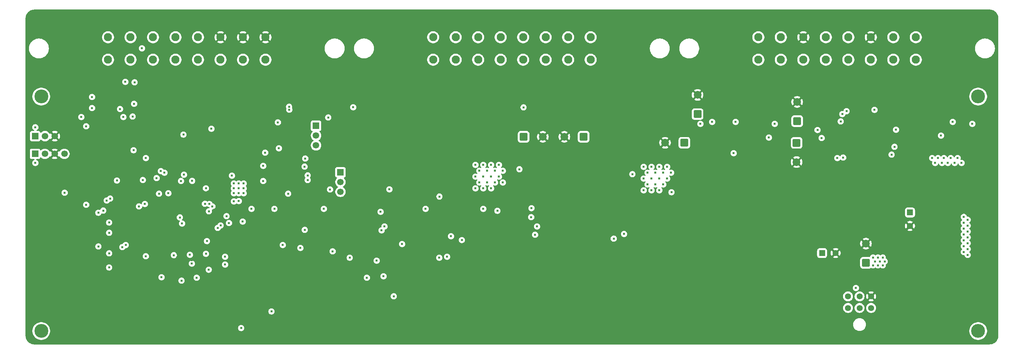
<source format=gbr>
%TF.GenerationSoftware,KiCad,Pcbnew,9.0.7*%
%TF.CreationDate,2026-02-10T04:26:10-08:00*%
%TF.ProjectId,VCU_v2,5643555f-7632-42e6-9b69-6361645f7063,rev?*%
%TF.SameCoordinates,Original*%
%TF.FileFunction,Copper,L2,Inr*%
%TF.FilePolarity,Positive*%
%FSLAX46Y46*%
G04 Gerber Fmt 4.6, Leading zero omitted, Abs format (unit mm)*
G04 Created by KiCad (PCBNEW 9.0.7) date 2026-02-10 04:26:10*
%MOMM*%
%LPD*%
G01*
G04 APERTURE LIST*
G04 Aperture macros list*
%AMRoundRect*
0 Rectangle with rounded corners*
0 $1 Rounding radius*
0 $2 $3 $4 $5 $6 $7 $8 $9 X,Y pos of 4 corners*
0 Add a 4 corners polygon primitive as box body*
4,1,4,$2,$3,$4,$5,$6,$7,$8,$9,$2,$3,0*
0 Add four circle primitives for the rounded corners*
1,1,$1+$1,$2,$3*
1,1,$1+$1,$4,$5*
1,1,$1+$1,$6,$7*
1,1,$1+$1,$8,$9*
0 Add four rect primitives between the rounded corners*
20,1,$1+$1,$2,$3,$4,$5,0*
20,1,$1+$1,$4,$5,$6,$7,0*
20,1,$1+$1,$6,$7,$8,$9,0*
20,1,$1+$1,$8,$9,$2,$3,0*%
G04 Aperture macros list end*
%TA.AperFunction,ComponentPad*%
%ADD10C,3.600000*%
%TD*%
%TA.AperFunction,ComponentPad*%
%ADD11RoundRect,0.250000X0.750000X0.750000X-0.750000X0.750000X-0.750000X-0.750000X0.750000X-0.750000X0*%
%TD*%
%TA.AperFunction,ComponentPad*%
%ADD12C,2.000000*%
%TD*%
%TA.AperFunction,ComponentPad*%
%ADD13C,2.108200*%
%TD*%
%TA.AperFunction,ComponentPad*%
%ADD14RoundRect,0.250000X-0.550000X-0.550000X0.550000X-0.550000X0.550000X0.550000X-0.550000X0.550000X0*%
%TD*%
%TA.AperFunction,ComponentPad*%
%ADD15C,1.600000*%
%TD*%
%TA.AperFunction,ComponentPad*%
%ADD16RoundRect,0.250000X-0.550000X0.550000X-0.550000X-0.550000X0.550000X-0.550000X0.550000X0.550000X0*%
%TD*%
%TA.AperFunction,ComponentPad*%
%ADD17R,1.700000X1.700000*%
%TD*%
%TA.AperFunction,ComponentPad*%
%ADD18C,1.700000*%
%TD*%
%TA.AperFunction,ComponentPad*%
%ADD19C,1.574800*%
%TD*%
%TA.AperFunction,ComponentPad*%
%ADD20RoundRect,0.250000X-0.750000X-0.750000X0.750000X-0.750000X0.750000X0.750000X-0.750000X0.750000X0*%
%TD*%
%TA.AperFunction,ComponentPad*%
%ADD21RoundRect,0.250000X0.750000X-0.750000X0.750000X0.750000X-0.750000X0.750000X-0.750000X-0.750000X0*%
%TD*%
%TA.AperFunction,ComponentPad*%
%ADD22RoundRect,0.250000X-0.750000X0.750000X-0.750000X-0.750000X0.750000X-0.750000X0.750000X0.750000X0*%
%TD*%
%TA.AperFunction,ViaPad*%
%ADD23C,0.609600*%
%TD*%
G04 APERTURE END LIST*
D10*
%TO.N,unconnected-(H1-Pad1)*%
%TO.C,H1*%
X274320000Y-53340000D03*
%TD*%
D11*
%TO.N,+12V*%
%TO.C,C65*%
X171858881Y-63813713D03*
D12*
%TO.N,GND*%
X166858881Y-63813713D03*
%TD*%
D13*
%TO.N,/Connector-Root/GEN_BTN1+*%
%TO.C,U19*%
X258129524Y-43767362D03*
%TO.N,/Connector-Root/GEN_BTN2+*%
X252287524Y-43767362D03*
%TO.N,/Connector-Root/Vin+*%
X246445524Y-43767362D03*
%TO.N,/STM32-Root/STM32H723ZGT6/PG3*%
X240603524Y-43767362D03*
%TO.N,/Connector-Root/BRAKE_LIGHT*%
X234761524Y-43767362D03*
%TO.N,/Connector-Root/BSPD_FAULT+*%
X228919524Y-43767362D03*
%TO.N,/Connector-Root/IMD_FAULT+*%
X223077524Y-43767362D03*
%TO.N,/Connector-Root/BMS_FAULT+*%
X217235524Y-43767362D03*
%TO.N,/Connector-Root/GEN_BTN1-*%
X258129524Y-37925362D03*
%TO.N,/Connector-Root/GEN_BTN2-*%
X252287524Y-37925362D03*
%TO.N,GND*%
X246445524Y-37925362D03*
%TO.N,/STM32-Root/STM32H723ZGT6/PA1*%
X240603524Y-37925362D03*
%TO.N,/STM32-Root/STM32H723ZGT6/PA0*%
X234761524Y-37925362D03*
%TO.N,GND*%
X228919524Y-37925362D03*
%TO.N,/Connector-Root/IMD_FAULT-*%
X223077524Y-37925362D03*
%TO.N,/Connector-Root/BMS_FAULT-*%
X217235524Y-37925362D03*
%TD*%
D14*
%TO.N,+5V*%
%TO.C,C11*%
X233801877Y-94036020D03*
D15*
%TO.N,GND*%
X237301877Y-94036020D03*
%TD*%
D16*
%TO.N,+12V*%
%TO.C,C2*%
X256605877Y-83493369D03*
D15*
%TO.N,GND*%
X256605877Y-86993369D03*
%TD*%
D17*
%TO.N,unconnected-(JP3-A-Pad1)*%
%TO.C,JP3*%
X102362000Y-60960000D03*
D18*
%TO.N,Net-(JP3-C)*%
X102362000Y-63500000D03*
%TO.N,/CAN2_N*%
X102362000Y-66040000D03*
%TD*%
D19*
%TO.N,/Connector-Root/Vin+*%
%TO.C,J2*%
X246515476Y-108306700D03*
%TO.N,/CAN2_P*%
X243515477Y-108306700D03*
%TO.N,/CAN2_N*%
X240515478Y-108306700D03*
%TO.N,GND*%
X246515476Y-105306701D03*
%TO.N,/CAN1_P*%
X243515477Y-105306701D03*
%TO.N,/CAN1_N*%
X240515478Y-105306701D03*
%TD*%
D20*
%TO.N,+12V*%
%TO.C,C66*%
X156270881Y-63813713D03*
D12*
%TO.N,GND*%
X161270881Y-63813713D03*
%TD*%
D17*
%TO.N,unconnected-(JP4-A-Pad1)*%
%TO.C,JP4*%
X108705000Y-73031000D03*
D18*
%TO.N,Net-(JP4-C)*%
X108705000Y-75571000D03*
%TO.N,/CAN1_P*%
X108705000Y-78111000D03*
%TD*%
D17*
%TO.N,+3.3V*%
%TO.C,JP1*%
X29437393Y-63644027D03*
D18*
%TO.N,Net-(JP1-C)*%
X31977393Y-63644027D03*
%TO.N,GND*%
X34517393Y-63644027D03*
%TD*%
D17*
%TO.N,+3.3V*%
%TO.C,J1*%
X29395343Y-68252197D03*
D18*
%TO.N,/STM32-Root/STM32H723ZGT6/PA14*%
X31935343Y-68252197D03*
%TO.N,GND*%
X34475343Y-68252197D03*
%TO.N,/STM32-Root/STM32H723ZGT6/PA13*%
X37015343Y-68252197D03*
%TD*%
D21*
%TO.N,+3.3V*%
%TO.C,C53*%
X227315340Y-59742124D03*
D12*
%TO.N,GND*%
X227315340Y-54742124D03*
%TD*%
D13*
%TO.N,/STM32-Root/STM32H723ZGT6/PG2*%
%TO.C,U18*%
X173674524Y-43767362D03*
%TO.N,/BSPD-Logic/Isense-thresh*%
X167832524Y-43767362D03*
%TO.N,/BSPD-Logic/Isense-active*%
X161990524Y-43767362D03*
%TO.N,/BSPD-FAULT*%
X156148524Y-43767362D03*
%TO.N,/Connector-Root/IMD-FAULT*%
X150306524Y-43767362D03*
%TO.N,/Connector-Root/BMS-FAULT*%
X144464524Y-43767362D03*
%TO.N,/Connector-Root/SPEAKER-*%
X138622524Y-43767362D03*
%TO.N,/Connector-Root/SPEAKER+*%
X132780524Y-43767362D03*
%TO.N,/STM32-Root/STM32H723ZGT6/PA2*%
X173674524Y-37925362D03*
%TO.N,/CAN2_N*%
X167832524Y-37925362D03*
%TO.N,/CAN2_P*%
X161990524Y-37925362D03*
%TO.N,/STM32-Root/STM32H723ZGT6/PG8*%
X156148524Y-37925362D03*
%TO.N,/STM32-Root/STM32H723ZGT6/PG7*%
X150306524Y-37925362D03*
%TO.N,/STM32-Root/STM32H723ZGT6/PG6*%
X144464524Y-37925362D03*
%TO.N,/STM32-Root/STM32H723ZGT6/PE10*%
X138622524Y-37925362D03*
%TO.N,/STM32-Root/STM32H723ZGT6/PE11*%
X132780524Y-37925362D03*
%TD*%
D11*
%TO.N,+3.3V*%
%TO.C,C76*%
X198012660Y-65352753D03*
D12*
%TO.N,GND*%
X193012660Y-65352753D03*
%TD*%
D10*
%TO.N,unconnected-(H2-Pad1)_1*%
%TO.C,H2*%
X31002724Y-53340000D03*
%TD*%
%TO.N,unconnected-(H3-Pad1)_1*%
%TO.C,H3*%
X274320000Y-114300000D03*
%TD*%
D22*
%TO.N,Net-(U14-LDOO)*%
%TO.C,C61*%
X227169966Y-65385949D03*
D12*
%TO.N,GND*%
X227169966Y-70385949D03*
%TD*%
D13*
%TO.N,/Connector-Root/APPS1-SIG*%
%TO.C,U17*%
X89244924Y-43767362D03*
%TO.N,/Connector-Root/APPS2-SIG*%
X83402924Y-43767362D03*
%TO.N,/BSE-SIG*%
X77560924Y-43767362D03*
%TO.N,+4.8V*%
X71718924Y-43767362D03*
X65876924Y-43767362D03*
X60034924Y-43767362D03*
%TO.N,/Connector-Root/RTD_BTN-*%
X54192924Y-43767362D03*
%TO.N,/Connector-Root/RTD_BTN+*%
X48350924Y-43767362D03*
%TO.N,GND*%
X89244924Y-37925362D03*
X83402924Y-37925362D03*
X77560924Y-37925362D03*
%TO.N,/CAN1_P*%
X71718924Y-37925362D03*
%TO.N,/CAN1_N*%
X65876924Y-37925362D03*
%TO.N,/STM32-Root/STM32H723ZGT6/PB15*%
X60034924Y-37925362D03*
%TO.N,/Connector-Root/PRECHARGE_BTN+*%
X54192924Y-37925362D03*
%TO.N,/Connector-Root/PRECHARGE_BTN-*%
X48350924Y-37925362D03*
%TD*%
D10*
%TO.N,unconnected-(H4-Pad1)_2*%
%TO.C,H4*%
X31002724Y-114300000D03*
%TD*%
D21*
%TO.N,+5V*%
%TO.C,C13*%
X245175877Y-96576020D03*
D12*
%TO.N,GND*%
X245175877Y-91576020D03*
%TD*%
D21*
%TO.N,+3.3V*%
%TO.C,C80*%
X201451446Y-57914787D03*
D12*
%TO.N,GND*%
X201451446Y-52914787D03*
%TD*%
D23*
%TO.N,/STM32-Root/STM32H723ZGT6/VBAT*%
X58166000Y-94869000D03*
X82931000Y-113538000D03*
%TO.N,GND*%
X30480000Y-74676000D03*
X45879629Y-94996000D03*
X160020000Y-75692000D03*
X273812000Y-64135000D03*
X89154000Y-54610000D03*
X79883000Y-61722000D03*
X108381800Y-93395800D03*
X164592000Y-77724000D03*
X68072000Y-105664000D03*
X67564000Y-96393000D03*
X87630000Y-97790000D03*
X50546000Y-73406000D03*
X46990000Y-88900000D03*
X214376000Y-65532000D03*
X166370000Y-75692000D03*
X86614000Y-102362000D03*
X125730000Y-82804000D03*
X136398000Y-99060000D03*
X70104000Y-84455000D03*
X154051000Y-87630000D03*
X164211000Y-88900000D03*
X160528000Y-76962000D03*
X100330000Y-77470000D03*
X215392000Y-66040000D03*
X38862000Y-74676000D03*
X168402000Y-78994000D03*
X169545000Y-78994000D03*
X240157730Y-92409908D03*
X45593000Y-96774000D03*
X241173730Y-91393908D03*
X250825730Y-87329908D03*
X42316114Y-113050313D03*
X102641400Y-90271600D03*
X265455400Y-102565200D03*
X64897000Y-61214000D03*
X173736000Y-86614000D03*
X171450000Y-77114400D03*
X244475730Y-83011908D03*
X95377000Y-72644000D03*
X153924000Y-54102000D03*
X207391000Y-99695000D03*
X253873730Y-87329908D03*
X215392000Y-67056000D03*
X163830000Y-75692000D03*
X239141730Y-91393908D03*
X216916000Y-99695000D03*
X249301730Y-91393908D03*
X252349730Y-87329908D03*
X242951000Y-62992000D03*
X167640000Y-78994000D03*
X77470000Y-76011362D03*
X214376000Y-64516000D03*
X243459730Y-83011908D03*
X166878000Y-76708000D03*
X43688000Y-93472000D03*
X168148000Y-57404000D03*
X87630000Y-95250000D03*
X238125730Y-92409908D03*
X65786000Y-75311000D03*
X168402000Y-76708000D03*
X108458000Y-53086000D03*
X110490000Y-86334600D03*
X79756000Y-54610000D03*
X73660000Y-106680000D03*
X247269730Y-90123908D03*
X57531000Y-57023000D03*
X265430000Y-99212400D03*
X59055000Y-114173000D03*
X161290000Y-75692000D03*
X85598000Y-64897000D03*
X124206000Y-97028000D03*
X162814000Y-78232000D03*
X259588000Y-65786000D03*
X157480000Y-77089000D03*
X111252000Y-110998000D03*
X160020000Y-78994000D03*
X50292000Y-56769000D03*
X212217000Y-99695000D03*
X268300200Y-102006400D03*
X215392000Y-64008000D03*
X60960000Y-103378000D03*
X59182000Y-61087000D03*
X123952000Y-87122000D03*
X168910000Y-75692000D03*
X96012000Y-83820000D03*
X275336000Y-89916000D03*
X72136000Y-103632000D03*
X167640000Y-77724000D03*
X264007600Y-96774000D03*
X165100000Y-75692000D03*
X66802000Y-114173000D03*
X254381730Y-88853908D03*
X249301730Y-87329908D03*
X166116000Y-77724000D03*
X165608000Y-78994000D03*
X161290000Y-78232000D03*
X84074000Y-102362000D03*
X245491730Y-87075908D03*
X155194000Y-77216000D03*
X53975000Y-89408000D03*
X173990000Y-60198000D03*
X117858415Y-81533000D03*
X162560000Y-75692000D03*
X162052000Y-76962000D03*
X215392000Y-65024000D03*
X164592000Y-78994000D03*
X39370000Y-62357000D03*
X248285730Y-88853908D03*
X38608000Y-56388000D03*
X126746000Y-107188000D03*
X266192000Y-56007000D03*
X252857730Y-88853908D03*
X78867000Y-60198000D03*
X202565000Y-99695000D03*
X67183000Y-103124000D03*
X129794000Y-107188000D03*
X69215000Y-55372000D03*
X70104000Y-95885000D03*
X243459730Y-87075908D03*
X240411000Y-63119000D03*
X66625632Y-73356632D03*
X163576000Y-76962000D03*
X50165000Y-66421000D03*
X68834000Y-103251000D03*
X70104000Y-103378000D03*
X75565000Y-94107000D03*
X245491730Y-83011908D03*
X39878000Y-54102000D03*
X146812000Y-86106000D03*
X102489000Y-70231000D03*
X172212000Y-57150000D03*
X214376000Y-66548000D03*
X170116500Y-82994500D03*
X38862000Y-85598000D03*
X148336000Y-86360000D03*
X93980000Y-88900000D03*
X54102000Y-103378000D03*
X116840000Y-99568000D03*
X250317730Y-90123908D03*
X118872000Y-84836000D03*
X75946000Y-82804000D03*
X153924000Y-56134000D03*
X46863000Y-72771000D03*
X79756000Y-52832000D03*
X158242000Y-52070000D03*
X73660000Y-110744000D03*
X77216000Y-89662000D03*
X30480000Y-85598000D03*
X251333730Y-88853908D03*
X131318000Y-86614000D03*
X173710600Y-77139800D03*
X59182000Y-62738000D03*
X165354000Y-76708000D03*
X75438000Y-77216000D03*
X177292000Y-82550000D03*
X130302000Y-93472000D03*
X94361000Y-87630000D03*
X167640000Y-75692000D03*
X76962000Y-84328000D03*
X60071000Y-96520000D03*
X59630329Y-72703671D03*
X52978739Y-74168000D03*
X249809730Y-88853908D03*
X112268000Y-54356000D03*
X184785000Y-105791000D03*
X86233000Y-58039000D03*
X247777730Y-91393908D03*
X244475730Y-87075908D03*
X70231000Y-89408000D03*
X99314000Y-85852000D03*
X34925000Y-77978000D03*
X57658000Y-103378000D03*
X58928000Y-106680000D03*
X106045000Y-71628000D03*
X248793730Y-90123908D03*
X166624000Y-78994000D03*
X66929000Y-60198000D03*
X237109730Y-91393908D03*
X164211000Y-87122000D03*
X86868000Y-91694000D03*
X197866000Y-99695000D03*
X101600000Y-56134000D03*
X78486000Y-66929000D03*
X90424000Y-99822000D03*
X54940200Y-73406000D03*
X135890000Y-82804000D03*
X170180000Y-84836000D03*
X66469327Y-61087000D03*
X57383566Y-73406000D03*
X77537724Y-72711724D03*
X48895000Y-83566000D03*
X46904239Y-86020239D03*
X56388000Y-99822000D03*
X177393600Y-84353400D03*
X114554000Y-110998000D03*
X76885800Y-79857600D03*
X215392000Y-62992000D03*
X203581000Y-70002400D03*
%TO.N,+5V*%
X249555730Y-97235908D03*
X248285730Y-97235908D03*
X75184000Y-61722000D03*
X81026000Y-80611362D03*
X248793730Y-96219908D03*
X249555730Y-95203908D03*
X250063730Y-96219908D03*
X248285730Y-95203908D03*
X67945000Y-63246000D03*
X105537000Y-58801000D03*
X42672000Y-61087000D03*
X41402000Y-58674000D03*
X89154000Y-67945000D03*
X247523730Y-96219908D03*
X247015730Y-97235908D03*
X247015730Y-95203908D03*
X82296000Y-80518000D03*
%TO.N,+3.3V*%
X221488000Y-60452000D03*
X148844000Y-75692000D03*
X189484000Y-77724000D03*
X50673000Y-75184000D03*
X57383566Y-75057000D03*
X202184000Y-60452000D03*
X44196000Y-56337200D03*
X112014000Y-56134000D03*
X191516000Y-74676000D03*
X73761600Y-77190600D03*
X189484000Y-71628000D03*
X188468000Y-76200000D03*
X83566000Y-75946000D03*
X149860000Y-74168000D03*
X194564000Y-73152000D03*
X48641000Y-94107000D03*
X82296000Y-77216000D03*
X82296000Y-78486000D03*
X264668000Y-63500000D03*
X149860000Y-71120000D03*
X42672000Y-81491932D03*
X67284600Y-75311000D03*
X81026000Y-78486000D03*
X80518000Y-73914000D03*
X74549000Y-83185000D03*
X193548000Y-74676000D03*
X219964000Y-64008000D03*
X143764000Y-71120000D03*
X48641000Y-86106000D03*
X48641000Y-97790000D03*
X187452000Y-74676000D03*
X67437000Y-101219000D03*
X210820000Y-68072000D03*
X74041000Y-90932000D03*
X100203000Y-75057000D03*
X187452000Y-71628000D03*
X146812000Y-72644000D03*
X187452000Y-77724000D03*
X144780000Y-75692000D03*
X272796000Y-60452000D03*
X205232000Y-59944000D03*
X78740000Y-94996000D03*
X252984000Y-61976000D03*
X95123000Y-78613000D03*
X71374000Y-100457000D03*
X143764000Y-77216000D03*
X82296000Y-75946000D03*
X29464000Y-61341000D03*
X81026000Y-75946000D03*
X55118000Y-55245000D03*
X48641000Y-88773000D03*
X191516000Y-77724000D03*
X73787000Y-94234000D03*
X62230000Y-100330000D03*
X144780000Y-72644000D03*
X78740000Y-97028000D03*
X81026000Y-77216000D03*
X193548000Y-71628000D03*
X147828000Y-77216000D03*
X145796000Y-77216000D03*
X44196000Y-53467000D03*
X192532000Y-73152000D03*
X190500000Y-76200000D03*
X146812000Y-75692000D03*
X267716000Y-59944000D03*
X147828000Y-71120000D03*
X189484000Y-74676000D03*
X83566000Y-78486000D03*
X191516000Y-71628000D03*
X148844000Y-72644000D03*
X145796000Y-74168000D03*
X188468000Y-73152000D03*
X145796000Y-71120000D03*
X211328000Y-59944000D03*
X143764000Y-74168000D03*
X192532000Y-76200000D03*
X83566000Y-77216000D03*
X150876000Y-75692000D03*
X83312000Y-85852000D03*
X150876000Y-72644000D03*
X51460400Y-56591200D03*
X147828000Y-74168000D03*
X29464000Y-70612000D03*
X190500000Y-73152000D03*
%TO.N,/STM32-Root/STM32H723ZGT6/PF14*%
X58166000Y-69342000D03*
X67564000Y-86360000D03*
%TO.N,/STM32-Root/STM32H723ZGT6/PF15*%
X66992500Y-84772500D03*
X54991000Y-67310000D03*
%TO.N,/STM32-Root/STM32H723ZGT6/PG0*%
X76835000Y-87503000D03*
X251841000Y-68453000D03*
%TO.N,/STM32-Root/STM32H723ZGT6/PG1*%
X77597000Y-86868000D03*
X252603000Y-66421000D03*
%TO.N,/STM32-Root/STM32H723ZGT6/PA14*%
X37087597Y-78359000D03*
%TO.N,/STM32-Root/STM32H723ZGT6/PA0*%
X69596000Y-94488000D03*
%TO.N,/STM32-Root/STM32H723ZGT6/PG2*%
X62992000Y-73152000D03*
%TO.N,/STM32-Root/STM32H723ZGT6/PD1*%
X88646000Y-71374000D03*
X56388000Y-81915000D03*
%TO.N,/STM32-Root/STM32H723ZGT6/PG3*%
X99568000Y-69469000D03*
X64008000Y-78486000D03*
%TO.N,/STM32-Root/STM32H723ZGT6/PA1*%
X70104000Y-96774000D03*
%TO.N,/STM32-Root/STM32H723ZGT6/PD0*%
X88646000Y-75311000D03*
X57912000Y-81280000D03*
%TO.N,/STM32-Root/STM32H723ZGT6/PC11*%
X47117000Y-82991931D03*
X48006000Y-80374332D03*
%TO.N,/STM32-Root/STM32H723ZGT6/PC1*%
X182346600Y-89077800D03*
X65419939Y-94589600D03*
%TO.N,/STM32-Root/STM32H723ZGT6/PC10*%
X48895000Y-79874332D03*
X45847000Y-83550731D03*
%TO.N,/STM32-Root/STM32H723ZGT6/PB12*%
X70167500Y-75275764D03*
X134416800Y-79349600D03*
X179679600Y-90297000D03*
%TO.N,/STM32-Root/STM32H723ZGT6/PG8*%
X61595000Y-78613000D03*
%TO.N,/STM32-Root/STM32H723ZGT6/PB15*%
X57150000Y-40810286D03*
X68072000Y-73660000D03*
%TO.N,/STM32-Root/STM32H723ZGT6/PE10*%
X75438000Y-81915000D03*
%TO.N,/STM32-Root/STM32H723ZGT6/PE9*%
X79756000Y-86233000D03*
X79121000Y-84455000D03*
%TO.N,/STM32-Root/STM32H723ZGT6/PG7*%
X60960000Y-74549000D03*
%TO.N,/STM32-Root/STM32H723ZGT6/PB6*%
X52070000Y-92491932D03*
X95377000Y-56007000D03*
%TO.N,/STM32-Root/STM32H723ZGT6/PA2*%
X74485500Y-98361500D03*
%TO.N,/STM32-Root/STM32H723ZGT6/PB5*%
X52959000Y-91933132D03*
X95427800Y-56769000D03*
%TO.N,/STM32-Root/STM32H723ZGT6/PE11*%
X74676000Y-81280000D03*
%TO.N,/STM32-Root/STM32H723ZGT6/PB10*%
X73507600Y-81229200D03*
X194691000Y-78232000D03*
%TO.N,/STM32-Root/STM32H723ZGT6/PG6*%
X62051786Y-72719786D03*
%TO.N,Net-(JP1-C)*%
X45847000Y-92329000D03*
%TO.N,/BSPD-FAULT*%
X121412000Y-77470000D03*
X106001383Y-77513617D03*
%TO.N,/Connector-Root/BSPD_FAULT+*%
X91567000Y-82550000D03*
%TO.N,/Connector-Root/BMS-FAULT*%
X93726000Y-91948000D03*
X233680000Y-64135000D03*
X232600500Y-62039500D03*
%TO.N,/Connector-Root/BRAKE_LIGHT*%
X90805000Y-109220000D03*
%TO.N,/Connector-Root/IMD-FAULT*%
X98298000Y-92710000D03*
%TO.N,/Connector-Root/PRECHARGE_BTN+*%
X55245000Y-49657000D03*
%TO.N,/Connector-Root/PRECHARGE_BTN-*%
X52832000Y-49530000D03*
%TO.N,/Connector-Root/RTD_BTN+*%
X52324000Y-58674000D03*
%TO.N,/Connector-Root/RTD_BTN-*%
X54737000Y-58547000D03*
%TO.N,+12V*%
X85598000Y-82550000D03*
X271602200Y-94538800D03*
X158242000Y-84709000D03*
X271602200Y-89966800D03*
X119126000Y-83312000D03*
X111125000Y-95250000D03*
X136398000Y-94996000D03*
X270586200Y-86156800D03*
X271602200Y-86918800D03*
X106680000Y-93599000D03*
X159258000Y-89281000D03*
X240157000Y-57150000D03*
X184531000Y-73533000D03*
X99441000Y-88011000D03*
X270586200Y-87680800D03*
X159766000Y-87122000D03*
X140233400Y-90652600D03*
X158305500Y-82359500D03*
X137414000Y-89662000D03*
X118110000Y-96012000D03*
X115570000Y-100457000D03*
X119888000Y-100076000D03*
X247396000Y-56803765D03*
X270586200Y-93776800D03*
X239268000Y-69215000D03*
X270586200Y-92252800D03*
X130810000Y-82550000D03*
X270586200Y-89204800D03*
X237744000Y-69342000D03*
X270586200Y-90728800D03*
X145796000Y-82550000D03*
X271602200Y-91490800D03*
X271602200Y-93014800D03*
X156260800Y-56159400D03*
X149479000Y-83058000D03*
X271602200Y-88442800D03*
X104394000Y-82550000D03*
X124714000Y-91694000D03*
X155168600Y-72237600D03*
X270586200Y-84632800D03*
X271602200Y-85394800D03*
%TO.N,/Connector-Root/Vin+*%
X262382000Y-69342000D03*
X268986000Y-69342000D03*
X270002000Y-70612000D03*
X267208000Y-69342000D03*
X263906000Y-69342000D03*
X265430000Y-69342000D03*
X263144000Y-70612000D03*
X266446000Y-70612000D03*
X264922000Y-70612000D03*
X268224000Y-70612000D03*
%TO.N,Net-(R102-Pad1)*%
X122555000Y-105283000D03*
X134366000Y-95250000D03*
%TO.N,/BSPD-Logic/Isense-thresh*%
X119380000Y-88138000D03*
%TO.N,/BSPD-Logic/Isense-active*%
X120142000Y-87122000D03*
%TO.N,/CAN1_P*%
X99377500Y-71564500D03*
X92456000Y-60071000D03*
%TO.N,/CAN1_N*%
X242570000Y-103124000D03*
X92710000Y-66802000D03*
X100203000Y-73848324D03*
%TO.N,/Connector-Root/BMS_FAULT-*%
X238633000Y-59817000D03*
%TO.N,/Connector-Root/IMD_FAULT-*%
X239050258Y-57912000D03*
%TD*%
%TA.AperFunction,Conductor*%
%TO.N,GND*%
G36*
X277290031Y-30734726D02*
G01*
X277424788Y-30742876D01*
X277554295Y-30750710D01*
X277569158Y-30752514D01*
X277825880Y-30799561D01*
X277840402Y-30803140D01*
X278089599Y-30880791D01*
X278103587Y-30886098D01*
X278341583Y-30993212D01*
X278354841Y-31000170D01*
X278578190Y-31135188D01*
X278590508Y-31143690D01*
X278604895Y-31154961D01*
X278795963Y-31304653D01*
X278807171Y-31314583D01*
X278991713Y-31499125D01*
X279001643Y-31510333D01*
X279162605Y-31715785D01*
X279171109Y-31728106D01*
X279306127Y-31951455D01*
X279313085Y-31964713D01*
X279420202Y-32202716D01*
X279425512Y-32216717D01*
X279503153Y-32465876D01*
X279506737Y-32480414D01*
X279553783Y-32737134D01*
X279555588Y-32751999D01*
X279571569Y-33016180D01*
X279571795Y-33023667D01*
X279571795Y-115495461D01*
X279571569Y-115502949D01*
X279555582Y-115767212D01*
X279553777Y-115782076D01*
X279506731Y-116038791D01*
X279503147Y-116053330D01*
X279425502Y-116302497D01*
X279420192Y-116316498D01*
X279313079Y-116554489D01*
X279306121Y-116567747D01*
X279171099Y-116791099D01*
X279162592Y-116803423D01*
X279001638Y-117008864D01*
X278991709Y-117020072D01*
X278807159Y-117204620D01*
X278795951Y-117214549D01*
X278590507Y-117375503D01*
X278578184Y-117384009D01*
X278354836Y-117519027D01*
X278341577Y-117525986D01*
X278103575Y-117633101D01*
X278089574Y-117638410D01*
X277840413Y-117716051D01*
X277825874Y-117719635D01*
X277569160Y-117766679D01*
X277554296Y-117768484D01*
X277396482Y-117778030D01*
X277289693Y-117784489D01*
X277282223Y-117784715D01*
X29213751Y-117784715D01*
X29206264Y-117784489D01*
X28941997Y-117768503D01*
X28927133Y-117766698D01*
X28670416Y-117719654D01*
X28655877Y-117716070D01*
X28406715Y-117638428D01*
X28392714Y-117633119D01*
X28154710Y-117526002D01*
X28141451Y-117519043D01*
X27918102Y-117384024D01*
X27905779Y-117375518D01*
X27700329Y-117214560D01*
X27689121Y-117204630D01*
X27504578Y-117020088D01*
X27494648Y-117008880D01*
X27333684Y-116803426D01*
X27325181Y-116791106D01*
X27191704Y-116570311D01*
X27190154Y-116567747D01*
X27183211Y-116554519D01*
X27076080Y-116316486D01*
X27070779Y-116302506D01*
X26993130Y-116053324D01*
X26989552Y-116038810D01*
X26942499Y-115782062D01*
X26940697Y-115767227D01*
X26924726Y-115503196D01*
X26924500Y-115495709D01*
X26924500Y-114149223D01*
X28702224Y-114149223D01*
X28702224Y-114450776D01*
X28702225Y-114450793D01*
X28741585Y-114749766D01*
X28819637Y-115041060D01*
X28935038Y-115319661D01*
X28935042Y-115319671D01*
X29085823Y-115580831D01*
X29269403Y-115820078D01*
X29269409Y-115820085D01*
X29482638Y-116033314D01*
X29482645Y-116033320D01*
X29721892Y-116216900D01*
X29983052Y-116367681D01*
X29983053Y-116367681D01*
X29983056Y-116367683D01*
X30168796Y-116444619D01*
X30261663Y-116483086D01*
X30261664Y-116483086D01*
X30261666Y-116483087D01*
X30552956Y-116561138D01*
X30851941Y-116600500D01*
X30851948Y-116600500D01*
X31153500Y-116600500D01*
X31153507Y-116600500D01*
X31452492Y-116561138D01*
X31743782Y-116483087D01*
X32022392Y-116367683D01*
X32283556Y-116216900D01*
X32522804Y-116033319D01*
X32736043Y-115820080D01*
X32919624Y-115580832D01*
X33070407Y-115319668D01*
X33185811Y-115041058D01*
X33263862Y-114749768D01*
X33303224Y-114450783D01*
X33303224Y-114149217D01*
X33263862Y-113850232D01*
X33185811Y-113558942D01*
X33185809Y-113558936D01*
X33161416Y-113500045D01*
X33144282Y-113458680D01*
X82125700Y-113458680D01*
X82125700Y-113617319D01*
X82156644Y-113772889D01*
X82156647Y-113772898D01*
X82217348Y-113919446D01*
X82217355Y-113919459D01*
X82305481Y-114051348D01*
X82305484Y-114051352D01*
X82417647Y-114163515D01*
X82417651Y-114163518D01*
X82549540Y-114251644D01*
X82549553Y-114251651D01*
X82659464Y-114297176D01*
X82696103Y-114312353D01*
X82696105Y-114312353D01*
X82696110Y-114312355D01*
X82851680Y-114343299D01*
X82851684Y-114343300D01*
X82851685Y-114343300D01*
X83010316Y-114343300D01*
X83010317Y-114343299D01*
X83062175Y-114332984D01*
X83165889Y-114312355D01*
X83165892Y-114312353D01*
X83165897Y-114312353D01*
X83312453Y-114251648D01*
X83444349Y-114163518D01*
X83556518Y-114051349D01*
X83644648Y-113919453D01*
X83705353Y-113772897D01*
X83736300Y-113617315D01*
X83736300Y-113458685D01*
X83736024Y-113457298D01*
X83705355Y-113303110D01*
X83705352Y-113303101D01*
X83695923Y-113280338D01*
X83648930Y-113166884D01*
X83644651Y-113156553D01*
X83644644Y-113156540D01*
X83556518Y-113024651D01*
X83556515Y-113024647D01*
X83444352Y-112912484D01*
X83444348Y-112912481D01*
X83312459Y-112824355D01*
X83312446Y-112824348D01*
X83165898Y-112763647D01*
X83165889Y-112763644D01*
X83010319Y-112732700D01*
X83010315Y-112732700D01*
X82851685Y-112732700D01*
X82851680Y-112732700D01*
X82696110Y-112763644D01*
X82696101Y-112763647D01*
X82549553Y-112824348D01*
X82549540Y-112824355D01*
X82417651Y-112912481D01*
X82417647Y-112912484D01*
X82305484Y-113024647D01*
X82305481Y-113024651D01*
X82217355Y-113156540D01*
X82217348Y-113156553D01*
X82156647Y-113303101D01*
X82156644Y-113303110D01*
X82125700Y-113458680D01*
X33144282Y-113458680D01*
X33070410Y-113280338D01*
X33070405Y-113280328D01*
X32919624Y-113019168D01*
X32736044Y-112779921D01*
X32736038Y-112779914D01*
X32522809Y-112566685D01*
X32522802Y-112566679D01*
X32457796Y-112516798D01*
X241838577Y-112516798D01*
X241838577Y-112736605D01*
X241838578Y-112736622D01*
X241867268Y-112954547D01*
X241924164Y-113166884D01*
X241980587Y-113303101D01*
X242008284Y-113369967D01*
X242118194Y-113560337D01*
X242118197Y-113560341D01*
X242118201Y-113560347D01*
X242252012Y-113734731D01*
X242252020Y-113734740D01*
X242407439Y-113890159D01*
X242407447Y-113890166D01*
X242581831Y-114023977D01*
X242581834Y-114023979D01*
X242581842Y-114023985D01*
X242772212Y-114133895D01*
X242975299Y-114218016D01*
X243187628Y-114274910D01*
X243405567Y-114303602D01*
X243405574Y-114303602D01*
X243625380Y-114303602D01*
X243625387Y-114303602D01*
X243843326Y-114274910D01*
X244055655Y-114218016D01*
X244221737Y-114149223D01*
X272019500Y-114149223D01*
X272019500Y-114450776D01*
X272019501Y-114450793D01*
X272058861Y-114749766D01*
X272136913Y-115041060D01*
X272252314Y-115319661D01*
X272252318Y-115319671D01*
X272403099Y-115580831D01*
X272586679Y-115820078D01*
X272586685Y-115820085D01*
X272799914Y-116033314D01*
X272799921Y-116033320D01*
X273039168Y-116216900D01*
X273300328Y-116367681D01*
X273300329Y-116367681D01*
X273300332Y-116367683D01*
X273486072Y-116444619D01*
X273578939Y-116483086D01*
X273578940Y-116483086D01*
X273578942Y-116483087D01*
X273870232Y-116561138D01*
X274169217Y-116600500D01*
X274169224Y-116600500D01*
X274470776Y-116600500D01*
X274470783Y-116600500D01*
X274769768Y-116561138D01*
X275061058Y-116483087D01*
X275339668Y-116367683D01*
X275600832Y-116216900D01*
X275840080Y-116033319D01*
X276053319Y-115820080D01*
X276236900Y-115580832D01*
X276387683Y-115319668D01*
X276503087Y-115041058D01*
X276581138Y-114749768D01*
X276620500Y-114450783D01*
X276620500Y-114149217D01*
X276581138Y-113850232D01*
X276503087Y-113558942D01*
X276387683Y-113280332D01*
X276236900Y-113019168D01*
X276053319Y-112779920D01*
X276053314Y-112779914D01*
X275840085Y-112566685D01*
X275840078Y-112566679D01*
X275600831Y-112383099D01*
X275339671Y-112232318D01*
X275339661Y-112232314D01*
X275061060Y-112116913D01*
X274769766Y-112038861D01*
X274470793Y-111999501D01*
X274470788Y-111999500D01*
X274470783Y-111999500D01*
X274169217Y-111999500D01*
X274169211Y-111999500D01*
X274169206Y-111999501D01*
X273870233Y-112038861D01*
X273578939Y-112116913D01*
X273300338Y-112232314D01*
X273300328Y-112232318D01*
X273039168Y-112383099D01*
X272799921Y-112566679D01*
X272799914Y-112566685D01*
X272586685Y-112779914D01*
X272586679Y-112779921D01*
X272403099Y-113019168D01*
X272252318Y-113280328D01*
X272252314Y-113280338D01*
X272136913Y-113558939D01*
X272058861Y-113850233D01*
X272019501Y-114149206D01*
X272019500Y-114149223D01*
X244221737Y-114149223D01*
X244258742Y-114133895D01*
X244449112Y-114023985D01*
X244623506Y-113890167D01*
X244623510Y-113890162D01*
X244623515Y-113890159D01*
X244778934Y-113734740D01*
X244778937Y-113734735D01*
X244778942Y-113734731D01*
X244912760Y-113560337D01*
X245022670Y-113369967D01*
X245106791Y-113166880D01*
X245163685Y-112954551D01*
X245192377Y-112736612D01*
X245192377Y-112516792D01*
X245163685Y-112298853D01*
X245106791Y-112086524D01*
X245022670Y-111883437D01*
X244912760Y-111693067D01*
X244778942Y-111518673D01*
X244778941Y-111518672D01*
X244778934Y-111518664D01*
X244623515Y-111363245D01*
X244623506Y-111363237D01*
X244449122Y-111229426D01*
X244449116Y-111229422D01*
X244449112Y-111229419D01*
X244258742Y-111119509D01*
X244258735Y-111119506D01*
X244055659Y-111035389D01*
X243843322Y-110978493D01*
X243625397Y-110949803D01*
X243625392Y-110949802D01*
X243625387Y-110949802D01*
X243405567Y-110949802D01*
X243405561Y-110949802D01*
X243405556Y-110949803D01*
X243187631Y-110978493D01*
X242975294Y-111035389D01*
X242772218Y-111119506D01*
X242772209Y-111119510D01*
X242581848Y-111229415D01*
X242581831Y-111229426D01*
X242407447Y-111363237D01*
X242252012Y-111518672D01*
X242118201Y-111693056D01*
X242118190Y-111693073D01*
X242008285Y-111883434D01*
X242008281Y-111883443D01*
X241924164Y-112086519D01*
X241867268Y-112298856D01*
X241838578Y-112516781D01*
X241838577Y-112516798D01*
X32457796Y-112516798D01*
X32283555Y-112383099D01*
X32022395Y-112232318D01*
X32022385Y-112232314D01*
X31743784Y-112116913D01*
X31452490Y-112038861D01*
X31153517Y-111999501D01*
X31153512Y-111999500D01*
X31153507Y-111999500D01*
X30851941Y-111999500D01*
X30851935Y-111999500D01*
X30851930Y-111999501D01*
X30552957Y-112038861D01*
X30261663Y-112116913D01*
X29983062Y-112232314D01*
X29983052Y-112232318D01*
X29721892Y-112383099D01*
X29482645Y-112566679D01*
X29482638Y-112566685D01*
X29269409Y-112779914D01*
X29269403Y-112779921D01*
X29085823Y-113019168D01*
X28935042Y-113280328D01*
X28935038Y-113280338D01*
X28819637Y-113558939D01*
X28741585Y-113850233D01*
X28702225Y-114149206D01*
X28702224Y-114149223D01*
X26924500Y-114149223D01*
X26924500Y-109140680D01*
X89999700Y-109140680D01*
X89999700Y-109299319D01*
X90030644Y-109454889D01*
X90030647Y-109454898D01*
X90091348Y-109601446D01*
X90091355Y-109601459D01*
X90179481Y-109733348D01*
X90179484Y-109733352D01*
X90291647Y-109845515D01*
X90291651Y-109845518D01*
X90423540Y-109933644D01*
X90423553Y-109933651D01*
X90533464Y-109979176D01*
X90570103Y-109994353D01*
X90570105Y-109994353D01*
X90570110Y-109994355D01*
X90725680Y-110025299D01*
X90725684Y-110025300D01*
X90725685Y-110025300D01*
X90884316Y-110025300D01*
X90884317Y-110025299D01*
X90936175Y-110014984D01*
X91039889Y-109994355D01*
X91039892Y-109994353D01*
X91039897Y-109994353D01*
X91186453Y-109933648D01*
X91318349Y-109845518D01*
X91430518Y-109733349D01*
X91518648Y-109601453D01*
X91579353Y-109454897D01*
X91610300Y-109299315D01*
X91610300Y-109140685D01*
X91610024Y-109139298D01*
X91579355Y-108985110D01*
X91579352Y-108985101D01*
X91518651Y-108838553D01*
X91518644Y-108838540D01*
X91430518Y-108706651D01*
X91430515Y-108706647D01*
X91318352Y-108594484D01*
X91318348Y-108594481D01*
X91186459Y-108506355D01*
X91186446Y-108506348D01*
X91039898Y-108445647D01*
X91039889Y-108445644D01*
X90884319Y-108414700D01*
X90884315Y-108414700D01*
X90725685Y-108414700D01*
X90725680Y-108414700D01*
X90570110Y-108445644D01*
X90570101Y-108445647D01*
X90423553Y-108506348D01*
X90423540Y-108506355D01*
X90291651Y-108594481D01*
X90291647Y-108594484D01*
X90179484Y-108706647D01*
X90179481Y-108706651D01*
X90091355Y-108838540D01*
X90091348Y-108838553D01*
X90030647Y-108985101D01*
X90030644Y-108985110D01*
X89999700Y-109140680D01*
X26924500Y-109140680D01*
X26924500Y-108205340D01*
X239227578Y-108205340D01*
X239227578Y-108408059D01*
X239257104Y-108594481D01*
X239259291Y-108608284D01*
X239321935Y-108801082D01*
X239341024Y-108838547D01*
X239413970Y-108981709D01*
X239533117Y-109145704D01*
X239676473Y-109289060D01*
X239829934Y-109400554D01*
X239840472Y-109408210D01*
X240021096Y-109500243D01*
X240213894Y-109562887D01*
X240414118Y-109594600D01*
X240414119Y-109594600D01*
X240616837Y-109594600D01*
X240616838Y-109594600D01*
X240817062Y-109562887D01*
X241009860Y-109500243D01*
X241190484Y-109408210D01*
X241340361Y-109299319D01*
X241354482Y-109289060D01*
X241354484Y-109289057D01*
X241354488Y-109289055D01*
X241497833Y-109145710D01*
X241497835Y-109145706D01*
X241497838Y-109145704D01*
X241550088Y-109073785D01*
X241616988Y-108981706D01*
X241709021Y-108801082D01*
X241771665Y-108608284D01*
X241803378Y-108408060D01*
X241803378Y-108205340D01*
X242227577Y-108205340D01*
X242227577Y-108408059D01*
X242257103Y-108594481D01*
X242259290Y-108608284D01*
X242321934Y-108801082D01*
X242341023Y-108838547D01*
X242413969Y-108981709D01*
X242533116Y-109145704D01*
X242676472Y-109289060D01*
X242829933Y-109400554D01*
X242840471Y-109408210D01*
X243021095Y-109500243D01*
X243213893Y-109562887D01*
X243414117Y-109594600D01*
X243414118Y-109594600D01*
X243616836Y-109594600D01*
X243616837Y-109594600D01*
X243817061Y-109562887D01*
X244009859Y-109500243D01*
X244190483Y-109408210D01*
X244340360Y-109299319D01*
X244354481Y-109289060D01*
X244354483Y-109289057D01*
X244354487Y-109289055D01*
X244497832Y-109145710D01*
X244497834Y-109145706D01*
X244497837Y-109145704D01*
X244550087Y-109073785D01*
X244616987Y-108981706D01*
X244709020Y-108801082D01*
X244771664Y-108608284D01*
X244803377Y-108408060D01*
X244803377Y-108205340D01*
X245227576Y-108205340D01*
X245227576Y-108408059D01*
X245257102Y-108594481D01*
X245259289Y-108608284D01*
X245321933Y-108801082D01*
X245341022Y-108838547D01*
X245413968Y-108981709D01*
X245533115Y-109145704D01*
X245676471Y-109289060D01*
X245829932Y-109400554D01*
X245840470Y-109408210D01*
X246021094Y-109500243D01*
X246213892Y-109562887D01*
X246414116Y-109594600D01*
X246414117Y-109594600D01*
X246616835Y-109594600D01*
X246616836Y-109594600D01*
X246817060Y-109562887D01*
X247009858Y-109500243D01*
X247190482Y-109408210D01*
X247340359Y-109299319D01*
X247354480Y-109289060D01*
X247354482Y-109289057D01*
X247354486Y-109289055D01*
X247497831Y-109145710D01*
X247497833Y-109145706D01*
X247497836Y-109145704D01*
X247550086Y-109073785D01*
X247616986Y-108981706D01*
X247709019Y-108801082D01*
X247771663Y-108608284D01*
X247803376Y-108408060D01*
X247803376Y-108205340D01*
X247771663Y-108005116D01*
X247709019Y-107812318D01*
X247616986Y-107631694D01*
X247609330Y-107621156D01*
X247497836Y-107467695D01*
X247354480Y-107324339D01*
X247190485Y-107205192D01*
X247190484Y-107205191D01*
X247190482Y-107205190D01*
X247009858Y-107113157D01*
X246817060Y-107050513D01*
X246817058Y-107050512D01*
X246817056Y-107050512D01*
X246677258Y-107028370D01*
X246616836Y-107018800D01*
X246414116Y-107018800D01*
X246367700Y-107026151D01*
X246213895Y-107050512D01*
X246021091Y-107113158D01*
X245840466Y-107205192D01*
X245676471Y-107324339D01*
X245533115Y-107467695D01*
X245413968Y-107631690D01*
X245321934Y-107812315D01*
X245259288Y-108005119D01*
X245227576Y-108205340D01*
X244803377Y-108205340D01*
X244771664Y-108005116D01*
X244709020Y-107812318D01*
X244616987Y-107631694D01*
X244609331Y-107621156D01*
X244497837Y-107467695D01*
X244354481Y-107324339D01*
X244190486Y-107205192D01*
X244190485Y-107205191D01*
X244190483Y-107205190D01*
X244009859Y-107113157D01*
X243817061Y-107050513D01*
X243817059Y-107050512D01*
X243817057Y-107050512D01*
X243677259Y-107028370D01*
X243616837Y-107018800D01*
X243414117Y-107018800D01*
X243367701Y-107026151D01*
X243213896Y-107050512D01*
X243021092Y-107113158D01*
X242840467Y-107205192D01*
X242676472Y-107324339D01*
X242533116Y-107467695D01*
X242413969Y-107631690D01*
X242321935Y-107812315D01*
X242259289Y-108005119D01*
X242227577Y-108205340D01*
X241803378Y-108205340D01*
X241771665Y-108005116D01*
X241709021Y-107812318D01*
X241616988Y-107631694D01*
X241609332Y-107621156D01*
X241497838Y-107467695D01*
X241354482Y-107324339D01*
X241190487Y-107205192D01*
X241190486Y-107205191D01*
X241190484Y-107205190D01*
X241009860Y-107113157D01*
X240817062Y-107050513D01*
X240817060Y-107050512D01*
X240817058Y-107050512D01*
X240677260Y-107028370D01*
X240616838Y-107018800D01*
X240414118Y-107018800D01*
X240367702Y-107026151D01*
X240213897Y-107050512D01*
X240021093Y-107113158D01*
X239840468Y-107205192D01*
X239676473Y-107324339D01*
X239533117Y-107467695D01*
X239413970Y-107631690D01*
X239321936Y-107812315D01*
X239259290Y-108005119D01*
X239227578Y-108205340D01*
X26924500Y-108205340D01*
X26924500Y-105203680D01*
X121749700Y-105203680D01*
X121749700Y-105362319D01*
X121780644Y-105517889D01*
X121780647Y-105517898D01*
X121841348Y-105664446D01*
X121841355Y-105664459D01*
X121929481Y-105796348D01*
X121929484Y-105796352D01*
X122041647Y-105908515D01*
X122041651Y-105908518D01*
X122173540Y-105996644D01*
X122173553Y-105996651D01*
X122283464Y-106042176D01*
X122320103Y-106057353D01*
X122320105Y-106057353D01*
X122320110Y-106057355D01*
X122475680Y-106088299D01*
X122475684Y-106088300D01*
X122475685Y-106088300D01*
X122634316Y-106088300D01*
X122634317Y-106088299D01*
X122686175Y-106077984D01*
X122789889Y-106057355D01*
X122789892Y-106057353D01*
X122789897Y-106057353D01*
X122936453Y-105996648D01*
X123068349Y-105908518D01*
X123180518Y-105796349D01*
X123268648Y-105664453D01*
X123329353Y-105517897D01*
X123330410Y-105512586D01*
X123360299Y-105362319D01*
X123360300Y-105362316D01*
X123360300Y-105205341D01*
X239227578Y-105205341D01*
X239227578Y-105408060D01*
X239259271Y-105608164D01*
X239259291Y-105608285D01*
X239321935Y-105801083D01*
X239413838Y-105981452D01*
X239413970Y-105981710D01*
X239533117Y-106145705D01*
X239676473Y-106289061D01*
X239829934Y-106400555D01*
X239840472Y-106408211D01*
X240021096Y-106500244D01*
X240213894Y-106562888D01*
X240414118Y-106594601D01*
X240414119Y-106594601D01*
X240616837Y-106594601D01*
X240616838Y-106594601D01*
X240817062Y-106562888D01*
X241009860Y-106500244D01*
X241190484Y-106408211D01*
X241282563Y-106341311D01*
X241354482Y-106289061D01*
X241354484Y-106289058D01*
X241354488Y-106289056D01*
X241497833Y-106145711D01*
X241497835Y-106145707D01*
X241497838Y-106145705D01*
X241586551Y-106023600D01*
X241616988Y-105981707D01*
X241709021Y-105801083D01*
X241771665Y-105608285D01*
X241803378Y-105408061D01*
X241803378Y-105205341D01*
X242227577Y-105205341D01*
X242227577Y-105408060D01*
X242259270Y-105608164D01*
X242259290Y-105608285D01*
X242321934Y-105801083D01*
X242413837Y-105981452D01*
X242413969Y-105981710D01*
X242533116Y-106145705D01*
X242676472Y-106289061D01*
X242829933Y-106400555D01*
X242840471Y-106408211D01*
X243021095Y-106500244D01*
X243213893Y-106562888D01*
X243414117Y-106594601D01*
X243414118Y-106594601D01*
X243616836Y-106594601D01*
X243616837Y-106594601D01*
X243817061Y-106562888D01*
X244009859Y-106500244D01*
X244190483Y-106408211D01*
X244282562Y-106341311D01*
X244354481Y-106289061D01*
X244354483Y-106289058D01*
X244354487Y-106289056D01*
X244497832Y-106145711D01*
X244497834Y-106145707D01*
X244497837Y-106145705D01*
X244586550Y-106023600D01*
X244616987Y-105981707D01*
X244709020Y-105801083D01*
X244771664Y-105608285D01*
X244803377Y-105408061D01*
X244803377Y-105205380D01*
X245228076Y-105205380D01*
X245228076Y-105408021D01*
X245259775Y-105608164D01*
X245322397Y-105800893D01*
X245414392Y-105981445D01*
X245445021Y-106023600D01*
X245445022Y-106023601D01*
X246005241Y-105463381D01*
X246018426Y-105512586D01*
X246088650Y-105634216D01*
X246187961Y-105733527D01*
X246309591Y-105803751D01*
X246358795Y-105816935D01*
X245798575Y-106377154D01*
X245798575Y-106377155D01*
X245840730Y-106407783D01*
X246021283Y-106499779D01*
X246214012Y-106562401D01*
X246214011Y-106562401D01*
X246414156Y-106594101D01*
X246616796Y-106594101D01*
X246816939Y-106562401D01*
X247009668Y-106499779D01*
X247190223Y-106407782D01*
X247190227Y-106407780D01*
X247232375Y-106377155D01*
X247232376Y-106377155D01*
X246672156Y-105816935D01*
X246721361Y-105803751D01*
X246842991Y-105733527D01*
X246942302Y-105634216D01*
X247012526Y-105512586D01*
X247025710Y-105463381D01*
X247585929Y-106023601D01*
X247585930Y-106023600D01*
X247616555Y-105981452D01*
X247616557Y-105981448D01*
X247708554Y-105800893D01*
X247771176Y-105608164D01*
X247802876Y-105408021D01*
X247802876Y-105205380D01*
X247771176Y-105005237D01*
X247708554Y-104812508D01*
X247616558Y-104631955D01*
X247585929Y-104589800D01*
X247025709Y-105150019D01*
X247012526Y-105100816D01*
X246942302Y-104979186D01*
X246842991Y-104879875D01*
X246721361Y-104809651D01*
X246672156Y-104796466D01*
X247232376Y-104236247D01*
X247232375Y-104236246D01*
X247190220Y-104205617D01*
X247009668Y-104113622D01*
X246816939Y-104051000D01*
X246816940Y-104051000D01*
X246616796Y-104019301D01*
X246414156Y-104019301D01*
X246214012Y-104051000D01*
X246021283Y-104113622D01*
X245840726Y-104205620D01*
X245798575Y-104236245D01*
X245798574Y-104236246D01*
X246358795Y-104796466D01*
X246309591Y-104809651D01*
X246187961Y-104879875D01*
X246088650Y-104979186D01*
X246018426Y-105100816D01*
X246005242Y-105150020D01*
X245445021Y-104589799D01*
X245445020Y-104589800D01*
X245414395Y-104631951D01*
X245322397Y-104812508D01*
X245259775Y-105005237D01*
X245228076Y-105205380D01*
X244803377Y-105205380D01*
X244803377Y-105205341D01*
X244771664Y-105005117D01*
X244709020Y-104812319D01*
X244616987Y-104631695D01*
X244571695Y-104569355D01*
X244497837Y-104467696D01*
X244354481Y-104324340D01*
X244190486Y-104205193D01*
X244190485Y-104205192D01*
X244190483Y-104205191D01*
X244009859Y-104113158D01*
X243817061Y-104050514D01*
X243817059Y-104050513D01*
X243817057Y-104050513D01*
X243677259Y-104028371D01*
X243616837Y-104018801D01*
X243414117Y-104018801D01*
X243367701Y-104026152D01*
X243213896Y-104050513D01*
X243021092Y-104113159D01*
X242840467Y-104205193D01*
X242676472Y-104324340D01*
X242533116Y-104467696D01*
X242413969Y-104631691D01*
X242321935Y-104812316D01*
X242259289Y-105005120D01*
X242227577Y-105205341D01*
X241803378Y-105205341D01*
X241771665Y-105005117D01*
X241709021Y-104812319D01*
X241616988Y-104631695D01*
X241571696Y-104569355D01*
X241497838Y-104467696D01*
X241354482Y-104324340D01*
X241190487Y-104205193D01*
X241190486Y-104205192D01*
X241190484Y-104205191D01*
X241009860Y-104113158D01*
X240817062Y-104050514D01*
X240817060Y-104050513D01*
X240817058Y-104050513D01*
X240677260Y-104028371D01*
X240616838Y-104018801D01*
X240414118Y-104018801D01*
X240367702Y-104026152D01*
X240213897Y-104050513D01*
X240021093Y-104113159D01*
X239840468Y-104205193D01*
X239676473Y-104324340D01*
X239533117Y-104467696D01*
X239413970Y-104631691D01*
X239321936Y-104812316D01*
X239259290Y-105005120D01*
X239227578Y-105205341D01*
X123360300Y-105205341D01*
X123360300Y-105203684D01*
X123360299Y-105203680D01*
X123329355Y-105048110D01*
X123329352Y-105048101D01*
X123268651Y-104901553D01*
X123268644Y-104901540D01*
X123180518Y-104769651D01*
X123180515Y-104769647D01*
X123068352Y-104657484D01*
X123068348Y-104657481D01*
X122936459Y-104569355D01*
X122936446Y-104569348D01*
X122789898Y-104508647D01*
X122789889Y-104508644D01*
X122634319Y-104477700D01*
X122634315Y-104477700D01*
X122475685Y-104477700D01*
X122475680Y-104477700D01*
X122320110Y-104508644D01*
X122320101Y-104508647D01*
X122173553Y-104569348D01*
X122173540Y-104569355D01*
X122041651Y-104657481D01*
X122041647Y-104657484D01*
X121929484Y-104769647D01*
X121929481Y-104769651D01*
X121841355Y-104901540D01*
X121841348Y-104901553D01*
X121780647Y-105048101D01*
X121780644Y-105048110D01*
X121749700Y-105203680D01*
X26924500Y-105203680D01*
X26924500Y-103044680D01*
X241764700Y-103044680D01*
X241764700Y-103203319D01*
X241795644Y-103358889D01*
X241795647Y-103358898D01*
X241856348Y-103505446D01*
X241856355Y-103505459D01*
X241944481Y-103637348D01*
X241944484Y-103637352D01*
X242056647Y-103749515D01*
X242056651Y-103749518D01*
X242188540Y-103837644D01*
X242188553Y-103837651D01*
X242298464Y-103883176D01*
X242335103Y-103898353D01*
X242335105Y-103898353D01*
X242335110Y-103898355D01*
X242490680Y-103929299D01*
X242490684Y-103929300D01*
X242490685Y-103929300D01*
X242649316Y-103929300D01*
X242649317Y-103929299D01*
X242701175Y-103918984D01*
X242804889Y-103898355D01*
X242804892Y-103898353D01*
X242804897Y-103898353D01*
X242951453Y-103837648D01*
X243083349Y-103749518D01*
X243195518Y-103637349D01*
X243283648Y-103505453D01*
X243344353Y-103358897D01*
X243375300Y-103203315D01*
X243375300Y-103044685D01*
X243375024Y-103043298D01*
X243344355Y-102889110D01*
X243344352Y-102889101D01*
X243283651Y-102742553D01*
X243283644Y-102742540D01*
X243195518Y-102610651D01*
X243195515Y-102610647D01*
X243083352Y-102498484D01*
X243083348Y-102498481D01*
X242951459Y-102410355D01*
X242951446Y-102410348D01*
X242804898Y-102349647D01*
X242804889Y-102349644D01*
X242649319Y-102318700D01*
X242649315Y-102318700D01*
X242490685Y-102318700D01*
X242490680Y-102318700D01*
X242335110Y-102349644D01*
X242335101Y-102349647D01*
X242188553Y-102410348D01*
X242188540Y-102410355D01*
X242056651Y-102498481D01*
X242056647Y-102498484D01*
X241944484Y-102610647D01*
X241944481Y-102610651D01*
X241856355Y-102742540D01*
X241856348Y-102742553D01*
X241795647Y-102889101D01*
X241795644Y-102889110D01*
X241764700Y-103044680D01*
X26924500Y-103044680D01*
X26924500Y-101139680D01*
X66631700Y-101139680D01*
X66631700Y-101298319D01*
X66662644Y-101453889D01*
X66662647Y-101453898D01*
X66723348Y-101600446D01*
X66723355Y-101600459D01*
X66811481Y-101732348D01*
X66811484Y-101732352D01*
X66923647Y-101844515D01*
X66923651Y-101844518D01*
X67055540Y-101932644D01*
X67055553Y-101932651D01*
X67165464Y-101978176D01*
X67202103Y-101993353D01*
X67202105Y-101993353D01*
X67202110Y-101993355D01*
X67357680Y-102024299D01*
X67357684Y-102024300D01*
X67357685Y-102024300D01*
X67516316Y-102024300D01*
X67516317Y-102024299D01*
X67568175Y-102013984D01*
X67671889Y-101993355D01*
X67671892Y-101993353D01*
X67671897Y-101993353D01*
X67818453Y-101932648D01*
X67950349Y-101844518D01*
X68062518Y-101732349D01*
X68150648Y-101600453D01*
X68211353Y-101453897D01*
X68242300Y-101298315D01*
X68242300Y-101139685D01*
X68241428Y-101135299D01*
X68211355Y-100984110D01*
X68211352Y-100984101D01*
X68205655Y-100970348D01*
X68168771Y-100881299D01*
X68150651Y-100837553D01*
X68150644Y-100837540D01*
X68062518Y-100705651D01*
X68062515Y-100705647D01*
X67950352Y-100593484D01*
X67950348Y-100593481D01*
X67818459Y-100505355D01*
X67818455Y-100505353D01*
X67818443Y-100505348D01*
X67772103Y-100486153D01*
X67772102Y-100486152D01*
X67671898Y-100444647D01*
X67671889Y-100444644D01*
X67516319Y-100413700D01*
X67516315Y-100413700D01*
X67357685Y-100413700D01*
X67357680Y-100413700D01*
X67202110Y-100444644D01*
X67202101Y-100444647D01*
X67055553Y-100505348D01*
X67055540Y-100505355D01*
X66923651Y-100593481D01*
X66923647Y-100593484D01*
X66811484Y-100705647D01*
X66811481Y-100705651D01*
X66723355Y-100837540D01*
X66723348Y-100837553D01*
X66662647Y-100984101D01*
X66662644Y-100984110D01*
X66631700Y-101139680D01*
X26924500Y-101139680D01*
X26924500Y-100250680D01*
X61424700Y-100250680D01*
X61424700Y-100409319D01*
X61455644Y-100564889D01*
X61455647Y-100564898D01*
X61516348Y-100711446D01*
X61516355Y-100711459D01*
X61604481Y-100843348D01*
X61604484Y-100843352D01*
X61716647Y-100955515D01*
X61716651Y-100955518D01*
X61848540Y-101043644D01*
X61848553Y-101043651D01*
X61942381Y-101082515D01*
X61995103Y-101104353D01*
X61995105Y-101104353D01*
X61995110Y-101104355D01*
X62150680Y-101135299D01*
X62150684Y-101135300D01*
X62150685Y-101135300D01*
X62309316Y-101135300D01*
X62309317Y-101135299D01*
X62361175Y-101124984D01*
X62464889Y-101104355D01*
X62464892Y-101104353D01*
X62464897Y-101104353D01*
X62611453Y-101043648D01*
X62611460Y-101043642D01*
X62611464Y-101043641D01*
X62631141Y-101030493D01*
X62631145Y-101030491D01*
X62721148Y-100970352D01*
X62743349Y-100955518D01*
X62855518Y-100843349D01*
X62943648Y-100711453D01*
X63004353Y-100564897D01*
X63010038Y-100536319D01*
X63035299Y-100409319D01*
X63035300Y-100409316D01*
X63035300Y-100377680D01*
X70568700Y-100377680D01*
X70568700Y-100536319D01*
X70599644Y-100691889D01*
X70599647Y-100691898D01*
X70660348Y-100838446D01*
X70660355Y-100838459D01*
X70748481Y-100970348D01*
X70748484Y-100970352D01*
X70860647Y-101082515D01*
X70860651Y-101082518D01*
X70992540Y-101170644D01*
X70992553Y-101170651D01*
X71102464Y-101216176D01*
X71139103Y-101231353D01*
X71139105Y-101231353D01*
X71139110Y-101231355D01*
X71294680Y-101262299D01*
X71294684Y-101262300D01*
X71294685Y-101262300D01*
X71453316Y-101262300D01*
X71453317Y-101262299D01*
X71505175Y-101251984D01*
X71608889Y-101231355D01*
X71608892Y-101231353D01*
X71608897Y-101231353D01*
X71755453Y-101170648D01*
X71887349Y-101082518D01*
X71999518Y-100970349D01*
X72087648Y-100838453D01*
X72148353Y-100691897D01*
X72179300Y-100536315D01*
X72179300Y-100377685D01*
X72179299Y-100377680D01*
X114764700Y-100377680D01*
X114764700Y-100536319D01*
X114795644Y-100691889D01*
X114795647Y-100691898D01*
X114856348Y-100838446D01*
X114856355Y-100838459D01*
X114944481Y-100970348D01*
X114944484Y-100970352D01*
X115056647Y-101082515D01*
X115056651Y-101082518D01*
X115188540Y-101170644D01*
X115188553Y-101170651D01*
X115298464Y-101216176D01*
X115335103Y-101231353D01*
X115335105Y-101231353D01*
X115335110Y-101231355D01*
X115490680Y-101262299D01*
X115490684Y-101262300D01*
X115490685Y-101262300D01*
X115649316Y-101262300D01*
X115649317Y-101262299D01*
X115701175Y-101251984D01*
X115804889Y-101231355D01*
X115804892Y-101231353D01*
X115804897Y-101231353D01*
X115951453Y-101170648D01*
X116083349Y-101082518D01*
X116195518Y-100970349D01*
X116283648Y-100838453D01*
X116344353Y-100691897D01*
X116375300Y-100536315D01*
X116375300Y-100377685D01*
X116375024Y-100376298D01*
X116344355Y-100222110D01*
X116344352Y-100222101D01*
X116283651Y-100075553D01*
X116283645Y-100075542D01*
X116272915Y-100059483D01*
X116272914Y-100059482D01*
X116230951Y-99996680D01*
X119082700Y-99996680D01*
X119082700Y-100155319D01*
X119113644Y-100310889D01*
X119113647Y-100310898D01*
X119174348Y-100457446D01*
X119174355Y-100457459D01*
X119262481Y-100589348D01*
X119262484Y-100589352D01*
X119374647Y-100701515D01*
X119374651Y-100701518D01*
X119506540Y-100789644D01*
X119506553Y-100789651D01*
X119616464Y-100835176D01*
X119653103Y-100850353D01*
X119653105Y-100850353D01*
X119653110Y-100850355D01*
X119808680Y-100881299D01*
X119808684Y-100881300D01*
X119808685Y-100881300D01*
X119967316Y-100881300D01*
X119967317Y-100881299D01*
X120019175Y-100870984D01*
X120122889Y-100850355D01*
X120122892Y-100850353D01*
X120122897Y-100850353D01*
X120269453Y-100789648D01*
X120401349Y-100701518D01*
X120513518Y-100589349D01*
X120601648Y-100457453D01*
X120662353Y-100310897D01*
X120693300Y-100155315D01*
X120693300Y-99996685D01*
X120683725Y-99948547D01*
X120662355Y-99841110D01*
X120662352Y-99841101D01*
X120601651Y-99694553D01*
X120601644Y-99694540D01*
X120513518Y-99562651D01*
X120513515Y-99562647D01*
X120401352Y-99450484D01*
X120401348Y-99450481D01*
X120269459Y-99362355D01*
X120269446Y-99362348D01*
X120122898Y-99301647D01*
X120122889Y-99301644D01*
X119967319Y-99270700D01*
X119967315Y-99270700D01*
X119808685Y-99270700D01*
X119808680Y-99270700D01*
X119653110Y-99301644D01*
X119653101Y-99301647D01*
X119506553Y-99362348D01*
X119506540Y-99362355D01*
X119374651Y-99450481D01*
X119374647Y-99450484D01*
X119262484Y-99562647D01*
X119262481Y-99562651D01*
X119174355Y-99694540D01*
X119174348Y-99694553D01*
X119113647Y-99841101D01*
X119113644Y-99841110D01*
X119082700Y-99996680D01*
X116230951Y-99996680D01*
X116195518Y-99943651D01*
X116195515Y-99943647D01*
X116083352Y-99831484D01*
X116083348Y-99831481D01*
X115951459Y-99743355D01*
X115951446Y-99743348D01*
X115804898Y-99682647D01*
X115804889Y-99682644D01*
X115649319Y-99651700D01*
X115649315Y-99651700D01*
X115490685Y-99651700D01*
X115490680Y-99651700D01*
X115335110Y-99682644D01*
X115335101Y-99682647D01*
X115188553Y-99743348D01*
X115188540Y-99743355D01*
X115056651Y-99831481D01*
X115056647Y-99831484D01*
X114944484Y-99943647D01*
X114944481Y-99943651D01*
X114856355Y-100075540D01*
X114856348Y-100075553D01*
X114795647Y-100222101D01*
X114795644Y-100222110D01*
X114764700Y-100377680D01*
X72179299Y-100377680D01*
X72179024Y-100376298D01*
X72148355Y-100222110D01*
X72148352Y-100222101D01*
X72087651Y-100075553D01*
X72087644Y-100075540D01*
X71999518Y-99943651D01*
X71999515Y-99943647D01*
X71887352Y-99831484D01*
X71887348Y-99831481D01*
X71755459Y-99743355D01*
X71755446Y-99743348D01*
X71608898Y-99682647D01*
X71608889Y-99682644D01*
X71453319Y-99651700D01*
X71453315Y-99651700D01*
X71294685Y-99651700D01*
X71294680Y-99651700D01*
X71139110Y-99682644D01*
X71139101Y-99682647D01*
X70992553Y-99743348D01*
X70992540Y-99743355D01*
X70860651Y-99831481D01*
X70860647Y-99831484D01*
X70748484Y-99943647D01*
X70748481Y-99943651D01*
X70660355Y-100075540D01*
X70660348Y-100075553D01*
X70599647Y-100222101D01*
X70599644Y-100222110D01*
X70568700Y-100377680D01*
X63035300Y-100377680D01*
X63035300Y-100250684D01*
X63035299Y-100250680D01*
X63004355Y-100095110D01*
X63004352Y-100095101D01*
X62943651Y-99948553D01*
X62943644Y-99948540D01*
X62855518Y-99816651D01*
X62855515Y-99816647D01*
X62743352Y-99704484D01*
X62743348Y-99704481D01*
X62611459Y-99616355D01*
X62611446Y-99616348D01*
X62464898Y-99555647D01*
X62464889Y-99555644D01*
X62309319Y-99524700D01*
X62309315Y-99524700D01*
X62150685Y-99524700D01*
X62150680Y-99524700D01*
X61995110Y-99555644D01*
X61995101Y-99555647D01*
X61848553Y-99616348D01*
X61848540Y-99616355D01*
X61716651Y-99704481D01*
X61716647Y-99704484D01*
X61604484Y-99816647D01*
X61604481Y-99816651D01*
X61516355Y-99948540D01*
X61516348Y-99948553D01*
X61455647Y-100095101D01*
X61455644Y-100095110D01*
X61424700Y-100250680D01*
X26924500Y-100250680D01*
X26924500Y-97710680D01*
X47835700Y-97710680D01*
X47835700Y-97869319D01*
X47866644Y-98024889D01*
X47866647Y-98024898D01*
X47927348Y-98171446D01*
X47927355Y-98171459D01*
X48015481Y-98303348D01*
X48015484Y-98303352D01*
X48127647Y-98415515D01*
X48127651Y-98415518D01*
X48259540Y-98503644D01*
X48259553Y-98503651D01*
X48369464Y-98549176D01*
X48406103Y-98564353D01*
X48406105Y-98564353D01*
X48406110Y-98564355D01*
X48561680Y-98595299D01*
X48561684Y-98595300D01*
X48561685Y-98595300D01*
X48720316Y-98595300D01*
X48720317Y-98595299D01*
X48772175Y-98584984D01*
X48875889Y-98564355D01*
X48875892Y-98564353D01*
X48875897Y-98564353D01*
X49022453Y-98503648D01*
X49154349Y-98415518D01*
X49266518Y-98303349D01*
X49280662Y-98282180D01*
X73680200Y-98282180D01*
X73680200Y-98440819D01*
X73711144Y-98596389D01*
X73711147Y-98596398D01*
X73771848Y-98742946D01*
X73771855Y-98742959D01*
X73859981Y-98874848D01*
X73859984Y-98874852D01*
X73972147Y-98987015D01*
X73972151Y-98987018D01*
X74104040Y-99075144D01*
X74104053Y-99075151D01*
X74213964Y-99120676D01*
X74250603Y-99135853D01*
X74250605Y-99135853D01*
X74250610Y-99135855D01*
X74406180Y-99166799D01*
X74406184Y-99166800D01*
X74406185Y-99166800D01*
X74564816Y-99166800D01*
X74564817Y-99166799D01*
X74616675Y-99156484D01*
X74720389Y-99135855D01*
X74720392Y-99135853D01*
X74720397Y-99135853D01*
X74866953Y-99075148D01*
X74998849Y-98987018D01*
X75111018Y-98874849D01*
X75199148Y-98742953D01*
X75259853Y-98596397D01*
X75260072Y-98595300D01*
X75290799Y-98440819D01*
X75290800Y-98440816D01*
X75290800Y-98282184D01*
X75290799Y-98282180D01*
X75259855Y-98126610D01*
X75259852Y-98126601D01*
X75199151Y-97980053D01*
X75199144Y-97980040D01*
X75111018Y-97848151D01*
X75111015Y-97848147D01*
X74998852Y-97735984D01*
X74998848Y-97735981D01*
X74866959Y-97647855D01*
X74866946Y-97647848D01*
X74720398Y-97587147D01*
X74720389Y-97587144D01*
X74564819Y-97556200D01*
X74564815Y-97556200D01*
X74406185Y-97556200D01*
X74406180Y-97556200D01*
X74250610Y-97587144D01*
X74250601Y-97587147D01*
X74104053Y-97647848D01*
X74104040Y-97647855D01*
X73972151Y-97735981D01*
X73972147Y-97735984D01*
X73859984Y-97848147D01*
X73859981Y-97848151D01*
X73771855Y-97980040D01*
X73771848Y-97980053D01*
X73711147Y-98126601D01*
X73711144Y-98126610D01*
X73680200Y-98282180D01*
X49280662Y-98282180D01*
X49298034Y-98256180D01*
X49330762Y-98207202D01*
X49354644Y-98171459D01*
X49354644Y-98171458D01*
X49354648Y-98171453D01*
X49415353Y-98024897D01*
X49418151Y-98010834D01*
X49446299Y-97869319D01*
X49446300Y-97869316D01*
X49446300Y-97710684D01*
X49446299Y-97710680D01*
X49415355Y-97555110D01*
X49415352Y-97555101D01*
X49409655Y-97541348D01*
X49387414Y-97487651D01*
X49354651Y-97408553D01*
X49354644Y-97408540D01*
X49266518Y-97276651D01*
X49266515Y-97276647D01*
X49154352Y-97164484D01*
X49154348Y-97164481D01*
X49022459Y-97076355D01*
X49022446Y-97076348D01*
X48875898Y-97015647D01*
X48875889Y-97015644D01*
X48720319Y-96984700D01*
X48720315Y-96984700D01*
X48561685Y-96984700D01*
X48561680Y-96984700D01*
X48406110Y-97015644D01*
X48406101Y-97015647D01*
X48259553Y-97076348D01*
X48259540Y-97076355D01*
X48127651Y-97164481D01*
X48127647Y-97164484D01*
X48015484Y-97276647D01*
X48015481Y-97276651D01*
X47927355Y-97408540D01*
X47927348Y-97408553D01*
X47866647Y-97555101D01*
X47866644Y-97555110D01*
X47835700Y-97710680D01*
X26924500Y-97710680D01*
X26924500Y-96694680D01*
X69298700Y-96694680D01*
X69298700Y-96853319D01*
X69329644Y-97008889D01*
X69329647Y-97008898D01*
X69390348Y-97155446D01*
X69390355Y-97155459D01*
X69478481Y-97287348D01*
X69478484Y-97287352D01*
X69590647Y-97399515D01*
X69590651Y-97399518D01*
X69722540Y-97487644D01*
X69722553Y-97487651D01*
X69832464Y-97533176D01*
X69869103Y-97548353D01*
X69869105Y-97548353D01*
X69869110Y-97548355D01*
X70024680Y-97579299D01*
X70024684Y-97579300D01*
X70024685Y-97579300D01*
X70183316Y-97579300D01*
X70183317Y-97579299D01*
X70235175Y-97568984D01*
X70338889Y-97548355D01*
X70338892Y-97548353D01*
X70338897Y-97548353D01*
X70485453Y-97487648D01*
X70617349Y-97399518D01*
X70729518Y-97287349D01*
X70817648Y-97155453D01*
X70878353Y-97008897D01*
X70883280Y-96984128D01*
X70890331Y-96948680D01*
X77934700Y-96948680D01*
X77934700Y-97107319D01*
X77965644Y-97262889D01*
X77965647Y-97262898D01*
X78026348Y-97409446D01*
X78026355Y-97409459D01*
X78114481Y-97541348D01*
X78114484Y-97541352D01*
X78226647Y-97653515D01*
X78226651Y-97653518D01*
X78358540Y-97741644D01*
X78358553Y-97741651D01*
X78468464Y-97787176D01*
X78505103Y-97802353D01*
X78505105Y-97802353D01*
X78505110Y-97802355D01*
X78660680Y-97833299D01*
X78660684Y-97833300D01*
X78660685Y-97833300D01*
X78819316Y-97833300D01*
X78819317Y-97833299D01*
X78871175Y-97822984D01*
X78974889Y-97802355D01*
X78974892Y-97802353D01*
X78974897Y-97802353D01*
X79121453Y-97741648D01*
X79253349Y-97653518D01*
X79365518Y-97541349D01*
X79453648Y-97409453D01*
X79514353Y-97262897D01*
X79545300Y-97107315D01*
X79545300Y-96948685D01*
X79524761Y-96845426D01*
X79514355Y-96793110D01*
X79514352Y-96793101D01*
X79453651Y-96646553D01*
X79453644Y-96646540D01*
X79365518Y-96514651D01*
X79365515Y-96514647D01*
X79253352Y-96402484D01*
X79253348Y-96402481D01*
X79121459Y-96314355D01*
X79121446Y-96314348D01*
X78974898Y-96253647D01*
X78974889Y-96253644D01*
X78819319Y-96222700D01*
X78819315Y-96222700D01*
X78660685Y-96222700D01*
X78660680Y-96222700D01*
X78505110Y-96253644D01*
X78505101Y-96253647D01*
X78358553Y-96314348D01*
X78358540Y-96314355D01*
X78226651Y-96402481D01*
X78226647Y-96402484D01*
X78114484Y-96514647D01*
X78114481Y-96514651D01*
X78026355Y-96646540D01*
X78026348Y-96646553D01*
X77965647Y-96793101D01*
X77965644Y-96793110D01*
X77934700Y-96948680D01*
X70890331Y-96948680D01*
X70896354Y-96918402D01*
X70909299Y-96853319D01*
X70909300Y-96853316D01*
X70909300Y-96694684D01*
X70909299Y-96694680D01*
X70878355Y-96539110D01*
X70878352Y-96539101D01*
X70872655Y-96525348D01*
X70850429Y-96471687D01*
X70817651Y-96392553D01*
X70817644Y-96392540D01*
X70729518Y-96260651D01*
X70729515Y-96260647D01*
X70617352Y-96148484D01*
X70617348Y-96148481D01*
X70485459Y-96060355D01*
X70485446Y-96060348D01*
X70338898Y-95999647D01*
X70338889Y-95999644D01*
X70183319Y-95968700D01*
X70183315Y-95968700D01*
X70024685Y-95968700D01*
X70024680Y-95968700D01*
X69869110Y-95999644D01*
X69869101Y-95999647D01*
X69722553Y-96060348D01*
X69722540Y-96060355D01*
X69590651Y-96148481D01*
X69590647Y-96148484D01*
X69478484Y-96260647D01*
X69478481Y-96260651D01*
X69390355Y-96392540D01*
X69390348Y-96392553D01*
X69329647Y-96539101D01*
X69329644Y-96539110D01*
X69298700Y-96694680D01*
X26924500Y-96694680D01*
X26924500Y-94027680D01*
X47835700Y-94027680D01*
X47835700Y-94186319D01*
X47866644Y-94341889D01*
X47866647Y-94341898D01*
X47927348Y-94488446D01*
X47927355Y-94488459D01*
X48015481Y-94620348D01*
X48015484Y-94620352D01*
X48127647Y-94732515D01*
X48127651Y-94732518D01*
X48259540Y-94820644D01*
X48259553Y-94820651D01*
X48353381Y-94859515D01*
X48406103Y-94881353D01*
X48406105Y-94881353D01*
X48406110Y-94881355D01*
X48561680Y-94912299D01*
X48561684Y-94912300D01*
X48561685Y-94912300D01*
X48720316Y-94912300D01*
X48720317Y-94912299D01*
X48772175Y-94901984D01*
X48875889Y-94881355D01*
X48875892Y-94881353D01*
X48875897Y-94881353D01*
X49018076Y-94822461D01*
X49022446Y-94820651D01*
X49022446Y-94820650D01*
X49022453Y-94820648D01*
X49068800Y-94789680D01*
X57360700Y-94789680D01*
X57360700Y-94948319D01*
X57391644Y-95103889D01*
X57391647Y-95103898D01*
X57452348Y-95250446D01*
X57452355Y-95250459D01*
X57540481Y-95382348D01*
X57540484Y-95382352D01*
X57652647Y-95494515D01*
X57652651Y-95494518D01*
X57784540Y-95582644D01*
X57784553Y-95582651D01*
X57878381Y-95621515D01*
X57931103Y-95643353D01*
X57931105Y-95643353D01*
X57931110Y-95643355D01*
X58086680Y-95674299D01*
X58086684Y-95674300D01*
X58086685Y-95674300D01*
X58245316Y-95674300D01*
X58245317Y-95674299D01*
X58297175Y-95663984D01*
X58400889Y-95643355D01*
X58400892Y-95643353D01*
X58400897Y-95643353D01*
X58547453Y-95582648D01*
X58679349Y-95494518D01*
X58791518Y-95382349D01*
X58879648Y-95250453D01*
X58940353Y-95103897D01*
X58943479Y-95088185D01*
X58966777Y-94971053D01*
X58971300Y-94948315D01*
X58971300Y-94789685D01*
X58965782Y-94761942D01*
X58940355Y-94634110D01*
X58940352Y-94634101D01*
X58934655Y-94620348D01*
X58889064Y-94510280D01*
X64614639Y-94510280D01*
X64614639Y-94668919D01*
X64645583Y-94824489D01*
X64645586Y-94824498D01*
X64706287Y-94971046D01*
X64706294Y-94971059D01*
X64794420Y-95102948D01*
X64794423Y-95102952D01*
X64906586Y-95215115D01*
X64906590Y-95215118D01*
X65038479Y-95303244D01*
X65038492Y-95303251D01*
X65118810Y-95336519D01*
X65185042Y-95363953D01*
X65185044Y-95363953D01*
X65185049Y-95363955D01*
X65340619Y-95394899D01*
X65340623Y-95394900D01*
X65340624Y-95394900D01*
X65499255Y-95394900D01*
X65499256Y-95394899D01*
X65551114Y-95384584D01*
X65654828Y-95363955D01*
X65654831Y-95363953D01*
X65654836Y-95363953D01*
X65779919Y-95312142D01*
X65801385Y-95303251D01*
X65801385Y-95303250D01*
X65801392Y-95303248D01*
X65933288Y-95215118D01*
X66045457Y-95102949D01*
X66133587Y-94971053D01*
X66194292Y-94824497D01*
X66194608Y-94822912D01*
X66220934Y-94690559D01*
X66225239Y-94668915D01*
X66225239Y-94510285D01*
X66217007Y-94468898D01*
X66208630Y-94426784D01*
X66205029Y-94408680D01*
X68790700Y-94408680D01*
X68790700Y-94567319D01*
X68821644Y-94722889D01*
X68821647Y-94722898D01*
X68882348Y-94869446D01*
X68882355Y-94869459D01*
X68970481Y-95001348D01*
X68970484Y-95001352D01*
X69082647Y-95113515D01*
X69082651Y-95113518D01*
X69214540Y-95201644D01*
X69214553Y-95201651D01*
X69301457Y-95237647D01*
X69361103Y-95262353D01*
X69361105Y-95262353D01*
X69361110Y-95262355D01*
X69516680Y-95293299D01*
X69516684Y-95293300D01*
X69516685Y-95293300D01*
X69675316Y-95293300D01*
X69675317Y-95293299D01*
X69727175Y-95282984D01*
X69830889Y-95262355D01*
X69830892Y-95262353D01*
X69830897Y-95262353D01*
X69977453Y-95201648D01*
X70109349Y-95113518D01*
X70221518Y-95001349D01*
X70309648Y-94869453D01*
X70370353Y-94722897D01*
X70371453Y-94717370D01*
X70401299Y-94567319D01*
X70401300Y-94567316D01*
X70401300Y-94408684D01*
X70401299Y-94408680D01*
X70370355Y-94253110D01*
X70370352Y-94253101D01*
X70358511Y-94224515D01*
X70331068Y-94158259D01*
X70329586Y-94154680D01*
X72981700Y-94154680D01*
X72981700Y-94313319D01*
X73012644Y-94468889D01*
X73012647Y-94468898D01*
X73073348Y-94615446D01*
X73073355Y-94615459D01*
X73161481Y-94747348D01*
X73161484Y-94747352D01*
X73273647Y-94859515D01*
X73273651Y-94859518D01*
X73405540Y-94947644D01*
X73405553Y-94947651D01*
X73511904Y-94991702D01*
X73552103Y-95008353D01*
X73552105Y-95008353D01*
X73552110Y-95008355D01*
X73707680Y-95039299D01*
X73707684Y-95039300D01*
X73707685Y-95039300D01*
X73866316Y-95039300D01*
X73866317Y-95039299D01*
X73918175Y-95028984D01*
X74021889Y-95008355D01*
X74021892Y-95008353D01*
X74021897Y-95008353D01*
X74166833Y-94948319D01*
X74168446Y-94947651D01*
X74168446Y-94947650D01*
X74168453Y-94947648D01*
X74214800Y-94916680D01*
X77934700Y-94916680D01*
X77934700Y-95075319D01*
X77965644Y-95230889D01*
X77965647Y-95230898D01*
X78026348Y-95377446D01*
X78026355Y-95377459D01*
X78114481Y-95509348D01*
X78114484Y-95509352D01*
X78226647Y-95621515D01*
X78226651Y-95621518D01*
X78358540Y-95709644D01*
X78358553Y-95709651D01*
X78468464Y-95755176D01*
X78505103Y-95770353D01*
X78505105Y-95770353D01*
X78505110Y-95770355D01*
X78660680Y-95801299D01*
X78660684Y-95801300D01*
X78660685Y-95801300D01*
X78819316Y-95801300D01*
X78819317Y-95801299D01*
X78871175Y-95790984D01*
X78974889Y-95770355D01*
X78974892Y-95770353D01*
X78974897Y-95770353D01*
X79121453Y-95709648D01*
X79253349Y-95621518D01*
X79365518Y-95509349D01*
X79453648Y-95377453D01*
X79514353Y-95230897D01*
X79517492Y-95215118D01*
X79526331Y-95170680D01*
X110319700Y-95170680D01*
X110319700Y-95329319D01*
X110350644Y-95484889D01*
X110350647Y-95484898D01*
X110411348Y-95631446D01*
X110411355Y-95631459D01*
X110499481Y-95763348D01*
X110499484Y-95763352D01*
X110611647Y-95875515D01*
X110611651Y-95875518D01*
X110743540Y-95963644D01*
X110743553Y-95963651D01*
X110830457Y-95999647D01*
X110890103Y-96024353D01*
X110890105Y-96024353D01*
X110890110Y-96024355D01*
X111045680Y-96055299D01*
X111045684Y-96055300D01*
X111045685Y-96055300D01*
X111204316Y-96055300D01*
X111204317Y-96055299D01*
X111256175Y-96044984D01*
X111359889Y-96024355D01*
X111359892Y-96024353D01*
X111359897Y-96024353D01*
X111506453Y-95963648D01*
X111552800Y-95932680D01*
X117304700Y-95932680D01*
X117304700Y-96091319D01*
X117335644Y-96246889D01*
X117335647Y-96246898D01*
X117396348Y-96393446D01*
X117396355Y-96393459D01*
X117484481Y-96525348D01*
X117484484Y-96525352D01*
X117596647Y-96637515D01*
X117596651Y-96637518D01*
X117728540Y-96725644D01*
X117728553Y-96725651D01*
X117838464Y-96771176D01*
X117875103Y-96786353D01*
X117875105Y-96786353D01*
X117875110Y-96786355D01*
X118030680Y-96817299D01*
X118030684Y-96817300D01*
X118030685Y-96817300D01*
X118189316Y-96817300D01*
X118189317Y-96817299D01*
X118241175Y-96806984D01*
X118344889Y-96786355D01*
X118344892Y-96786353D01*
X118344897Y-96786353D01*
X118491453Y-96725648D01*
X118623349Y-96637518D01*
X118735518Y-96525349D01*
X118823648Y-96393453D01*
X118884353Y-96246897D01*
X118915300Y-96091315D01*
X118915300Y-95932685D01*
X118896557Y-95838455D01*
X118884355Y-95777110D01*
X118884352Y-95777101D01*
X118878655Y-95763348D01*
X118856414Y-95709651D01*
X118823651Y-95630553D01*
X118823644Y-95630540D01*
X118735518Y-95498651D01*
X118735515Y-95498647D01*
X118623352Y-95386484D01*
X118623348Y-95386481D01*
X118491459Y-95298355D01*
X118491455Y-95298353D01*
X118491443Y-95298348D01*
X118445103Y-95279153D01*
X118445102Y-95279152D01*
X118344898Y-95237647D01*
X118344889Y-95237644D01*
X118189319Y-95206700D01*
X118189315Y-95206700D01*
X118030685Y-95206700D01*
X118030680Y-95206700D01*
X117875110Y-95237644D01*
X117875101Y-95237647D01*
X117728553Y-95298348D01*
X117728540Y-95298355D01*
X117596651Y-95386481D01*
X117596647Y-95386484D01*
X117484484Y-95498647D01*
X117484481Y-95498651D01*
X117396355Y-95630540D01*
X117396348Y-95630553D01*
X117335647Y-95777101D01*
X117335644Y-95777110D01*
X117304700Y-95932680D01*
X111552800Y-95932680D01*
X111638349Y-95875518D01*
X111638352Y-95875515D01*
X111674956Y-95838912D01*
X111750515Y-95763352D01*
X111750518Y-95763349D01*
X111838648Y-95631453D01*
X111899353Y-95484897D01*
X111930300Y-95329315D01*
X111930300Y-95170685D01*
X111930299Y-95170680D01*
X133560700Y-95170680D01*
X133560700Y-95329319D01*
X133591644Y-95484889D01*
X133591647Y-95484898D01*
X133652348Y-95631446D01*
X133652355Y-95631459D01*
X133740481Y-95763348D01*
X133740484Y-95763352D01*
X133852647Y-95875515D01*
X133852651Y-95875518D01*
X133984540Y-95963644D01*
X133984553Y-95963651D01*
X134071457Y-95999647D01*
X134131103Y-96024353D01*
X134131105Y-96024353D01*
X134131110Y-96024355D01*
X134286680Y-96055299D01*
X134286684Y-96055300D01*
X134286685Y-96055300D01*
X134445316Y-96055300D01*
X134445317Y-96055299D01*
X134497175Y-96044984D01*
X134600889Y-96024355D01*
X134600892Y-96024353D01*
X134600897Y-96024353D01*
X134747453Y-95963648D01*
X134879349Y-95875518D01*
X134991518Y-95763349D01*
X135079648Y-95631453D01*
X135140353Y-95484897D01*
X135171300Y-95329315D01*
X135171300Y-95170685D01*
X135166764Y-95147879D01*
X135140355Y-95015110D01*
X135140352Y-95015101D01*
X135134655Y-95001348D01*
X135112414Y-94947651D01*
X135099586Y-94916680D01*
X135592700Y-94916680D01*
X135592700Y-95075319D01*
X135623644Y-95230889D01*
X135623647Y-95230898D01*
X135684348Y-95377446D01*
X135684355Y-95377459D01*
X135772481Y-95509348D01*
X135772484Y-95509352D01*
X135884647Y-95621515D01*
X135884651Y-95621518D01*
X136016540Y-95709644D01*
X136016553Y-95709651D01*
X136126464Y-95755176D01*
X136163103Y-95770353D01*
X136163105Y-95770353D01*
X136163110Y-95770355D01*
X136318680Y-95801299D01*
X136318684Y-95801300D01*
X136318685Y-95801300D01*
X136477316Y-95801300D01*
X136477317Y-95801299D01*
X136529175Y-95790984D01*
X136604493Y-95776003D01*
X243675377Y-95776003D01*
X243675377Y-97376021D01*
X243675378Y-97376038D01*
X243685877Y-97478816D01*
X243685878Y-97478819D01*
X243741062Y-97645351D01*
X243741064Y-97645356D01*
X243775946Y-97701908D01*
X243833165Y-97794676D01*
X243957221Y-97918732D01*
X244106543Y-98010834D01*
X244273080Y-98066019D01*
X244375868Y-98076520D01*
X245975885Y-98076519D01*
X246078674Y-98066019D01*
X246245211Y-98010834D01*
X246394533Y-97918732D01*
X246400122Y-97913142D01*
X246461441Y-97879656D01*
X246531133Y-97884637D01*
X246556695Y-97897719D01*
X246634265Y-97949549D01*
X246634274Y-97949554D01*
X246634277Y-97949556D01*
X246634279Y-97949556D01*
X246634283Y-97949559D01*
X246744194Y-97995084D01*
X246780833Y-98010261D01*
X246780835Y-98010261D01*
X246780840Y-98010263D01*
X246936410Y-98041207D01*
X246936414Y-98041208D01*
X246936415Y-98041208D01*
X247095046Y-98041208D01*
X247095047Y-98041207D01*
X247146905Y-98030892D01*
X247250619Y-98010263D01*
X247250622Y-98010261D01*
X247250627Y-98010261D01*
X247397183Y-97949556D01*
X247529079Y-97861426D01*
X247542358Y-97848147D01*
X247563049Y-97827457D01*
X247624372Y-97793972D01*
X247694064Y-97798956D01*
X247738411Y-97827457D01*
X247772377Y-97861423D01*
X247772381Y-97861426D01*
X247904270Y-97949552D01*
X247904283Y-97949559D01*
X248014194Y-97995084D01*
X248050833Y-98010261D01*
X248050835Y-98010261D01*
X248050840Y-98010263D01*
X248206410Y-98041207D01*
X248206414Y-98041208D01*
X248206415Y-98041208D01*
X248365046Y-98041208D01*
X248365047Y-98041207D01*
X248416905Y-98030892D01*
X248520619Y-98010263D01*
X248520622Y-98010261D01*
X248520627Y-98010261D01*
X248667183Y-97949556D01*
X248799079Y-97861426D01*
X248812358Y-97848147D01*
X248833049Y-97827457D01*
X248894372Y-97793972D01*
X248964064Y-97798956D01*
X249008411Y-97827457D01*
X249042377Y-97861423D01*
X249042381Y-97861426D01*
X249174270Y-97949552D01*
X249174283Y-97949559D01*
X249284194Y-97995084D01*
X249320833Y-98010261D01*
X249320835Y-98010261D01*
X249320840Y-98010263D01*
X249476410Y-98041207D01*
X249476414Y-98041208D01*
X249476415Y-98041208D01*
X249635046Y-98041208D01*
X249635047Y-98041207D01*
X249686905Y-98030892D01*
X249790619Y-98010263D01*
X249790622Y-98010261D01*
X249790627Y-98010261D01*
X249937183Y-97949556D01*
X250069079Y-97861426D01*
X250181248Y-97749257D01*
X250269378Y-97617361D01*
X250330083Y-97470805D01*
X250342286Y-97409459D01*
X250361029Y-97315227D01*
X250361030Y-97315224D01*
X250361030Y-97156592D01*
X250361029Y-97156591D01*
X250346301Y-97082545D01*
X250352528Y-97012954D01*
X250395391Y-96957777D01*
X250420457Y-96943797D01*
X250445183Y-96933556D01*
X250577079Y-96845426D01*
X250689248Y-96733257D01*
X250777378Y-96601361D01*
X250838083Y-96454805D01*
X250850286Y-96393459D01*
X250869029Y-96299227D01*
X250869030Y-96299224D01*
X250869030Y-96140592D01*
X250869029Y-96140588D01*
X250838085Y-95985018D01*
X250838082Y-95985009D01*
X250829232Y-95963644D01*
X250792729Y-95875515D01*
X250777381Y-95838461D01*
X250777374Y-95838448D01*
X250689248Y-95706559D01*
X250689245Y-95706555D01*
X250577082Y-95594392D01*
X250577078Y-95594389D01*
X250445189Y-95506263D01*
X250445183Y-95506260D01*
X250420464Y-95496021D01*
X250366061Y-95452179D01*
X250343997Y-95385885D01*
X250346300Y-95357273D01*
X250361030Y-95283223D01*
X250361030Y-95124593D01*
X250358827Y-95113518D01*
X250330085Y-94969018D01*
X250330082Y-94969009D01*
X250321510Y-94948315D01*
X250306592Y-94912299D01*
X250269381Y-94822461D01*
X250269374Y-94822448D01*
X250181248Y-94690559D01*
X250181245Y-94690555D01*
X250069082Y-94578392D01*
X250069078Y-94578389D01*
X249937189Y-94490263D01*
X249937176Y-94490256D01*
X249790628Y-94429555D01*
X249790619Y-94429552D01*
X249635049Y-94398608D01*
X249635045Y-94398608D01*
X249476415Y-94398608D01*
X249476410Y-94398608D01*
X249320840Y-94429552D01*
X249320831Y-94429555D01*
X249174283Y-94490256D01*
X249174270Y-94490263D01*
X249042381Y-94578389D01*
X249042377Y-94578392D01*
X249008411Y-94612359D01*
X248947088Y-94645844D01*
X248877396Y-94640860D01*
X248833049Y-94612359D01*
X248799082Y-94578392D01*
X248799078Y-94578389D01*
X248667189Y-94490263D01*
X248667176Y-94490256D01*
X248520628Y-94429555D01*
X248520619Y-94429552D01*
X248365049Y-94398608D01*
X248365045Y-94398608D01*
X248206415Y-94398608D01*
X248206410Y-94398608D01*
X248050840Y-94429552D01*
X248050831Y-94429555D01*
X247904283Y-94490256D01*
X247904270Y-94490263D01*
X247772381Y-94578389D01*
X247772377Y-94578392D01*
X247738411Y-94612359D01*
X247677088Y-94645844D01*
X247607396Y-94640860D01*
X247563049Y-94612359D01*
X247529082Y-94578392D01*
X247529078Y-94578389D01*
X247397189Y-94490263D01*
X247397176Y-94490256D01*
X247250628Y-94429555D01*
X247250619Y-94429552D01*
X247095049Y-94398608D01*
X247095045Y-94398608D01*
X246936415Y-94398608D01*
X246936410Y-94398608D01*
X246780840Y-94429552D01*
X246780831Y-94429555D01*
X246634283Y-94490256D01*
X246634270Y-94490263D01*
X246502381Y-94578389D01*
X246502377Y-94578392D01*
X246390214Y-94690555D01*
X246390211Y-94690559D01*
X246302085Y-94822448D01*
X246302078Y-94822461D01*
X246241377Y-94969009D01*
X246241376Y-94969014D01*
X246236863Y-94991702D01*
X246204477Y-95053612D01*
X246143760Y-95088185D01*
X246085683Y-95085634D01*
X246085297Y-95087438D01*
X246078680Y-95086021D01*
X245975887Y-95075520D01*
X244375875Y-95075520D01*
X244375858Y-95075521D01*
X244273080Y-95086020D01*
X244273077Y-95086021D01*
X244106545Y-95141205D01*
X244106540Y-95141207D01*
X243957219Y-95233309D01*
X243833166Y-95357362D01*
X243741064Y-95506683D01*
X243741062Y-95506688D01*
X243715893Y-95582644D01*
X243685878Y-95673223D01*
X243685878Y-95673224D01*
X243685877Y-95673224D01*
X243675377Y-95776003D01*
X136604493Y-95776003D01*
X136632889Y-95770355D01*
X136632892Y-95770353D01*
X136632897Y-95770353D01*
X136779453Y-95709648D01*
X136832357Y-95674299D01*
X136839162Y-95669752D01*
X136911349Y-95621518D01*
X137023515Y-95509352D01*
X137023518Y-95509349D01*
X137111648Y-95377453D01*
X137172353Y-95230897D01*
X137175493Y-95215115D01*
X137195702Y-95113515D01*
X137203300Y-95075315D01*
X137203300Y-94916685D01*
X137201046Y-94905351D01*
X137172355Y-94761110D01*
X137172352Y-94761101D01*
X137166655Y-94747348D01*
X137143131Y-94690555D01*
X137111651Y-94614553D01*
X137111644Y-94614540D01*
X137023518Y-94482651D01*
X137023515Y-94482647D01*
X136911352Y-94370484D01*
X136911348Y-94370481D01*
X136779459Y-94282355D01*
X136779446Y-94282348D01*
X136632898Y-94221647D01*
X136632889Y-94221644D01*
X136477319Y-94190700D01*
X136477315Y-94190700D01*
X136318685Y-94190700D01*
X136318680Y-94190700D01*
X136163110Y-94221644D01*
X136163101Y-94221647D01*
X136016553Y-94282348D01*
X136016540Y-94282355D01*
X135884651Y-94370481D01*
X135884647Y-94370484D01*
X135772484Y-94482647D01*
X135772481Y-94482651D01*
X135684355Y-94614540D01*
X135684348Y-94614553D01*
X135623647Y-94761101D01*
X135623644Y-94761110D01*
X135592700Y-94916680D01*
X135099586Y-94916680D01*
X135079651Y-94868552D01*
X135079644Y-94868540D01*
X134991518Y-94736651D01*
X134991515Y-94736647D01*
X134879352Y-94624484D01*
X134879348Y-94624481D01*
X134747459Y-94536355D01*
X134747446Y-94536348D01*
X134600898Y-94475647D01*
X134600889Y-94475644D01*
X134445319Y-94444700D01*
X134445315Y-94444700D01*
X134286685Y-94444700D01*
X134286680Y-94444700D01*
X134131110Y-94475644D01*
X134131101Y-94475647D01*
X133984553Y-94536348D01*
X133984540Y-94536355D01*
X133852651Y-94624481D01*
X133852647Y-94624484D01*
X133740484Y-94736647D01*
X133740481Y-94736651D01*
X133652355Y-94868540D01*
X133652348Y-94868553D01*
X133591647Y-95015101D01*
X133591644Y-95015110D01*
X133560700Y-95170680D01*
X111930299Y-95170680D01*
X111925764Y-95147879D01*
X111899355Y-95015110D01*
X111899352Y-95015101D01*
X111893655Y-95001348D01*
X111880264Y-94969018D01*
X111838651Y-94868553D01*
X111838644Y-94868540D01*
X111750518Y-94736651D01*
X111750515Y-94736647D01*
X111638352Y-94624484D01*
X111638348Y-94624481D01*
X111506459Y-94536355D01*
X111506446Y-94536348D01*
X111359898Y-94475647D01*
X111359889Y-94475644D01*
X111204319Y-94444700D01*
X111204315Y-94444700D01*
X111045685Y-94444700D01*
X111045680Y-94444700D01*
X110890110Y-94475644D01*
X110890101Y-94475647D01*
X110743553Y-94536348D01*
X110743540Y-94536355D01*
X110611651Y-94624481D01*
X110611647Y-94624484D01*
X110499484Y-94736647D01*
X110499481Y-94736651D01*
X110411355Y-94868540D01*
X110411348Y-94868553D01*
X110350647Y-95015101D01*
X110350644Y-95015110D01*
X110319700Y-95170680D01*
X79526331Y-95170680D01*
X79532354Y-95140402D01*
X79545299Y-95075319D01*
X79545300Y-95075316D01*
X79545300Y-94916684D01*
X79545299Y-94916680D01*
X79514355Y-94761110D01*
X79514352Y-94761101D01*
X79508655Y-94747348D01*
X79485131Y-94690555D01*
X79453651Y-94614553D01*
X79453644Y-94614540D01*
X79365518Y-94482651D01*
X79365515Y-94482647D01*
X79253352Y-94370484D01*
X79253348Y-94370481D01*
X79121459Y-94282355D01*
X79121446Y-94282348D01*
X78974898Y-94221647D01*
X78974889Y-94221644D01*
X78819319Y-94190700D01*
X78819315Y-94190700D01*
X78660685Y-94190700D01*
X78660680Y-94190700D01*
X78505110Y-94221644D01*
X78505101Y-94221647D01*
X78358553Y-94282348D01*
X78358540Y-94282355D01*
X78226651Y-94370481D01*
X78226647Y-94370484D01*
X78114484Y-94482647D01*
X78114481Y-94482651D01*
X78026355Y-94614540D01*
X78026348Y-94614553D01*
X77965647Y-94761101D01*
X77965644Y-94761110D01*
X77934700Y-94916680D01*
X74214800Y-94916680D01*
X74300349Y-94859518D01*
X74300352Y-94859515D01*
X74336956Y-94822912D01*
X74412515Y-94747352D01*
X74412518Y-94747349D01*
X74500648Y-94615453D01*
X74561353Y-94468897D01*
X74563226Y-94459485D01*
X74584068Y-94354701D01*
X74592300Y-94313315D01*
X74592300Y-94154685D01*
X74589048Y-94138337D01*
X74561355Y-93999110D01*
X74561352Y-93999101D01*
X74500651Y-93852553D01*
X74500644Y-93852540D01*
X74412518Y-93720651D01*
X74412515Y-93720647D01*
X74300352Y-93608484D01*
X74300348Y-93608481D01*
X74168459Y-93520355D01*
X74168446Y-93520348D01*
X74166833Y-93519680D01*
X105874700Y-93519680D01*
X105874700Y-93678319D01*
X105905644Y-93833889D01*
X105905647Y-93833898D01*
X105966348Y-93980446D01*
X105966355Y-93980459D01*
X106054481Y-94112348D01*
X106054484Y-94112352D01*
X106166647Y-94224515D01*
X106166651Y-94224518D01*
X106298540Y-94312644D01*
X106298553Y-94312651D01*
X106400094Y-94354710D01*
X106445103Y-94373353D01*
X106445105Y-94373353D01*
X106445110Y-94373355D01*
X106600680Y-94404299D01*
X106600684Y-94404300D01*
X106600685Y-94404300D01*
X106759316Y-94404300D01*
X106759317Y-94404299D01*
X106811175Y-94393984D01*
X106914889Y-94373355D01*
X106914892Y-94373353D01*
X106914897Y-94373353D01*
X107059833Y-94313319D01*
X107061446Y-94312651D01*
X107061446Y-94312650D01*
X107061453Y-94312648D01*
X107193349Y-94224518D01*
X107305518Y-94112349D01*
X107393648Y-93980453D01*
X107454353Y-93833897D01*
X107456093Y-93825152D01*
X107485299Y-93678319D01*
X107485300Y-93678316D01*
X107485300Y-93519687D01*
X107484427Y-93515300D01*
X107472840Y-93457043D01*
X107472840Y-93457041D01*
X107468655Y-93436003D01*
X232501377Y-93436003D01*
X232501377Y-94636021D01*
X232501378Y-94636038D01*
X232511877Y-94738816D01*
X232511878Y-94738819D01*
X232567062Y-94905351D01*
X232567064Y-94905356D01*
X232593150Y-94947648D01*
X232659165Y-95054676D01*
X232783221Y-95178732D01*
X232932543Y-95270834D01*
X233099080Y-95326019D01*
X233201868Y-95336520D01*
X234401885Y-95336519D01*
X234504674Y-95326019D01*
X234671211Y-95270834D01*
X234820533Y-95178732D01*
X234944589Y-95054676D01*
X235036691Y-94905354D01*
X235091876Y-94738817D01*
X235102377Y-94636029D01*
X235102376Y-93933702D01*
X236001877Y-93933702D01*
X236001877Y-94138337D01*
X236033886Y-94340437D01*
X236097121Y-94535051D01*
X236190018Y-94717370D01*
X236190024Y-94717379D01*
X236222400Y-94761941D01*
X236222401Y-94761942D01*
X236901877Y-94082466D01*
X236901877Y-94088681D01*
X236929136Y-94190414D01*
X236981797Y-94281626D01*
X237056271Y-94356100D01*
X237147483Y-94408761D01*
X237249216Y-94436020D01*
X237255430Y-94436020D01*
X236575953Y-95115494D01*
X236620527Y-95147879D01*
X236802845Y-95240775D01*
X236997459Y-95304010D01*
X237199560Y-95336020D01*
X237404194Y-95336020D01*
X237606294Y-95304010D01*
X237800908Y-95240775D01*
X237983226Y-95147879D01*
X238027798Y-95115494D01*
X237348324Y-94436020D01*
X237354538Y-94436020D01*
X237456271Y-94408761D01*
X237547483Y-94356100D01*
X237621957Y-94281626D01*
X237674618Y-94190414D01*
X237701877Y-94088681D01*
X237701877Y-94082467D01*
X238381351Y-94761941D01*
X238413736Y-94717369D01*
X238506632Y-94535051D01*
X238569867Y-94340437D01*
X238601877Y-94138337D01*
X238601877Y-93933702D01*
X238569867Y-93731602D01*
X238506632Y-93536988D01*
X238413736Y-93354670D01*
X238381351Y-93310097D01*
X238381351Y-93310096D01*
X237701877Y-93989571D01*
X237701877Y-93983359D01*
X237674618Y-93881626D01*
X237621957Y-93790414D01*
X237547483Y-93715940D01*
X237456271Y-93663279D01*
X237354538Y-93636020D01*
X237348323Y-93636020D01*
X238027799Y-92956544D01*
X238027798Y-92956543D01*
X237983236Y-92924167D01*
X237983227Y-92924161D01*
X237861041Y-92861904D01*
X237800908Y-92831264D01*
X237606294Y-92768029D01*
X237404194Y-92736020D01*
X237199560Y-92736020D01*
X236997459Y-92768029D01*
X236802845Y-92831264D01*
X236620521Y-92924163D01*
X236575954Y-92956543D01*
X236575954Y-92956544D01*
X237255431Y-93636020D01*
X237249216Y-93636020D01*
X237147483Y-93663279D01*
X237056271Y-93715940D01*
X236981797Y-93790414D01*
X236929136Y-93881626D01*
X236901877Y-93983359D01*
X236901877Y-93989573D01*
X236222401Y-93310097D01*
X236222400Y-93310097D01*
X236190020Y-93354664D01*
X236097121Y-93536988D01*
X236033886Y-93731602D01*
X236001877Y-93933702D01*
X235102376Y-93933702D01*
X235102376Y-93436012D01*
X235091876Y-93333223D01*
X235036691Y-93166686D01*
X234944589Y-93017364D01*
X234820533Y-92893308D01*
X234709210Y-92824644D01*
X234671213Y-92801207D01*
X234671208Y-92801205D01*
X234635326Y-92789315D01*
X234504674Y-92746021D01*
X234504672Y-92746020D01*
X234401887Y-92735520D01*
X233201875Y-92735520D01*
X233201858Y-92735521D01*
X233099080Y-92746020D01*
X233099077Y-92746021D01*
X232932545Y-92801205D01*
X232932540Y-92801207D01*
X232783219Y-92893309D01*
X232659166Y-93017362D01*
X232567064Y-93166683D01*
X232567062Y-93166688D01*
X232550209Y-93217547D01*
X232511878Y-93333223D01*
X232511878Y-93333224D01*
X232511877Y-93333224D01*
X232501377Y-93436003D01*
X107468655Y-93436003D01*
X107454355Y-93364110D01*
X107454352Y-93364101D01*
X107393651Y-93217553D01*
X107393644Y-93217540D01*
X107305518Y-93085651D01*
X107305515Y-93085647D01*
X107193352Y-92973484D01*
X107193348Y-92973481D01*
X107061459Y-92885355D01*
X107061446Y-92885348D01*
X106914898Y-92824647D01*
X106914889Y-92824644D01*
X106759319Y-92793700D01*
X106759315Y-92793700D01*
X106600685Y-92793700D01*
X106600680Y-92793700D01*
X106445110Y-92824644D01*
X106445101Y-92824647D01*
X106298553Y-92885348D01*
X106298540Y-92885355D01*
X106166651Y-92973481D01*
X106166647Y-92973484D01*
X106054484Y-93085647D01*
X106054481Y-93085651D01*
X105966355Y-93217540D01*
X105966348Y-93217553D01*
X105905647Y-93364101D01*
X105905644Y-93364110D01*
X105874700Y-93519680D01*
X74166833Y-93519680D01*
X74021898Y-93459647D01*
X74021889Y-93459644D01*
X73866319Y-93428700D01*
X73866315Y-93428700D01*
X73707685Y-93428700D01*
X73707680Y-93428700D01*
X73552110Y-93459644D01*
X73552101Y-93459647D01*
X73405553Y-93520348D01*
X73405540Y-93520355D01*
X73273651Y-93608481D01*
X73273647Y-93608484D01*
X73161484Y-93720647D01*
X73161481Y-93720651D01*
X73073355Y-93852540D01*
X73073348Y-93852553D01*
X73012647Y-93999101D01*
X73012644Y-93999110D01*
X72981700Y-94154680D01*
X70329586Y-94154680D01*
X70309651Y-94106552D01*
X70309644Y-94106540D01*
X70221518Y-93974651D01*
X70221515Y-93974647D01*
X70109352Y-93862484D01*
X70109348Y-93862481D01*
X69977459Y-93774355D01*
X69977446Y-93774348D01*
X69830898Y-93713647D01*
X69830889Y-93713644D01*
X69675319Y-93682700D01*
X69675315Y-93682700D01*
X69516685Y-93682700D01*
X69516680Y-93682700D01*
X69361110Y-93713644D01*
X69361101Y-93713647D01*
X69214553Y-93774348D01*
X69214540Y-93774355D01*
X69082651Y-93862481D01*
X69082647Y-93862484D01*
X68970484Y-93974647D01*
X68970481Y-93974651D01*
X68882355Y-94106540D01*
X68882348Y-94106553D01*
X68821647Y-94253101D01*
X68821644Y-94253110D01*
X68790700Y-94408680D01*
X66205029Y-94408680D01*
X66198002Y-94373355D01*
X66194292Y-94354703D01*
X66164325Y-94282355D01*
X66133590Y-94208153D01*
X66133583Y-94208140D01*
X66045457Y-94076251D01*
X66045454Y-94076247D01*
X65933291Y-93964084D01*
X65933287Y-93964081D01*
X65801398Y-93875955D01*
X65801385Y-93875948D01*
X65654837Y-93815247D01*
X65654828Y-93815244D01*
X65499258Y-93784300D01*
X65499254Y-93784300D01*
X65340624Y-93784300D01*
X65340619Y-93784300D01*
X65185049Y-93815244D01*
X65185040Y-93815247D01*
X65038492Y-93875948D01*
X65038479Y-93875955D01*
X64906590Y-93964081D01*
X64906586Y-93964084D01*
X64794423Y-94076247D01*
X64794420Y-94076251D01*
X64706294Y-94208140D01*
X64706287Y-94208153D01*
X64645586Y-94354701D01*
X64645583Y-94354710D01*
X64614639Y-94510280D01*
X58889064Y-94510280D01*
X58879648Y-94487547D01*
X58879646Y-94487544D01*
X58879644Y-94487540D01*
X58791518Y-94355651D01*
X58791515Y-94355647D01*
X58679352Y-94243484D01*
X58679348Y-94243481D01*
X58547459Y-94155355D01*
X58547446Y-94155348D01*
X58400898Y-94094647D01*
X58400889Y-94094644D01*
X58245319Y-94063700D01*
X58245315Y-94063700D01*
X58086685Y-94063700D01*
X58086680Y-94063700D01*
X57931110Y-94094644D01*
X57931101Y-94094647D01*
X57784553Y-94155348D01*
X57784540Y-94155355D01*
X57652651Y-94243481D01*
X57652647Y-94243484D01*
X57540484Y-94355647D01*
X57540481Y-94355651D01*
X57452355Y-94487540D01*
X57452348Y-94487553D01*
X57391647Y-94634101D01*
X57391644Y-94634110D01*
X57360700Y-94789680D01*
X49068800Y-94789680D01*
X49154349Y-94732518D01*
X49169498Y-94717369D01*
X49190956Y-94695912D01*
X49266515Y-94620352D01*
X49266518Y-94620349D01*
X49354648Y-94488453D01*
X49415353Y-94341897D01*
X49415644Y-94340437D01*
X49441959Y-94208140D01*
X49446300Y-94186315D01*
X49446300Y-94027685D01*
X49433649Y-93964082D01*
X49415355Y-93872110D01*
X49415352Y-93872101D01*
X49354651Y-93725553D01*
X49354644Y-93725540D01*
X49266518Y-93593651D01*
X49266515Y-93593647D01*
X49154352Y-93481484D01*
X49154348Y-93481481D01*
X49022459Y-93393355D01*
X49022446Y-93393348D01*
X48875898Y-93332647D01*
X48875889Y-93332644D01*
X48720319Y-93301700D01*
X48720315Y-93301700D01*
X48561685Y-93301700D01*
X48561680Y-93301700D01*
X48406110Y-93332644D01*
X48406101Y-93332647D01*
X48259553Y-93393348D01*
X48259540Y-93393355D01*
X48127651Y-93481481D01*
X48127647Y-93481484D01*
X48015484Y-93593647D01*
X48015481Y-93593651D01*
X47927355Y-93725540D01*
X47927348Y-93725553D01*
X47866647Y-93872101D01*
X47866644Y-93872110D01*
X47835700Y-94027680D01*
X26924500Y-94027680D01*
X26924500Y-92249680D01*
X45041700Y-92249680D01*
X45041700Y-92408319D01*
X45072644Y-92563889D01*
X45072647Y-92563898D01*
X45133348Y-92710446D01*
X45133355Y-92710459D01*
X45221481Y-92842348D01*
X45221484Y-92842352D01*
X45333647Y-92954515D01*
X45333651Y-92954518D01*
X45465540Y-93042644D01*
X45465553Y-93042651D01*
X45569357Y-93085647D01*
X45612103Y-93103353D01*
X45612105Y-93103353D01*
X45612110Y-93103355D01*
X45767680Y-93134299D01*
X45767684Y-93134300D01*
X45767685Y-93134300D01*
X45926316Y-93134300D01*
X45926317Y-93134299D01*
X46008754Y-93117902D01*
X46081889Y-93103355D01*
X46081892Y-93103353D01*
X46081897Y-93103353D01*
X46228453Y-93042648D01*
X46360349Y-92954518D01*
X46472518Y-92842349D01*
X46560648Y-92710453D01*
X46621353Y-92563897D01*
X46622398Y-92558647D01*
X46651445Y-92412612D01*
X51264700Y-92412612D01*
X51264700Y-92571251D01*
X51295644Y-92726821D01*
X51295647Y-92726830D01*
X51356348Y-92873378D01*
X51356355Y-92873391D01*
X51444481Y-93005280D01*
X51444484Y-93005284D01*
X51556647Y-93117447D01*
X51556651Y-93117450D01*
X51688540Y-93205576D01*
X51688553Y-93205583D01*
X51795036Y-93249689D01*
X51835103Y-93266285D01*
X51835105Y-93266285D01*
X51835110Y-93266287D01*
X51990680Y-93297231D01*
X51990684Y-93297232D01*
X51990685Y-93297232D01*
X52149316Y-93297232D01*
X52149317Y-93297231D01*
X52201175Y-93286916D01*
X52304889Y-93266287D01*
X52304892Y-93266285D01*
X52304897Y-93266285D01*
X52451453Y-93205580D01*
X52583349Y-93117450D01*
X52695518Y-93005281D01*
X52783648Y-92873385D01*
X52807840Y-92814980D01*
X52851681Y-92760576D01*
X52917975Y-92738511D01*
X52922401Y-92738432D01*
X53038316Y-92738432D01*
X53038317Y-92738431D01*
X53096688Y-92726821D01*
X53193889Y-92707487D01*
X53193892Y-92707485D01*
X53193897Y-92707485D01*
X53340453Y-92646780D01*
X53472349Y-92558650D01*
X53584518Y-92446481D01*
X53672648Y-92314585D01*
X53733353Y-92168029D01*
X53737000Y-92149697D01*
X53753984Y-92064307D01*
X53764300Y-92012447D01*
X53764300Y-91868680D01*
X92920700Y-91868680D01*
X92920700Y-92027319D01*
X92951644Y-92182889D01*
X92951647Y-92182898D01*
X93012348Y-92329446D01*
X93012355Y-92329459D01*
X93100481Y-92461348D01*
X93100484Y-92461352D01*
X93212647Y-92573515D01*
X93212651Y-92573518D01*
X93344540Y-92661644D01*
X93344553Y-92661651D01*
X93454464Y-92707176D01*
X93491103Y-92722353D01*
X93491105Y-92722353D01*
X93491110Y-92722355D01*
X93646680Y-92753299D01*
X93646684Y-92753300D01*
X93646685Y-92753300D01*
X93805316Y-92753300D01*
X93805317Y-92753299D01*
X93880067Y-92738431D01*
X93960889Y-92722355D01*
X93960892Y-92722353D01*
X93960897Y-92722353D01*
X94107453Y-92661648D01*
X94153800Y-92630680D01*
X97492700Y-92630680D01*
X97492700Y-92789319D01*
X97523644Y-92944889D01*
X97523647Y-92944898D01*
X97584348Y-93091446D01*
X97584355Y-93091459D01*
X97672481Y-93223348D01*
X97672484Y-93223352D01*
X97784647Y-93335515D01*
X97784651Y-93335518D01*
X97916540Y-93423644D01*
X97916553Y-93423651D01*
X98003457Y-93459647D01*
X98063103Y-93484353D01*
X98063105Y-93484353D01*
X98063110Y-93484355D01*
X98218680Y-93515299D01*
X98218684Y-93515300D01*
X98218685Y-93515300D01*
X98377316Y-93515300D01*
X98377317Y-93515299D01*
X98429175Y-93504984D01*
X98532889Y-93484355D01*
X98532892Y-93484353D01*
X98532897Y-93484353D01*
X98679453Y-93423648D01*
X98679460Y-93423642D01*
X98679464Y-93423641D01*
X98699141Y-93410493D01*
X98699145Y-93410491D01*
X98782695Y-93354664D01*
X98811349Y-93335518D01*
X98923518Y-93223349D01*
X99011648Y-93091453D01*
X99072353Y-92944897D01*
X99074226Y-92935485D01*
X99098195Y-92814980D01*
X99103300Y-92789315D01*
X99103300Y-92630685D01*
X99091477Y-92571247D01*
X99072355Y-92475110D01*
X99072352Y-92475101D01*
X99066655Y-92461348D01*
X99046469Y-92412612D01*
X99011651Y-92328553D01*
X99011644Y-92328540D01*
X98923518Y-92196651D01*
X98923515Y-92196647D01*
X98811352Y-92084484D01*
X98811348Y-92084481D01*
X98679459Y-91996355D01*
X98679446Y-91996348D01*
X98532898Y-91935647D01*
X98532889Y-91935644D01*
X98377319Y-91904700D01*
X98377315Y-91904700D01*
X98218685Y-91904700D01*
X98218680Y-91904700D01*
X98063110Y-91935644D01*
X98063101Y-91935647D01*
X97916553Y-91996348D01*
X97916540Y-91996355D01*
X97784651Y-92084481D01*
X97784647Y-92084484D01*
X97672484Y-92196647D01*
X97672481Y-92196651D01*
X97584355Y-92328540D01*
X97584348Y-92328553D01*
X97523647Y-92475101D01*
X97523644Y-92475110D01*
X97492700Y-92630680D01*
X94153800Y-92630680D01*
X94239349Y-92573518D01*
X94254220Y-92558647D01*
X94275956Y-92536912D01*
X94351515Y-92461352D01*
X94351518Y-92461349D01*
X94439648Y-92329453D01*
X94445807Y-92314585D01*
X94471398Y-92252800D01*
X94500353Y-92182897D01*
X94502226Y-92173485D01*
X94531299Y-92027319D01*
X94531300Y-92027316D01*
X94531300Y-91868684D01*
X94531299Y-91868680D01*
X94500355Y-91713110D01*
X94500352Y-91713101D01*
X94494194Y-91698235D01*
X94472414Y-91645651D01*
X94459586Y-91614680D01*
X123908700Y-91614680D01*
X123908700Y-91773319D01*
X123939644Y-91928889D01*
X123939647Y-91928898D01*
X124000348Y-92075446D01*
X124000355Y-92075459D01*
X124088481Y-92207348D01*
X124088484Y-92207352D01*
X124200647Y-92319515D01*
X124200651Y-92319518D01*
X124332540Y-92407644D01*
X124332553Y-92407651D01*
X124423023Y-92445124D01*
X124479103Y-92468353D01*
X124479105Y-92468353D01*
X124479110Y-92468355D01*
X124634680Y-92499299D01*
X124634684Y-92499300D01*
X124634685Y-92499300D01*
X124793316Y-92499300D01*
X124793317Y-92499299D01*
X124851688Y-92487689D01*
X124948889Y-92468355D01*
X124948892Y-92468353D01*
X124948897Y-92468353D01*
X125093833Y-92408319D01*
X125095446Y-92407651D01*
X125095446Y-92407650D01*
X125095453Y-92407648D01*
X125227349Y-92319518D01*
X125339518Y-92207349D01*
X125427648Y-92075453D01*
X125488353Y-91928897D01*
X125488678Y-91927267D01*
X125518311Y-91778287D01*
X125519300Y-91773315D01*
X125519300Y-91614685D01*
X125509725Y-91566547D01*
X125488355Y-91459110D01*
X125488352Y-91459101D01*
X125487882Y-91457967D01*
X243675877Y-91457967D01*
X243675877Y-91694072D01*
X243712811Y-91927267D01*
X243785774Y-92151822D01*
X243892964Y-92362194D01*
X243953215Y-92445124D01*
X243953217Y-92445125D01*
X244692914Y-91705428D01*
X244709952Y-91769013D01*
X244775778Y-91883027D01*
X244868870Y-91976119D01*
X244982884Y-92041945D01*
X245046467Y-92058982D01*
X244306770Y-92798678D01*
X244389705Y-92858934D01*
X244600074Y-92966122D01*
X244824629Y-93039085D01*
X244824628Y-93039085D01*
X245057825Y-93076020D01*
X245293929Y-93076020D01*
X245527124Y-93039085D01*
X245751679Y-92966122D01*
X245962040Y-92858938D01*
X245962046Y-92858934D01*
X246044981Y-92798678D01*
X246044982Y-92798678D01*
X245305285Y-92058982D01*
X245368870Y-92041945D01*
X245482884Y-91976119D01*
X245575976Y-91883027D01*
X245641802Y-91769013D01*
X245658839Y-91705429D01*
X246398535Y-92445125D01*
X246398535Y-92445124D01*
X246458791Y-92362189D01*
X246458795Y-92362183D01*
X246565979Y-92151822D01*
X246638942Y-91927267D01*
X246675877Y-91694072D01*
X246675877Y-91457967D01*
X246638942Y-91224772D01*
X246565979Y-91000217D01*
X246458791Y-90789848D01*
X246398535Y-90706914D01*
X246398535Y-90706913D01*
X245658839Y-91446609D01*
X245641802Y-91383027D01*
X245575976Y-91269013D01*
X245482884Y-91175921D01*
X245368870Y-91110095D01*
X245305286Y-91093057D01*
X246044982Y-90353360D01*
X246044981Y-90353358D01*
X245962051Y-90293107D01*
X245751679Y-90185917D01*
X245527124Y-90112954D01*
X245527125Y-90112954D01*
X245293929Y-90076020D01*
X245057825Y-90076020D01*
X244824629Y-90112954D01*
X244600074Y-90185917D01*
X244389707Y-90293104D01*
X244306771Y-90353360D01*
X245046468Y-91093057D01*
X244982884Y-91110095D01*
X244868870Y-91175921D01*
X244775778Y-91269013D01*
X244709952Y-91383027D01*
X244692914Y-91446611D01*
X243953217Y-90706914D01*
X243892961Y-90789850D01*
X243785774Y-91000217D01*
X243712811Y-91224772D01*
X243675877Y-91457967D01*
X125487882Y-91457967D01*
X125482655Y-91445348D01*
X125431764Y-91322484D01*
X125427651Y-91312553D01*
X125427644Y-91312540D01*
X125339518Y-91180651D01*
X125339515Y-91180647D01*
X125227352Y-91068484D01*
X125227348Y-91068481D01*
X125095459Y-90980355D01*
X125095446Y-90980348D01*
X124948898Y-90919647D01*
X124948889Y-90919644D01*
X124793319Y-90888700D01*
X124793315Y-90888700D01*
X124634685Y-90888700D01*
X124634680Y-90888700D01*
X124479110Y-90919644D01*
X124479101Y-90919647D01*
X124332553Y-90980348D01*
X124332540Y-90980355D01*
X124200651Y-91068481D01*
X124200647Y-91068484D01*
X124088484Y-91180647D01*
X124088481Y-91180651D01*
X124000355Y-91312540D01*
X124000348Y-91312553D01*
X123939647Y-91459101D01*
X123939644Y-91459110D01*
X123908700Y-91614680D01*
X94459586Y-91614680D01*
X94439651Y-91566552D01*
X94439644Y-91566540D01*
X94351518Y-91434651D01*
X94351515Y-91434647D01*
X94239352Y-91322484D01*
X94239348Y-91322481D01*
X94107459Y-91234355D01*
X94107446Y-91234348D01*
X93960898Y-91173647D01*
X93960889Y-91173644D01*
X93805319Y-91142700D01*
X93805315Y-91142700D01*
X93646685Y-91142700D01*
X93646680Y-91142700D01*
X93491110Y-91173644D01*
X93491101Y-91173647D01*
X93344553Y-91234348D01*
X93344540Y-91234355D01*
X93212651Y-91322481D01*
X93212647Y-91322484D01*
X93100484Y-91434647D01*
X93100481Y-91434651D01*
X93012355Y-91566540D01*
X93012348Y-91566553D01*
X92951647Y-91713101D01*
X92951644Y-91713110D01*
X92920700Y-91868680D01*
X53764300Y-91868680D01*
X53764300Y-91853817D01*
X53764024Y-91852430D01*
X53733355Y-91698242D01*
X53733352Y-91698233D01*
X53731628Y-91694072D01*
X53709996Y-91641846D01*
X53672651Y-91551685D01*
X53672644Y-91551672D01*
X53584518Y-91419783D01*
X53584515Y-91419779D01*
X53472352Y-91307616D01*
X53472348Y-91307613D01*
X53340459Y-91219487D01*
X53340446Y-91219480D01*
X53193898Y-91158779D01*
X53193889Y-91158776D01*
X53038319Y-91127832D01*
X53038315Y-91127832D01*
X52879685Y-91127832D01*
X52879680Y-91127832D01*
X52724110Y-91158776D01*
X52724101Y-91158779D01*
X52577553Y-91219480D01*
X52577540Y-91219487D01*
X52445651Y-91307613D01*
X52445647Y-91307616D01*
X52333484Y-91419779D01*
X52333481Y-91419783D01*
X52245355Y-91551672D01*
X52245350Y-91551682D01*
X52221159Y-91610085D01*
X52177318Y-91664488D01*
X52111023Y-91686553D01*
X52106598Y-91686632D01*
X51990680Y-91686632D01*
X51835110Y-91717576D01*
X51835101Y-91717579D01*
X51688553Y-91778280D01*
X51688540Y-91778287D01*
X51556651Y-91866413D01*
X51556647Y-91866416D01*
X51444484Y-91978579D01*
X51444481Y-91978583D01*
X51356355Y-92110472D01*
X51356348Y-92110485D01*
X51295647Y-92257033D01*
X51295644Y-92257042D01*
X51264700Y-92412612D01*
X46651445Y-92412612D01*
X46652299Y-92408319D01*
X46652300Y-92408316D01*
X46652300Y-92249684D01*
X46652299Y-92249680D01*
X46621355Y-92094110D01*
X46621352Y-92094101D01*
X46560651Y-91947553D01*
X46560644Y-91947540D01*
X46472518Y-91815651D01*
X46472515Y-91815647D01*
X46360352Y-91703484D01*
X46360348Y-91703481D01*
X46228459Y-91615355D01*
X46228446Y-91615348D01*
X46081898Y-91554647D01*
X46081889Y-91554644D01*
X45926319Y-91523700D01*
X45926315Y-91523700D01*
X45767685Y-91523700D01*
X45767680Y-91523700D01*
X45612110Y-91554644D01*
X45612101Y-91554647D01*
X45465553Y-91615348D01*
X45465540Y-91615355D01*
X45333651Y-91703481D01*
X45333647Y-91703484D01*
X45221484Y-91815647D01*
X45221481Y-91815651D01*
X45133355Y-91947540D01*
X45133348Y-91947553D01*
X45072647Y-92094101D01*
X45072644Y-92094110D01*
X45041700Y-92249680D01*
X26924500Y-92249680D01*
X26924500Y-90852680D01*
X73235700Y-90852680D01*
X73235700Y-91011319D01*
X73266644Y-91166889D01*
X73266647Y-91166898D01*
X73327348Y-91313446D01*
X73327355Y-91313459D01*
X73415481Y-91445348D01*
X73415484Y-91445352D01*
X73527647Y-91557515D01*
X73527651Y-91557518D01*
X73659540Y-91645644D01*
X73659553Y-91645651D01*
X73758301Y-91686553D01*
X73806103Y-91706353D01*
X73806105Y-91706353D01*
X73806110Y-91706355D01*
X73961680Y-91737299D01*
X73961684Y-91737300D01*
X73961685Y-91737300D01*
X74120316Y-91737300D01*
X74120317Y-91737299D01*
X74178688Y-91725689D01*
X74275889Y-91706355D01*
X74275892Y-91706353D01*
X74275897Y-91706353D01*
X74422453Y-91645648D01*
X74554349Y-91557518D01*
X74666518Y-91445349D01*
X74754648Y-91313453D01*
X74815353Y-91166897D01*
X74816969Y-91158776D01*
X74841777Y-91034053D01*
X74846300Y-91011315D01*
X74846300Y-90852685D01*
X74842166Y-90831903D01*
X74815355Y-90697110D01*
X74815352Y-90697101D01*
X74764065Y-90573280D01*
X139428100Y-90573280D01*
X139428100Y-90731919D01*
X139459044Y-90887489D01*
X139459047Y-90887498D01*
X139519748Y-91034046D01*
X139519755Y-91034059D01*
X139607881Y-91165948D01*
X139607884Y-91165952D01*
X139720047Y-91278115D01*
X139720051Y-91278118D01*
X139851940Y-91366244D01*
X139851953Y-91366251D01*
X139892455Y-91383027D01*
X139998503Y-91426953D01*
X139998505Y-91426953D01*
X139998510Y-91426955D01*
X140154080Y-91457899D01*
X140154084Y-91457900D01*
X140154085Y-91457900D01*
X140312716Y-91457900D01*
X140312717Y-91457899D01*
X140364575Y-91447584D01*
X140468289Y-91426955D01*
X140468292Y-91426953D01*
X140468297Y-91426953D01*
X140614853Y-91366248D01*
X140632712Y-91354315D01*
X140639181Y-91349993D01*
X140702605Y-91307614D01*
X140746749Y-91278118D01*
X140858918Y-91165949D01*
X140947048Y-91034053D01*
X141007753Y-90887497D01*
X141014678Y-90852685D01*
X141038699Y-90731919D01*
X141038700Y-90731916D01*
X141038700Y-90573284D01*
X141038699Y-90573280D01*
X141007755Y-90417710D01*
X141007752Y-90417701D01*
X140978988Y-90348259D01*
X140947048Y-90271147D01*
X140947043Y-90271140D01*
X140911322Y-90217680D01*
X178874300Y-90217680D01*
X178874300Y-90376319D01*
X178905244Y-90531889D01*
X178905247Y-90531898D01*
X178965948Y-90678446D01*
X178965955Y-90678459D01*
X179054081Y-90810348D01*
X179054084Y-90810352D01*
X179166247Y-90922515D01*
X179166251Y-90922518D01*
X179298140Y-91010644D01*
X179298153Y-91010651D01*
X179408064Y-91056176D01*
X179444703Y-91071353D01*
X179444705Y-91071353D01*
X179444710Y-91071355D01*
X179600280Y-91102299D01*
X179600284Y-91102300D01*
X179600285Y-91102300D01*
X179758916Y-91102300D01*
X179758917Y-91102299D01*
X179810775Y-91091984D01*
X179914489Y-91071355D01*
X179914492Y-91071353D01*
X179914497Y-91071353D01*
X180059433Y-91011319D01*
X180061046Y-91010651D01*
X180061046Y-91010650D01*
X180061053Y-91010648D01*
X180192949Y-90922518D01*
X180305118Y-90810349D01*
X180393248Y-90678453D01*
X180453953Y-90531897D01*
X180461509Y-90493910D01*
X180484878Y-90376428D01*
X180484878Y-90376427D01*
X180484883Y-90376398D01*
X180484900Y-90376315D01*
X180484900Y-90217685D01*
X180478581Y-90185917D01*
X180453955Y-90062110D01*
X180453952Y-90062101D01*
X180393251Y-89915553D01*
X180393244Y-89915540D01*
X180305118Y-89783651D01*
X180305115Y-89783647D01*
X180192952Y-89671484D01*
X180192948Y-89671481D01*
X180061059Y-89583355D01*
X180061046Y-89583348D01*
X179914498Y-89522647D01*
X179914489Y-89522644D01*
X179758919Y-89491700D01*
X179758915Y-89491700D01*
X179600285Y-89491700D01*
X179600280Y-89491700D01*
X179444710Y-89522644D01*
X179444701Y-89522647D01*
X179298153Y-89583348D01*
X179298140Y-89583355D01*
X179166251Y-89671481D01*
X179166247Y-89671484D01*
X179054084Y-89783647D01*
X179054081Y-89783651D01*
X178965955Y-89915540D01*
X178965948Y-89915553D01*
X178905247Y-90062101D01*
X178905244Y-90062110D01*
X178874300Y-90217680D01*
X140911322Y-90217680D01*
X140858918Y-90139251D01*
X140858915Y-90139247D01*
X140746752Y-90027084D01*
X140746748Y-90027081D01*
X140614859Y-89938955D01*
X140614846Y-89938948D01*
X140468298Y-89878247D01*
X140468289Y-89878244D01*
X140312719Y-89847300D01*
X140312715Y-89847300D01*
X140154085Y-89847300D01*
X140154080Y-89847300D01*
X139998510Y-89878244D01*
X139998501Y-89878247D01*
X139851953Y-89938948D01*
X139851940Y-89938955D01*
X139720051Y-90027081D01*
X139720047Y-90027084D01*
X139607884Y-90139247D01*
X139607881Y-90139251D01*
X139519755Y-90271140D01*
X139519748Y-90271153D01*
X139459047Y-90417701D01*
X139459044Y-90417710D01*
X139428100Y-90573280D01*
X74764065Y-90573280D01*
X74754651Y-90550553D01*
X74754644Y-90550540D01*
X74666518Y-90418651D01*
X74666515Y-90418647D01*
X74554352Y-90306484D01*
X74554348Y-90306481D01*
X74422459Y-90218355D01*
X74422446Y-90218348D01*
X74275898Y-90157647D01*
X74275889Y-90157644D01*
X74120319Y-90126700D01*
X74120315Y-90126700D01*
X73961685Y-90126700D01*
X73961680Y-90126700D01*
X73806110Y-90157644D01*
X73806101Y-90157647D01*
X73659553Y-90218348D01*
X73659540Y-90218355D01*
X73527651Y-90306481D01*
X73527647Y-90306484D01*
X73415484Y-90418647D01*
X73415481Y-90418651D01*
X73327355Y-90550540D01*
X73327348Y-90550553D01*
X73266647Y-90697101D01*
X73266644Y-90697110D01*
X73235700Y-90852680D01*
X26924500Y-90852680D01*
X26924500Y-89582680D01*
X136608700Y-89582680D01*
X136608700Y-89741319D01*
X136639644Y-89896889D01*
X136639647Y-89896898D01*
X136700348Y-90043446D01*
X136700355Y-90043459D01*
X136788481Y-90175348D01*
X136788484Y-90175352D01*
X136900647Y-90287515D01*
X136900651Y-90287518D01*
X137032540Y-90375644D01*
X137032553Y-90375651D01*
X137134094Y-90417710D01*
X137179103Y-90436353D01*
X137179105Y-90436353D01*
X137179110Y-90436355D01*
X137334680Y-90467299D01*
X137334684Y-90467300D01*
X137334685Y-90467300D01*
X137493316Y-90467300D01*
X137493317Y-90467299D01*
X137525793Y-90460839D01*
X137602532Y-90445576D01*
X137648889Y-90436355D01*
X137648892Y-90436353D01*
X137648897Y-90436353D01*
X137793570Y-90376428D01*
X137795446Y-90375651D01*
X137795446Y-90375650D01*
X137795453Y-90375648D01*
X137927349Y-90287518D01*
X138039518Y-90175349D01*
X138127648Y-90043453D01*
X138188353Y-89896897D01*
X138190226Y-89887485D01*
X138219299Y-89741319D01*
X138219300Y-89741316D01*
X138219300Y-89582684D01*
X138219299Y-89582680D01*
X138188355Y-89427110D01*
X138188352Y-89427101D01*
X138127651Y-89280553D01*
X138127645Y-89280542D01*
X138116915Y-89264483D01*
X138116914Y-89264482D01*
X138074951Y-89201680D01*
X158452700Y-89201680D01*
X158452700Y-89360319D01*
X158483644Y-89515889D01*
X158483647Y-89515898D01*
X158544348Y-89662446D01*
X158544355Y-89662459D01*
X158632481Y-89794348D01*
X158632484Y-89794352D01*
X158744647Y-89906515D01*
X158744651Y-89906518D01*
X158876540Y-89994644D01*
X158876553Y-89994651D01*
X158954850Y-90027082D01*
X159023103Y-90055353D01*
X159023105Y-90055353D01*
X159023110Y-90055355D01*
X159178680Y-90086299D01*
X159178684Y-90086300D01*
X159178685Y-90086300D01*
X159337316Y-90086300D01*
X159337317Y-90086299D01*
X159419754Y-90069902D01*
X159492889Y-90055355D01*
X159492892Y-90055353D01*
X159492897Y-90055353D01*
X159639453Y-89994648D01*
X159771349Y-89906518D01*
X159883518Y-89794349D01*
X159971648Y-89662453D01*
X160032353Y-89515897D01*
X160038171Y-89486651D01*
X160063299Y-89360319D01*
X160063300Y-89360316D01*
X160063300Y-89201684D01*
X160063299Y-89201680D01*
X160032355Y-89046110D01*
X160032352Y-89046101D01*
X160029760Y-89039843D01*
X160012627Y-88998480D01*
X181541300Y-88998480D01*
X181541300Y-89157119D01*
X181572244Y-89312689D01*
X181572247Y-89312698D01*
X181632948Y-89459246D01*
X181632955Y-89459259D01*
X181721081Y-89591148D01*
X181721084Y-89591152D01*
X181833247Y-89703315D01*
X181833251Y-89703318D01*
X181965140Y-89791444D01*
X181965153Y-89791451D01*
X182058981Y-89830315D01*
X182111703Y-89852153D01*
X182111705Y-89852153D01*
X182111710Y-89852155D01*
X182267280Y-89883099D01*
X182267284Y-89883100D01*
X182267285Y-89883100D01*
X182425916Y-89883100D01*
X182425917Y-89883099D01*
X182477775Y-89872784D01*
X182581489Y-89852155D01*
X182581492Y-89852153D01*
X182581497Y-89852153D01*
X182728053Y-89791448D01*
X182859949Y-89703318D01*
X182972118Y-89591149D01*
X183060248Y-89459253D01*
X183120953Y-89312697D01*
X183126194Y-89286352D01*
X183142415Y-89204800D01*
X183151900Y-89157115D01*
X183151900Y-88998485D01*
X183146214Y-88969901D01*
X183120955Y-88842910D01*
X183120952Y-88842901D01*
X183060251Y-88696353D01*
X183060244Y-88696340D01*
X182972118Y-88564451D01*
X182972115Y-88564447D01*
X182859952Y-88452284D01*
X182859948Y-88452281D01*
X182728059Y-88364155D01*
X182728046Y-88364148D01*
X182581498Y-88303447D01*
X182581489Y-88303444D01*
X182425919Y-88272500D01*
X182425915Y-88272500D01*
X182267285Y-88272500D01*
X182267280Y-88272500D01*
X182111710Y-88303444D01*
X182111701Y-88303447D01*
X181965153Y-88364148D01*
X181965140Y-88364155D01*
X181833251Y-88452281D01*
X181833247Y-88452284D01*
X181721084Y-88564447D01*
X181721081Y-88564451D01*
X181632955Y-88696340D01*
X181632948Y-88696353D01*
X181572247Y-88842901D01*
X181572244Y-88842910D01*
X181541300Y-88998480D01*
X160012627Y-88998480D01*
X159989771Y-88943299D01*
X159971651Y-88899553D01*
X159971644Y-88899540D01*
X159883518Y-88767651D01*
X159883515Y-88767647D01*
X159771352Y-88655484D01*
X159771348Y-88655481D01*
X159639459Y-88567355D01*
X159639446Y-88567348D01*
X159492898Y-88506647D01*
X159492889Y-88506644D01*
X159337319Y-88475700D01*
X159337315Y-88475700D01*
X159178685Y-88475700D01*
X159178680Y-88475700D01*
X159023110Y-88506644D01*
X159023101Y-88506647D01*
X158876553Y-88567348D01*
X158876540Y-88567355D01*
X158744651Y-88655481D01*
X158744647Y-88655484D01*
X158632484Y-88767647D01*
X158632481Y-88767651D01*
X158544355Y-88899540D01*
X158544348Y-88899553D01*
X158483647Y-89046101D01*
X158483644Y-89046110D01*
X158452700Y-89201680D01*
X138074951Y-89201680D01*
X138039518Y-89148651D01*
X138039515Y-89148647D01*
X137927352Y-89036484D01*
X137927348Y-89036481D01*
X137795459Y-88948355D01*
X137795446Y-88948348D01*
X137648898Y-88887647D01*
X137648889Y-88887644D01*
X137493319Y-88856700D01*
X137493315Y-88856700D01*
X137334685Y-88856700D01*
X137334680Y-88856700D01*
X137179110Y-88887644D01*
X137179101Y-88887647D01*
X137032553Y-88948348D01*
X137032540Y-88948355D01*
X136900651Y-89036481D01*
X136900647Y-89036484D01*
X136788484Y-89148647D01*
X136788481Y-89148651D01*
X136700355Y-89280540D01*
X136700348Y-89280553D01*
X136639647Y-89427101D01*
X136639644Y-89427110D01*
X136608700Y-89582680D01*
X26924500Y-89582680D01*
X26924500Y-88693680D01*
X47835700Y-88693680D01*
X47835700Y-88852319D01*
X47866644Y-89007889D01*
X47866647Y-89007898D01*
X47927348Y-89154446D01*
X47927355Y-89154459D01*
X48015481Y-89286348D01*
X48015484Y-89286352D01*
X48127647Y-89398515D01*
X48127651Y-89398518D01*
X48259540Y-89486644D01*
X48259553Y-89486651D01*
X48346457Y-89522647D01*
X48406103Y-89547353D01*
X48406105Y-89547353D01*
X48406110Y-89547355D01*
X48561680Y-89578299D01*
X48561684Y-89578300D01*
X48561685Y-89578300D01*
X48720316Y-89578300D01*
X48720317Y-89578299D01*
X48772175Y-89567984D01*
X48875889Y-89547355D01*
X48875892Y-89547353D01*
X48875897Y-89547353D01*
X49022453Y-89486648D01*
X49022460Y-89486642D01*
X49022464Y-89486641D01*
X49042141Y-89473493D01*
X49042145Y-89473491D01*
X49111571Y-89427101D01*
X49154349Y-89398518D01*
X49266518Y-89286349D01*
X49354648Y-89154453D01*
X49415353Y-89007897D01*
X49417226Y-88998485D01*
X49446299Y-88852319D01*
X49446300Y-88852316D01*
X49446300Y-88693684D01*
X49446299Y-88693680D01*
X49415355Y-88538110D01*
X49415352Y-88538101D01*
X49409655Y-88524348D01*
X49389505Y-88475700D01*
X49354651Y-88391553D01*
X49354644Y-88391540D01*
X49266518Y-88259651D01*
X49266515Y-88259647D01*
X49154352Y-88147484D01*
X49154348Y-88147481D01*
X49022459Y-88059355D01*
X49022446Y-88059348D01*
X48875898Y-87998647D01*
X48875889Y-87998644D01*
X48720319Y-87967700D01*
X48720315Y-87967700D01*
X48561685Y-87967700D01*
X48561680Y-87967700D01*
X48406110Y-87998644D01*
X48406101Y-87998647D01*
X48259553Y-88059348D01*
X48259540Y-88059355D01*
X48127651Y-88147481D01*
X48127647Y-88147484D01*
X48015484Y-88259647D01*
X48015481Y-88259651D01*
X47927355Y-88391540D01*
X47927348Y-88391553D01*
X47866647Y-88538101D01*
X47866644Y-88538110D01*
X47835700Y-88693680D01*
X26924500Y-88693680D01*
X26924500Y-87423680D01*
X76029700Y-87423680D01*
X76029700Y-87582319D01*
X76060644Y-87737889D01*
X76060647Y-87737898D01*
X76121348Y-87884446D01*
X76121355Y-87884459D01*
X76209481Y-88016348D01*
X76209484Y-88016352D01*
X76321647Y-88128515D01*
X76321651Y-88128518D01*
X76453540Y-88216644D01*
X76453553Y-88216651D01*
X76524163Y-88245898D01*
X76600103Y-88277353D01*
X76600105Y-88277353D01*
X76600110Y-88277355D01*
X76755680Y-88308299D01*
X76755684Y-88308300D01*
X76755685Y-88308300D01*
X76914316Y-88308300D01*
X76914317Y-88308299D01*
X76989379Y-88293369D01*
X77069889Y-88277355D01*
X77069892Y-88277353D01*
X77069897Y-88277353D01*
X77214833Y-88217319D01*
X77216446Y-88216651D01*
X77216446Y-88216650D01*
X77216453Y-88216648D01*
X77348349Y-88128518D01*
X77460518Y-88016349D01*
X77517092Y-87931680D01*
X98635700Y-87931680D01*
X98635700Y-88090319D01*
X98666644Y-88245889D01*
X98666647Y-88245898D01*
X98727348Y-88392446D01*
X98727355Y-88392459D01*
X98815481Y-88524348D01*
X98815484Y-88524352D01*
X98927647Y-88636515D01*
X98927651Y-88636518D01*
X99059540Y-88724644D01*
X99059553Y-88724651D01*
X99153381Y-88763515D01*
X99206103Y-88785353D01*
X99206105Y-88785353D01*
X99206110Y-88785355D01*
X99361680Y-88816299D01*
X99361684Y-88816300D01*
X99361685Y-88816300D01*
X99520316Y-88816300D01*
X99520317Y-88816299D01*
X99572175Y-88805984D01*
X99675889Y-88785355D01*
X99675892Y-88785353D01*
X99675897Y-88785353D01*
X99822453Y-88724648D01*
X99954349Y-88636518D01*
X100066518Y-88524349D01*
X100154648Y-88392453D01*
X100215353Y-88245897D01*
X100221038Y-88217319D01*
X100238702Y-88128515D01*
X100246300Y-88090315D01*
X100246300Y-88058680D01*
X118574700Y-88058680D01*
X118574700Y-88217319D01*
X118605644Y-88372889D01*
X118605647Y-88372898D01*
X118666348Y-88519446D01*
X118666355Y-88519459D01*
X118754481Y-88651348D01*
X118754484Y-88651352D01*
X118866647Y-88763515D01*
X118866651Y-88763518D01*
X118998540Y-88851644D01*
X118998553Y-88851651D01*
X119085457Y-88887647D01*
X119145103Y-88912353D01*
X119145105Y-88912353D01*
X119145110Y-88912355D01*
X119300680Y-88943299D01*
X119300684Y-88943300D01*
X119300685Y-88943300D01*
X119459316Y-88943300D01*
X119459317Y-88943299D01*
X119511175Y-88932984D01*
X119614889Y-88912355D01*
X119614892Y-88912353D01*
X119614897Y-88912353D01*
X119759833Y-88852319D01*
X119761446Y-88851651D01*
X119761446Y-88851650D01*
X119761453Y-88851648D01*
X119893349Y-88763518D01*
X120005518Y-88651349D01*
X120093648Y-88519453D01*
X120154353Y-88372897D01*
X120156093Y-88364152D01*
X120176880Y-88259647D01*
X120185300Y-88217315D01*
X120185300Y-88058685D01*
X120185300Y-88058684D01*
X120184703Y-88052622D01*
X120186476Y-88052447D01*
X120191938Y-87991246D01*
X120234787Y-87936058D01*
X120283148Y-87915001D01*
X120376889Y-87896355D01*
X120376892Y-87896353D01*
X120376897Y-87896353D01*
X120523453Y-87835648D01*
X120655349Y-87747518D01*
X120767518Y-87635349D01*
X120855648Y-87503453D01*
X120916353Y-87356897D01*
X120918338Y-87346922D01*
X120947299Y-87201319D01*
X120947300Y-87201316D01*
X120947300Y-87042684D01*
X120947299Y-87042680D01*
X158960700Y-87042680D01*
X158960700Y-87201319D01*
X158991644Y-87356889D01*
X158991647Y-87356898D01*
X159052348Y-87503446D01*
X159052355Y-87503459D01*
X159140481Y-87635348D01*
X159140484Y-87635352D01*
X159252647Y-87747515D01*
X159252651Y-87747518D01*
X159384540Y-87835644D01*
X159384553Y-87835651D01*
X159487135Y-87878141D01*
X159531103Y-87896353D01*
X159531105Y-87896353D01*
X159531110Y-87896355D01*
X159686680Y-87927299D01*
X159686684Y-87927300D01*
X159686685Y-87927300D01*
X159845316Y-87927300D01*
X159845317Y-87927299D01*
X159907147Y-87915001D01*
X159962621Y-87903967D01*
X160000889Y-87896355D01*
X160000892Y-87896353D01*
X160000897Y-87896353D01*
X160147453Y-87835648D01*
X160279349Y-87747518D01*
X160391518Y-87635349D01*
X160479648Y-87503453D01*
X160540353Y-87356897D01*
X160542338Y-87346922D01*
X160571299Y-87201319D01*
X160571300Y-87201316D01*
X160571300Y-87042684D01*
X160571299Y-87042680D01*
X160544983Y-86910376D01*
X160541138Y-86891051D01*
X255305877Y-86891051D01*
X255305877Y-87095686D01*
X255337886Y-87297786D01*
X255401121Y-87492400D01*
X255494018Y-87674719D01*
X255494024Y-87674728D01*
X255526400Y-87719290D01*
X255526401Y-87719291D01*
X256205877Y-87039815D01*
X256205877Y-87046030D01*
X256233136Y-87147763D01*
X256285797Y-87238975D01*
X256360271Y-87313449D01*
X256451483Y-87366110D01*
X256553216Y-87393369D01*
X256559430Y-87393369D01*
X255879953Y-88072843D01*
X255924527Y-88105228D01*
X256106845Y-88198124D01*
X256301459Y-88261359D01*
X256503560Y-88293369D01*
X256708194Y-88293369D01*
X256910294Y-88261359D01*
X257104908Y-88198124D01*
X257287226Y-88105228D01*
X257331798Y-88072843D01*
X256652324Y-87393369D01*
X256658538Y-87393369D01*
X256760271Y-87366110D01*
X256851483Y-87313449D01*
X256925957Y-87238975D01*
X256978618Y-87147763D01*
X257005877Y-87046030D01*
X257005877Y-87039816D01*
X257685351Y-87719290D01*
X257717736Y-87674718D01*
X257810632Y-87492400D01*
X257873867Y-87297786D01*
X257905877Y-87095686D01*
X257905877Y-86891051D01*
X257873867Y-86688951D01*
X257810632Y-86494337D01*
X257717736Y-86312019D01*
X257685351Y-86267446D01*
X257685351Y-86267445D01*
X257005877Y-86946920D01*
X257005877Y-86940708D01*
X256978618Y-86838975D01*
X256925957Y-86747763D01*
X256851483Y-86673289D01*
X256760271Y-86620628D01*
X256658538Y-86593369D01*
X256652323Y-86593369D01*
X257331799Y-85913893D01*
X257331798Y-85913892D01*
X257287236Y-85881516D01*
X257287227Y-85881510D01*
X257104908Y-85788613D01*
X256910294Y-85725378D01*
X256708194Y-85693369D01*
X256503560Y-85693369D01*
X256301459Y-85725378D01*
X256106845Y-85788613D01*
X255924521Y-85881512D01*
X255879954Y-85913892D01*
X255879954Y-85913893D01*
X256559431Y-86593369D01*
X256553216Y-86593369D01*
X256451483Y-86620628D01*
X256360271Y-86673289D01*
X256285797Y-86747763D01*
X256233136Y-86838975D01*
X256205877Y-86940708D01*
X256205877Y-86946922D01*
X255526401Y-86267446D01*
X255526400Y-86267446D01*
X255494020Y-86312013D01*
X255401121Y-86494337D01*
X255337886Y-86688951D01*
X255305877Y-86891051D01*
X160541138Y-86891051D01*
X160540354Y-86887109D01*
X160540353Y-86887103D01*
X160512414Y-86819651D01*
X160479651Y-86740553D01*
X160479644Y-86740540D01*
X160391518Y-86608651D01*
X160391515Y-86608647D01*
X160279352Y-86496484D01*
X160279348Y-86496481D01*
X160147459Y-86408355D01*
X160147446Y-86408348D01*
X160000898Y-86347647D01*
X160000889Y-86347644D01*
X159845319Y-86316700D01*
X159845315Y-86316700D01*
X159686685Y-86316700D01*
X159686680Y-86316700D01*
X159531110Y-86347644D01*
X159531101Y-86347647D01*
X159384553Y-86408348D01*
X159384540Y-86408355D01*
X159252651Y-86496481D01*
X159252647Y-86496484D01*
X159140484Y-86608647D01*
X159140481Y-86608651D01*
X159052355Y-86740540D01*
X159052348Y-86740553D01*
X158991647Y-86887101D01*
X158991644Y-86887110D01*
X158960700Y-87042680D01*
X120947299Y-87042680D01*
X120916355Y-86887110D01*
X120916352Y-86887101D01*
X120910655Y-86873348D01*
X120888414Y-86819651D01*
X120855651Y-86740553D01*
X120855644Y-86740540D01*
X120767518Y-86608651D01*
X120767515Y-86608647D01*
X120655352Y-86496484D01*
X120655348Y-86496481D01*
X120523459Y-86408355D01*
X120523446Y-86408348D01*
X120376898Y-86347647D01*
X120376889Y-86347644D01*
X120221319Y-86316700D01*
X120221315Y-86316700D01*
X120062685Y-86316700D01*
X120062680Y-86316700D01*
X119907110Y-86347644D01*
X119907101Y-86347647D01*
X119760553Y-86408348D01*
X119760540Y-86408355D01*
X119628651Y-86496481D01*
X119628647Y-86496484D01*
X119516484Y-86608647D01*
X119516481Y-86608651D01*
X119428355Y-86740540D01*
X119428348Y-86740553D01*
X119367647Y-86887101D01*
X119367644Y-86887110D01*
X119336700Y-87042680D01*
X119336700Y-87201316D01*
X119337297Y-87207378D01*
X119335527Y-87207552D01*
X119330052Y-87268776D01*
X119287191Y-87323955D01*
X119238852Y-87344998D01*
X119145109Y-87363645D01*
X119145101Y-87363647D01*
X118998553Y-87424348D01*
X118998540Y-87424355D01*
X118866651Y-87512481D01*
X118866647Y-87512484D01*
X118754484Y-87624647D01*
X118754481Y-87624651D01*
X118666355Y-87756540D01*
X118666348Y-87756553D01*
X118605647Y-87903101D01*
X118605644Y-87903110D01*
X118574700Y-88058680D01*
X100246300Y-88058680D01*
X100246300Y-87931685D01*
X100240614Y-87903101D01*
X100215355Y-87776110D01*
X100215352Y-87776101D01*
X100154651Y-87629553D01*
X100154644Y-87629540D01*
X100066518Y-87497651D01*
X100066515Y-87497647D01*
X99954352Y-87385484D01*
X99954348Y-87385481D01*
X99822459Y-87297355D01*
X99822446Y-87297348D01*
X99675898Y-87236647D01*
X99675889Y-87236644D01*
X99520319Y-87205700D01*
X99520315Y-87205700D01*
X99361685Y-87205700D01*
X99361680Y-87205700D01*
X99206110Y-87236644D01*
X99206101Y-87236647D01*
X99059553Y-87297348D01*
X99059540Y-87297355D01*
X98927651Y-87385481D01*
X98927647Y-87385484D01*
X98815484Y-87497647D01*
X98815481Y-87497651D01*
X98727355Y-87629540D01*
X98727348Y-87629553D01*
X98666647Y-87776101D01*
X98666644Y-87776110D01*
X98635700Y-87931680D01*
X77517092Y-87931680D01*
X77548648Y-87884453D01*
X77548649Y-87884450D01*
X77548651Y-87884447D01*
X77551260Y-87878148D01*
X77551262Y-87878141D01*
X77607137Y-87743245D01*
X77650975Y-87688847D01*
X77697505Y-87669085D01*
X77831897Y-87642353D01*
X77978453Y-87581648D01*
X78110349Y-87493518D01*
X78222518Y-87381349D01*
X78310648Y-87249453D01*
X78371353Y-87102897D01*
X78372788Y-87095686D01*
X78402299Y-86947319D01*
X78402300Y-86947316D01*
X78402300Y-86788684D01*
X78402299Y-86788680D01*
X78371355Y-86633110D01*
X78371352Y-86633101D01*
X78365655Y-86619348D01*
X78343414Y-86565651D01*
X78310651Y-86486553D01*
X78310644Y-86486540D01*
X78222518Y-86354651D01*
X78222515Y-86354647D01*
X78110350Y-86242482D01*
X77978459Y-86154355D01*
X77978446Y-86154348D01*
X77976833Y-86153680D01*
X78950700Y-86153680D01*
X78950700Y-86312319D01*
X78981644Y-86467889D01*
X78981647Y-86467898D01*
X79042348Y-86614446D01*
X79042355Y-86614459D01*
X79130481Y-86746348D01*
X79130484Y-86746352D01*
X79242647Y-86858515D01*
X79242651Y-86858518D01*
X79374540Y-86946644D01*
X79374553Y-86946651D01*
X79424048Y-86967152D01*
X79521103Y-87007353D01*
X79521105Y-87007353D01*
X79521110Y-87007355D01*
X79676680Y-87038299D01*
X79676684Y-87038300D01*
X79676685Y-87038300D01*
X79835316Y-87038300D01*
X79835317Y-87038299D01*
X79917754Y-87021902D01*
X79990889Y-87007355D01*
X79990892Y-87007353D01*
X79990897Y-87007353D01*
X80135833Y-86947319D01*
X80137446Y-86946651D01*
X80137446Y-86946650D01*
X80137453Y-86946648D01*
X80269349Y-86858518D01*
X80381518Y-86746349D01*
X80469648Y-86614453D01*
X80530353Y-86467897D01*
X80536038Y-86439319D01*
X80554273Y-86347644D01*
X80561300Y-86312315D01*
X80561300Y-86153685D01*
X80549357Y-86093644D01*
X80530355Y-85998110D01*
X80530352Y-85998101D01*
X80469651Y-85851553D01*
X80469645Y-85851542D01*
X80458915Y-85835483D01*
X80458914Y-85835482D01*
X80416951Y-85772680D01*
X82506700Y-85772680D01*
X82506700Y-85931319D01*
X82537644Y-86086889D01*
X82537647Y-86086898D01*
X82598348Y-86233446D01*
X82598355Y-86233459D01*
X82686481Y-86365348D01*
X82686484Y-86365352D01*
X82798647Y-86477515D01*
X82798651Y-86477518D01*
X82930540Y-86565644D01*
X82930553Y-86565651D01*
X83001163Y-86594898D01*
X83077103Y-86626353D01*
X83077105Y-86626353D01*
X83077110Y-86626355D01*
X83232680Y-86657299D01*
X83232684Y-86657300D01*
X83232685Y-86657300D01*
X83391316Y-86657300D01*
X83391317Y-86657299D01*
X83479219Y-86639815D01*
X83546889Y-86626355D01*
X83546892Y-86626353D01*
X83546897Y-86626353D01*
X83693453Y-86565648D01*
X83825349Y-86477518D01*
X83937518Y-86365349D01*
X84025648Y-86233453D01*
X84086353Y-86086897D01*
X84117300Y-85931315D01*
X84117300Y-85772685D01*
X84117024Y-85771298D01*
X84086355Y-85617110D01*
X84086352Y-85617101D01*
X84025651Y-85470553D01*
X84025644Y-85470540D01*
X83937518Y-85338651D01*
X83937515Y-85338647D01*
X83825352Y-85226484D01*
X83825348Y-85226481D01*
X83693459Y-85138355D01*
X83693446Y-85138348D01*
X83546898Y-85077647D01*
X83546889Y-85077644D01*
X83391319Y-85046700D01*
X83391315Y-85046700D01*
X83232685Y-85046700D01*
X83232680Y-85046700D01*
X83077110Y-85077644D01*
X83077101Y-85077647D01*
X82930553Y-85138348D01*
X82930540Y-85138355D01*
X82798651Y-85226481D01*
X82798647Y-85226484D01*
X82686484Y-85338647D01*
X82686481Y-85338651D01*
X82598355Y-85470540D01*
X82598348Y-85470553D01*
X82537647Y-85617101D01*
X82537644Y-85617110D01*
X82506700Y-85772680D01*
X80416951Y-85772680D01*
X80381518Y-85719651D01*
X80381515Y-85719647D01*
X80269352Y-85607484D01*
X80269348Y-85607481D01*
X80137459Y-85519355D01*
X80137446Y-85519348D01*
X79990898Y-85458647D01*
X79990889Y-85458644D01*
X79835319Y-85427700D01*
X79835315Y-85427700D01*
X79676685Y-85427700D01*
X79676680Y-85427700D01*
X79521110Y-85458644D01*
X79521101Y-85458647D01*
X79374553Y-85519348D01*
X79374540Y-85519355D01*
X79242651Y-85607481D01*
X79242647Y-85607484D01*
X79130484Y-85719647D01*
X79130481Y-85719651D01*
X79042355Y-85851540D01*
X79042348Y-85851553D01*
X78981647Y-85998101D01*
X78981644Y-85998110D01*
X78950700Y-86153680D01*
X77976833Y-86153680D01*
X77831898Y-86093647D01*
X77831889Y-86093644D01*
X77676319Y-86062700D01*
X77676315Y-86062700D01*
X77517685Y-86062700D01*
X77517680Y-86062700D01*
X77362110Y-86093644D01*
X77362101Y-86093647D01*
X77215553Y-86154348D01*
X77215540Y-86154355D01*
X77083651Y-86242481D01*
X77083647Y-86242484D01*
X76971484Y-86354647D01*
X76971481Y-86354651D01*
X76883355Y-86486540D01*
X76883348Y-86486553D01*
X76824864Y-86627749D01*
X76781023Y-86682153D01*
X76734495Y-86701914D01*
X76600109Y-86728645D01*
X76600101Y-86728647D01*
X76453553Y-86789348D01*
X76453540Y-86789355D01*
X76321651Y-86877481D01*
X76321647Y-86877484D01*
X76209484Y-86989647D01*
X76209481Y-86989651D01*
X76121355Y-87121540D01*
X76121348Y-87121553D01*
X76060647Y-87268101D01*
X76060644Y-87268110D01*
X76029700Y-87423680D01*
X26924500Y-87423680D01*
X26924500Y-86026680D01*
X47835700Y-86026680D01*
X47835700Y-86185319D01*
X47866644Y-86340889D01*
X47866647Y-86340898D01*
X47927348Y-86487446D01*
X47927355Y-86487459D01*
X48015481Y-86619348D01*
X48015484Y-86619352D01*
X48127647Y-86731515D01*
X48127651Y-86731518D01*
X48259540Y-86819644D01*
X48259553Y-86819651D01*
X48353381Y-86858515D01*
X48406103Y-86880353D01*
X48406105Y-86880353D01*
X48406110Y-86880355D01*
X48561680Y-86911299D01*
X48561684Y-86911300D01*
X48561685Y-86911300D01*
X48720316Y-86911300D01*
X48720317Y-86911299D01*
X48772175Y-86900984D01*
X48875889Y-86880355D01*
X48875892Y-86880353D01*
X48875897Y-86880353D01*
X49022453Y-86819648D01*
X49154349Y-86731518D01*
X49266518Y-86619349D01*
X49354648Y-86487453D01*
X49415353Y-86340897D01*
X49421038Y-86312319D01*
X49446299Y-86185319D01*
X49446300Y-86185316D01*
X49446300Y-86026684D01*
X49446299Y-86026680D01*
X49415355Y-85871110D01*
X49415352Y-85871101D01*
X49354651Y-85724553D01*
X49354644Y-85724540D01*
X49266518Y-85592651D01*
X49266515Y-85592647D01*
X49154352Y-85480484D01*
X49154348Y-85480481D01*
X49022459Y-85392355D01*
X49022446Y-85392348D01*
X48875898Y-85331647D01*
X48875889Y-85331644D01*
X48720319Y-85300700D01*
X48720315Y-85300700D01*
X48561685Y-85300700D01*
X48561680Y-85300700D01*
X48406110Y-85331644D01*
X48406101Y-85331647D01*
X48259553Y-85392348D01*
X48259540Y-85392355D01*
X48127651Y-85480481D01*
X48127647Y-85480484D01*
X48015484Y-85592647D01*
X48015481Y-85592651D01*
X47927355Y-85724540D01*
X47927348Y-85724553D01*
X47866647Y-85871101D01*
X47866644Y-85871110D01*
X47835700Y-86026680D01*
X26924500Y-86026680D01*
X26924500Y-84693180D01*
X66187200Y-84693180D01*
X66187200Y-84851819D01*
X66218144Y-85007389D01*
X66218147Y-85007398D01*
X66278848Y-85153946D01*
X66278855Y-85153959D01*
X66366981Y-85285848D01*
X66366984Y-85285852D01*
X66479147Y-85398015D01*
X66479151Y-85398018D01*
X66611040Y-85486144D01*
X66611053Y-85486151D01*
X66691209Y-85519352D01*
X66757603Y-85546853D01*
X66757605Y-85546853D01*
X66757610Y-85546855D01*
X66911798Y-85577524D01*
X66913185Y-85577800D01*
X66913190Y-85577800D01*
X66919246Y-85578397D01*
X66918986Y-85581034D01*
X66975009Y-85597485D01*
X67020764Y-85650289D01*
X67030708Y-85719447D01*
X67001683Y-85783003D01*
X66995651Y-85789481D01*
X66938484Y-85846647D01*
X66938481Y-85846651D01*
X66850355Y-85978540D01*
X66850348Y-85978553D01*
X66789647Y-86125101D01*
X66789644Y-86125110D01*
X66758700Y-86280680D01*
X66758700Y-86439319D01*
X66789644Y-86594889D01*
X66789647Y-86594898D01*
X66850348Y-86741446D01*
X66850355Y-86741459D01*
X66938481Y-86873348D01*
X66938484Y-86873352D01*
X67050647Y-86985515D01*
X67050651Y-86985518D01*
X67182540Y-87073644D01*
X67182553Y-87073651D01*
X67253163Y-87102898D01*
X67329103Y-87134353D01*
X67329105Y-87134353D01*
X67329110Y-87134355D01*
X67484680Y-87165299D01*
X67484684Y-87165300D01*
X67484685Y-87165300D01*
X67643316Y-87165300D01*
X67643317Y-87165299D01*
X67701688Y-87153689D01*
X67798889Y-87134355D01*
X67798892Y-87134353D01*
X67798897Y-87134353D01*
X67945453Y-87073648D01*
X68077349Y-86985518D01*
X68189518Y-86873349D01*
X68277648Y-86741453D01*
X68338353Y-86594897D01*
X68344171Y-86565651D01*
X68361702Y-86477515D01*
X68369300Y-86439315D01*
X68369300Y-86280685D01*
X68365166Y-86259903D01*
X68338355Y-86125110D01*
X68338352Y-86125101D01*
X68277651Y-85978553D01*
X68277644Y-85978540D01*
X68189518Y-85846651D01*
X68189515Y-85846647D01*
X68077352Y-85734484D01*
X68077348Y-85734481D01*
X67945459Y-85646355D01*
X67945446Y-85646348D01*
X67798898Y-85585647D01*
X67798889Y-85585644D01*
X67643319Y-85554700D01*
X67637254Y-85554103D01*
X67637513Y-85551465D01*
X67581491Y-85535015D01*
X67535736Y-85482211D01*
X67525792Y-85413053D01*
X67554817Y-85349497D01*
X67560849Y-85343019D01*
X67618015Y-85285852D01*
X67618018Y-85285849D01*
X67706148Y-85153953D01*
X67709381Y-85146149D01*
X67732453Y-85090446D01*
X67766853Y-85007397D01*
X67774620Y-84968352D01*
X67797799Y-84851819D01*
X67797800Y-84851816D01*
X67797800Y-84693184D01*
X67797799Y-84693180D01*
X67766855Y-84537610D01*
X67766852Y-84537601D01*
X67716917Y-84417045D01*
X67706151Y-84391052D01*
X67706144Y-84391040D01*
X67695881Y-84375680D01*
X78315700Y-84375680D01*
X78315700Y-84534319D01*
X78346644Y-84689889D01*
X78346647Y-84689898D01*
X78407348Y-84836446D01*
X78407355Y-84836459D01*
X78495481Y-84968348D01*
X78495484Y-84968352D01*
X78607647Y-85080515D01*
X78607651Y-85080518D01*
X78739540Y-85168644D01*
X78739553Y-85168651D01*
X78849464Y-85214176D01*
X78886103Y-85229353D01*
X78886105Y-85229353D01*
X78886110Y-85229355D01*
X79041680Y-85260299D01*
X79041684Y-85260300D01*
X79041685Y-85260300D01*
X79200316Y-85260300D01*
X79200317Y-85260299D01*
X79252175Y-85249984D01*
X79355889Y-85229355D01*
X79355892Y-85229353D01*
X79355897Y-85229353D01*
X79502453Y-85168648D01*
X79634349Y-85080518D01*
X79746518Y-84968349D01*
X79834648Y-84836453D01*
X79895353Y-84689897D01*
X79897092Y-84681155D01*
X79907331Y-84629680D01*
X157436700Y-84629680D01*
X157436700Y-84788319D01*
X157467644Y-84943889D01*
X157467647Y-84943898D01*
X157528348Y-85090446D01*
X157528355Y-85090459D01*
X157616481Y-85222348D01*
X157616484Y-85222352D01*
X157728647Y-85334515D01*
X157728651Y-85334518D01*
X157860540Y-85422644D01*
X157860553Y-85422651D01*
X157947457Y-85458647D01*
X158007103Y-85483353D01*
X158007105Y-85483353D01*
X158007110Y-85483355D01*
X158162680Y-85514299D01*
X158162684Y-85514300D01*
X158162685Y-85514300D01*
X158321316Y-85514300D01*
X158321317Y-85514299D01*
X158403754Y-85497902D01*
X158476889Y-85483355D01*
X158476892Y-85483353D01*
X158476897Y-85483353D01*
X158623453Y-85422648D01*
X158755349Y-85334518D01*
X158867518Y-85222349D01*
X158955648Y-85090453D01*
X159016353Y-84943897D01*
X159047300Y-84788315D01*
X159047300Y-84629685D01*
X159039075Y-84588334D01*
X159016355Y-84474110D01*
X159016352Y-84474101D01*
X158955651Y-84327553D01*
X158955644Y-84327540D01*
X158867518Y-84195651D01*
X158867515Y-84195647D01*
X158755352Y-84083484D01*
X158755348Y-84083481D01*
X158623459Y-83995355D01*
X158623446Y-83995348D01*
X158476898Y-83934647D01*
X158476889Y-83934644D01*
X158321319Y-83903700D01*
X158321315Y-83903700D01*
X158162685Y-83903700D01*
X158162680Y-83903700D01*
X158007110Y-83934644D01*
X158007101Y-83934647D01*
X157860553Y-83995348D01*
X157860540Y-83995355D01*
X157728651Y-84083481D01*
X157728647Y-84083484D01*
X157616484Y-84195647D01*
X157616481Y-84195651D01*
X157528355Y-84327540D01*
X157528348Y-84327553D01*
X157467647Y-84474101D01*
X157467644Y-84474110D01*
X157436700Y-84629680D01*
X79907331Y-84629680D01*
X79913354Y-84599402D01*
X79925177Y-84539960D01*
X79926300Y-84534315D01*
X79926300Y-84375685D01*
X79916725Y-84327547D01*
X79895355Y-84220110D01*
X79895352Y-84220101D01*
X79834651Y-84073553D01*
X79834644Y-84073540D01*
X79746518Y-83941651D01*
X79746515Y-83941647D01*
X79634352Y-83829484D01*
X79634348Y-83829481D01*
X79502459Y-83741355D01*
X79502446Y-83741348D01*
X79355898Y-83680647D01*
X79355889Y-83680644D01*
X79200319Y-83649700D01*
X79200315Y-83649700D01*
X79041685Y-83649700D01*
X79041680Y-83649700D01*
X78886110Y-83680644D01*
X78886101Y-83680647D01*
X78739553Y-83741348D01*
X78739540Y-83741355D01*
X78607651Y-83829481D01*
X78607647Y-83829484D01*
X78495484Y-83941647D01*
X78495481Y-83941651D01*
X78407355Y-84073540D01*
X78407348Y-84073553D01*
X78346647Y-84220101D01*
X78346644Y-84220110D01*
X78315700Y-84375680D01*
X67695881Y-84375680D01*
X67618018Y-84259151D01*
X67618015Y-84259147D01*
X67505852Y-84146984D01*
X67505848Y-84146981D01*
X67373959Y-84058855D01*
X67373946Y-84058848D01*
X67227398Y-83998147D01*
X67227389Y-83998144D01*
X67071819Y-83967200D01*
X67071815Y-83967200D01*
X66913185Y-83967200D01*
X66913180Y-83967200D01*
X66757610Y-83998144D01*
X66757601Y-83998147D01*
X66611053Y-84058848D01*
X66611040Y-84058855D01*
X66479151Y-84146981D01*
X66479147Y-84146984D01*
X66366984Y-84259147D01*
X66366981Y-84259151D01*
X66278855Y-84391040D01*
X66278848Y-84391053D01*
X66218147Y-84537601D01*
X66218144Y-84537610D01*
X66187200Y-84693180D01*
X26924500Y-84693180D01*
X26924500Y-83471411D01*
X45041700Y-83471411D01*
X45041700Y-83630050D01*
X45072644Y-83785620D01*
X45072647Y-83785629D01*
X45133348Y-83932177D01*
X45133355Y-83932190D01*
X45221481Y-84064079D01*
X45221484Y-84064083D01*
X45333647Y-84176246D01*
X45333651Y-84176249D01*
X45465540Y-84264375D01*
X45465553Y-84264382D01*
X45575464Y-84309907D01*
X45612103Y-84325084D01*
X45612105Y-84325084D01*
X45612110Y-84325086D01*
X45767680Y-84356030D01*
X45767684Y-84356031D01*
X45767685Y-84356031D01*
X45926316Y-84356031D01*
X45926317Y-84356030D01*
X45978175Y-84345715D01*
X46081889Y-84325086D01*
X46081892Y-84325084D01*
X46081897Y-84325084D01*
X46228453Y-84264379D01*
X46360349Y-84176249D01*
X46472518Y-84064080D01*
X46560648Y-83932184D01*
X46618926Y-83791485D01*
X46662764Y-83737086D01*
X46729057Y-83715020D01*
X46780936Y-83724379D01*
X46882103Y-83766284D01*
X46882105Y-83766284D01*
X46882110Y-83766286D01*
X47037680Y-83797230D01*
X47037684Y-83797231D01*
X47037685Y-83797231D01*
X47196316Y-83797231D01*
X47196317Y-83797230D01*
X47254688Y-83785620D01*
X47351889Y-83766286D01*
X47351892Y-83766284D01*
X47351897Y-83766284D01*
X47498453Y-83705579D01*
X47630349Y-83617449D01*
X47742518Y-83505280D01*
X47830648Y-83373384D01*
X47891353Y-83226828D01*
X47902801Y-83169278D01*
X47915451Y-83105680D01*
X47922300Y-83071246D01*
X47922300Y-82912616D01*
X47918150Y-82891751D01*
X47891355Y-82757041D01*
X47891352Y-82757032D01*
X47884694Y-82740959D01*
X47863319Y-82689353D01*
X47830651Y-82610484D01*
X47830644Y-82610471D01*
X47742518Y-82478582D01*
X47742515Y-82478578D01*
X47630352Y-82366415D01*
X47630348Y-82366412D01*
X47498459Y-82278286D01*
X47498446Y-82278279D01*
X47351898Y-82217578D01*
X47351889Y-82217575D01*
X47196319Y-82186631D01*
X47196315Y-82186631D01*
X47037685Y-82186631D01*
X47037680Y-82186631D01*
X46882110Y-82217575D01*
X46882101Y-82217578D01*
X46735553Y-82278279D01*
X46735540Y-82278286D01*
X46603651Y-82366412D01*
X46603647Y-82366415D01*
X46491484Y-82478578D01*
X46491481Y-82478582D01*
X46403355Y-82610471D01*
X46403350Y-82610480D01*
X46345074Y-82751173D01*
X46301233Y-82805576D01*
X46234939Y-82827641D01*
X46183061Y-82818281D01*
X46081898Y-82776378D01*
X46081889Y-82776375D01*
X45926319Y-82745431D01*
X45926315Y-82745431D01*
X45767685Y-82745431D01*
X45767680Y-82745431D01*
X45612110Y-82776375D01*
X45612101Y-82776378D01*
X45465553Y-82837079D01*
X45465540Y-82837086D01*
X45333651Y-82925212D01*
X45333647Y-82925215D01*
X45221484Y-83037378D01*
X45221481Y-83037382D01*
X45133355Y-83169271D01*
X45133348Y-83169284D01*
X45072647Y-83315832D01*
X45072644Y-83315841D01*
X45041700Y-83471411D01*
X26924500Y-83471411D01*
X26924500Y-81412612D01*
X41866700Y-81412612D01*
X41866700Y-81571251D01*
X41897644Y-81726821D01*
X41897647Y-81726830D01*
X41958348Y-81873378D01*
X41958355Y-81873391D01*
X42046481Y-82005280D01*
X42046484Y-82005284D01*
X42158647Y-82117447D01*
X42158651Y-82117450D01*
X42290540Y-82205576D01*
X42290553Y-82205583D01*
X42400464Y-82251108D01*
X42437103Y-82266285D01*
X42437105Y-82266285D01*
X42437110Y-82266287D01*
X42592680Y-82297231D01*
X42592684Y-82297232D01*
X42592685Y-82297232D01*
X42751316Y-82297232D01*
X42751317Y-82297231D01*
X42846579Y-82278283D01*
X42906889Y-82266287D01*
X42906892Y-82266285D01*
X42906897Y-82266285D01*
X43053453Y-82205580D01*
X43185349Y-82117450D01*
X43297518Y-82005281D01*
X43385648Y-81873385D01*
X43401266Y-81835680D01*
X55582700Y-81835680D01*
X55582700Y-81994319D01*
X55613644Y-82149889D01*
X55613647Y-82149898D01*
X55674348Y-82296446D01*
X55674355Y-82296459D01*
X55762481Y-82428348D01*
X55762484Y-82428352D01*
X55874647Y-82540515D01*
X55874651Y-82540518D01*
X56006540Y-82628644D01*
X56006553Y-82628651D01*
X56110357Y-82671647D01*
X56153103Y-82689353D01*
X56153105Y-82689353D01*
X56153110Y-82689355D01*
X56308680Y-82720299D01*
X56308684Y-82720300D01*
X56308685Y-82720300D01*
X56467316Y-82720300D01*
X56467317Y-82720299D01*
X56519175Y-82709984D01*
X56622889Y-82689355D01*
X56622892Y-82689353D01*
X56622897Y-82689353D01*
X56767833Y-82629319D01*
X56769446Y-82628651D01*
X56769446Y-82628650D01*
X56769453Y-82628648D01*
X56901349Y-82540518D01*
X57013518Y-82428349D01*
X57101648Y-82296453D01*
X57162353Y-82149897D01*
X57167385Y-82124603D01*
X57191462Y-82003553D01*
X57193300Y-81994315D01*
X57193300Y-81994308D01*
X57193897Y-81988254D01*
X57196431Y-81988503D01*
X57212985Y-81932128D01*
X57265789Y-81886373D01*
X57334947Y-81876429D01*
X57393517Y-81902235D01*
X57393586Y-81902134D01*
X57394165Y-81902520D01*
X57395965Y-81903314D01*
X57398650Y-81905518D01*
X57530540Y-81993644D01*
X57530553Y-81993651D01*
X57629171Y-82034499D01*
X57677103Y-82054353D01*
X57677105Y-82054353D01*
X57677110Y-82054355D01*
X57832680Y-82085299D01*
X57832684Y-82085300D01*
X57832685Y-82085300D01*
X57991316Y-82085300D01*
X57991317Y-82085299D01*
X58043175Y-82074984D01*
X58146889Y-82054355D01*
X58146892Y-82054353D01*
X58146897Y-82054353D01*
X58291833Y-81994319D01*
X58293446Y-81993651D01*
X58293446Y-81993650D01*
X58293453Y-81993648D01*
X58425349Y-81905518D01*
X58537518Y-81793349D01*
X58625648Y-81661453D01*
X58686353Y-81514897D01*
X58696458Y-81464098D01*
X58717299Y-81359319D01*
X58717300Y-81359316D01*
X58717300Y-81200684D01*
X58717299Y-81200680D01*
X58710796Y-81167984D01*
X58707195Y-81149880D01*
X72702300Y-81149880D01*
X72702300Y-81308519D01*
X72733244Y-81464089D01*
X72733247Y-81464098D01*
X72793948Y-81610646D01*
X72793955Y-81610659D01*
X72882081Y-81742548D01*
X72882084Y-81742552D01*
X72994247Y-81854715D01*
X72994251Y-81854718D01*
X73126140Y-81942844D01*
X73126153Y-81942851D01*
X73211140Y-81978053D01*
X73272703Y-82003553D01*
X73272705Y-82003553D01*
X73272710Y-82003555D01*
X73428280Y-82034499D01*
X73428284Y-82034500D01*
X73428285Y-82034500D01*
X73586916Y-82034500D01*
X73586917Y-82034499D01*
X73638775Y-82024184D01*
X73742489Y-82003555D01*
X73742492Y-82003553D01*
X73742497Y-82003553D01*
X73889053Y-81942848D01*
X73990827Y-81874844D01*
X74057503Y-81853967D01*
X74124883Y-81872451D01*
X74147398Y-81890266D01*
X74162647Y-81905515D01*
X74162651Y-81905518D01*
X74294540Y-81993644D01*
X74294553Y-81993651D01*
X74393171Y-82034499D01*
X74441103Y-82054353D01*
X74542648Y-82074551D01*
X74575494Y-82081085D01*
X74582526Y-82084763D01*
X74590461Y-82085047D01*
X74613044Y-82100726D01*
X74637405Y-82113469D01*
X74642796Y-82121383D01*
X74647854Y-82124895D01*
X74665862Y-82155244D01*
X74687817Y-82208250D01*
X74695286Y-82277716D01*
X74664012Y-82340195D01*
X74603923Y-82375848D01*
X74573256Y-82379700D01*
X74469680Y-82379700D01*
X74314110Y-82410644D01*
X74314101Y-82410647D01*
X74167553Y-82471348D01*
X74167540Y-82471355D01*
X74035651Y-82559481D01*
X74035647Y-82559484D01*
X73923484Y-82671647D01*
X73923481Y-82671651D01*
X73835355Y-82803540D01*
X73835348Y-82803553D01*
X73774647Y-82950101D01*
X73774644Y-82950110D01*
X73743700Y-83105680D01*
X73743700Y-83264319D01*
X73774644Y-83419889D01*
X73774647Y-83419898D01*
X73835348Y-83566446D01*
X73835355Y-83566459D01*
X73923481Y-83698348D01*
X73923484Y-83698352D01*
X74035647Y-83810515D01*
X74035651Y-83810518D01*
X74167540Y-83898644D01*
X74167553Y-83898651D01*
X74254457Y-83934647D01*
X74314103Y-83959353D01*
X74314105Y-83959353D01*
X74314110Y-83959355D01*
X74469680Y-83990299D01*
X74469684Y-83990300D01*
X74469685Y-83990300D01*
X74628316Y-83990300D01*
X74628317Y-83990299D01*
X74680175Y-83979984D01*
X74783889Y-83959355D01*
X74783892Y-83959353D01*
X74783897Y-83959353D01*
X74930453Y-83898648D01*
X75062349Y-83810518D01*
X75174518Y-83698349D01*
X75262648Y-83566453D01*
X75323353Y-83419897D01*
X75329038Y-83391319D01*
X75344053Y-83315832D01*
X75354300Y-83264315D01*
X75354300Y-83105685D01*
X75347827Y-83073144D01*
X75323355Y-82950110D01*
X75323353Y-82950107D01*
X75323353Y-82950103D01*
X75299182Y-82891750D01*
X75291715Y-82822282D01*
X75322991Y-82759803D01*
X75383081Y-82724151D01*
X75413745Y-82720300D01*
X75517316Y-82720300D01*
X75517317Y-82720299D01*
X75569175Y-82709984D01*
X75672889Y-82689355D01*
X75672892Y-82689353D01*
X75672897Y-82689353D01*
X75817833Y-82629319D01*
X75819446Y-82628651D01*
X75819446Y-82628650D01*
X75819453Y-82628648D01*
X75951349Y-82540518D01*
X76021187Y-82470680D01*
X84792700Y-82470680D01*
X84792700Y-82629319D01*
X84823644Y-82784889D01*
X84823647Y-82784898D01*
X84884348Y-82931446D01*
X84884355Y-82931459D01*
X84972481Y-83063348D01*
X84972484Y-83063352D01*
X85084647Y-83175515D01*
X85084651Y-83175518D01*
X85216540Y-83263644D01*
X85216553Y-83263651D01*
X85287163Y-83292898D01*
X85363103Y-83324353D01*
X85363105Y-83324353D01*
X85363110Y-83324355D01*
X85518680Y-83355299D01*
X85518684Y-83355300D01*
X85518685Y-83355300D01*
X85677316Y-83355300D01*
X85677317Y-83355299D01*
X85729175Y-83344984D01*
X85832889Y-83324355D01*
X85832892Y-83324353D01*
X85832897Y-83324353D01*
X85977833Y-83264319D01*
X85979446Y-83263651D01*
X85979446Y-83263650D01*
X85979453Y-83263648D01*
X86111349Y-83175518D01*
X86223518Y-83063349D01*
X86311648Y-82931453D01*
X86314263Y-82925141D01*
X86327426Y-82893361D01*
X86372353Y-82784897D01*
X86377345Y-82759803D01*
X86403299Y-82629319D01*
X86403300Y-82629316D01*
X86403300Y-82470684D01*
X86403299Y-82470680D01*
X90761700Y-82470680D01*
X90761700Y-82629319D01*
X90792644Y-82784889D01*
X90792647Y-82784898D01*
X90853348Y-82931446D01*
X90853355Y-82931459D01*
X90941481Y-83063348D01*
X90941484Y-83063352D01*
X91053647Y-83175515D01*
X91053651Y-83175518D01*
X91185540Y-83263644D01*
X91185553Y-83263651D01*
X91256163Y-83292898D01*
X91332103Y-83324353D01*
X91332105Y-83324353D01*
X91332110Y-83324355D01*
X91487680Y-83355299D01*
X91487684Y-83355300D01*
X91487685Y-83355300D01*
X91646316Y-83355300D01*
X91646317Y-83355299D01*
X91698175Y-83344984D01*
X91801889Y-83324355D01*
X91801892Y-83324353D01*
X91801897Y-83324353D01*
X91946833Y-83264319D01*
X91948446Y-83263651D01*
X91948446Y-83263650D01*
X91948453Y-83263648D01*
X92080349Y-83175518D01*
X92192518Y-83063349D01*
X92280648Y-82931453D01*
X92283263Y-82925141D01*
X92296426Y-82893361D01*
X92341353Y-82784897D01*
X92346345Y-82759803D01*
X92372299Y-82629319D01*
X92372300Y-82629316D01*
X92372300Y-82470684D01*
X92372299Y-82470680D01*
X103588700Y-82470680D01*
X103588700Y-82629319D01*
X103619644Y-82784889D01*
X103619647Y-82784898D01*
X103680348Y-82931446D01*
X103680355Y-82931459D01*
X103768481Y-83063348D01*
X103768484Y-83063352D01*
X103880647Y-83175515D01*
X103880651Y-83175518D01*
X104012540Y-83263644D01*
X104012553Y-83263651D01*
X104083163Y-83292898D01*
X104159103Y-83324353D01*
X104159105Y-83324353D01*
X104159110Y-83324355D01*
X104314680Y-83355299D01*
X104314684Y-83355300D01*
X104314685Y-83355300D01*
X104473316Y-83355300D01*
X104473317Y-83355299D01*
X104525175Y-83344984D01*
X104628889Y-83324355D01*
X104628892Y-83324353D01*
X104628897Y-83324353D01*
X104773833Y-83264319D01*
X104775446Y-83263651D01*
X104775446Y-83263650D01*
X104775453Y-83263648D01*
X104821800Y-83232680D01*
X118320700Y-83232680D01*
X118320700Y-83391319D01*
X118351644Y-83546889D01*
X118351647Y-83546898D01*
X118412348Y-83693446D01*
X118412355Y-83693459D01*
X118500481Y-83825348D01*
X118500484Y-83825352D01*
X118612647Y-83937515D01*
X118612651Y-83937518D01*
X118744540Y-84025644D01*
X118744553Y-84025651D01*
X118824709Y-84058852D01*
X118891103Y-84086353D01*
X118891105Y-84086353D01*
X118891110Y-84086355D01*
X119046680Y-84117299D01*
X119046684Y-84117300D01*
X119046685Y-84117300D01*
X119205316Y-84117300D01*
X119205317Y-84117299D01*
X119257175Y-84106984D01*
X119360889Y-84086355D01*
X119360892Y-84086353D01*
X119360897Y-84086353D01*
X119507453Y-84025648D01*
X119639349Y-83937518D01*
X119751518Y-83825349D01*
X119839648Y-83693453D01*
X119900353Y-83546897D01*
X119908631Y-83505283D01*
X119921726Y-83439446D01*
X119931300Y-83391315D01*
X119931300Y-83232685D01*
X119911642Y-83133855D01*
X119900355Y-83077110D01*
X119900352Y-83077101D01*
X119897928Y-83071250D01*
X119883900Y-83037382D01*
X119839651Y-82930553D01*
X119839644Y-82930540D01*
X119751518Y-82798651D01*
X119751515Y-82798647D01*
X119639352Y-82686484D01*
X119639348Y-82686481D01*
X119507459Y-82598355D01*
X119507455Y-82598353D01*
X119507443Y-82598348D01*
X119461103Y-82579153D01*
X119461102Y-82579152D01*
X119360898Y-82537647D01*
X119360889Y-82537644D01*
X119205319Y-82506700D01*
X119205315Y-82506700D01*
X119046685Y-82506700D01*
X119046680Y-82506700D01*
X118891110Y-82537644D01*
X118891101Y-82537647D01*
X118744553Y-82598348D01*
X118744540Y-82598355D01*
X118612651Y-82686481D01*
X118612647Y-82686484D01*
X118500484Y-82798647D01*
X118500481Y-82798651D01*
X118412355Y-82930540D01*
X118412348Y-82930553D01*
X118351647Y-83077101D01*
X118351644Y-83077110D01*
X118320700Y-83232680D01*
X104821800Y-83232680D01*
X104907349Y-83175518D01*
X104918068Y-83164799D01*
X104943956Y-83138912D01*
X105019515Y-83063352D01*
X105019518Y-83063349D01*
X105107648Y-82931453D01*
X105110263Y-82925141D01*
X105123426Y-82893361D01*
X105168353Y-82784897D01*
X105173345Y-82759803D01*
X105199299Y-82629319D01*
X105199300Y-82629316D01*
X105199300Y-82470684D01*
X105199299Y-82470680D01*
X130004700Y-82470680D01*
X130004700Y-82629319D01*
X130035644Y-82784889D01*
X130035647Y-82784898D01*
X130096348Y-82931446D01*
X130096355Y-82931459D01*
X130184481Y-83063348D01*
X130184484Y-83063352D01*
X130296647Y-83175515D01*
X130296651Y-83175518D01*
X130428540Y-83263644D01*
X130428553Y-83263651D01*
X130499163Y-83292898D01*
X130575103Y-83324353D01*
X130575105Y-83324353D01*
X130575110Y-83324355D01*
X130730680Y-83355299D01*
X130730684Y-83355300D01*
X130730685Y-83355300D01*
X130889316Y-83355300D01*
X130889317Y-83355299D01*
X130941175Y-83344984D01*
X131044889Y-83324355D01*
X131044892Y-83324353D01*
X131044897Y-83324353D01*
X131189833Y-83264319D01*
X131191446Y-83263651D01*
X131191446Y-83263650D01*
X131191453Y-83263648D01*
X131323349Y-83175518D01*
X131435518Y-83063349D01*
X131523648Y-82931453D01*
X131526263Y-82925141D01*
X131539426Y-82893361D01*
X131584353Y-82784897D01*
X131589345Y-82759803D01*
X131615299Y-82629319D01*
X131615300Y-82629316D01*
X131615300Y-82470684D01*
X131615299Y-82470680D01*
X144990700Y-82470680D01*
X144990700Y-82629319D01*
X145021644Y-82784889D01*
X145021647Y-82784898D01*
X145082348Y-82931446D01*
X145082355Y-82931459D01*
X145170481Y-83063348D01*
X145170484Y-83063352D01*
X145282647Y-83175515D01*
X145282651Y-83175518D01*
X145414540Y-83263644D01*
X145414553Y-83263651D01*
X145485163Y-83292898D01*
X145561103Y-83324353D01*
X145561105Y-83324353D01*
X145561110Y-83324355D01*
X145716680Y-83355299D01*
X145716684Y-83355300D01*
X145716685Y-83355300D01*
X145875316Y-83355300D01*
X145875317Y-83355299D01*
X145927175Y-83344984D01*
X146030889Y-83324355D01*
X146030892Y-83324353D01*
X146030897Y-83324353D01*
X146175833Y-83264319D01*
X146177446Y-83263651D01*
X146177446Y-83263650D01*
X146177453Y-83263648D01*
X146309349Y-83175518D01*
X146421518Y-83063349D01*
X146478092Y-82978680D01*
X148673700Y-82978680D01*
X148673700Y-83137319D01*
X148704644Y-83292889D01*
X148704647Y-83292898D01*
X148765348Y-83439446D01*
X148765355Y-83439459D01*
X148853481Y-83571348D01*
X148853484Y-83571352D01*
X148965647Y-83683515D01*
X148965651Y-83683518D01*
X149097540Y-83771644D01*
X149097553Y-83771651D01*
X149159310Y-83797231D01*
X149244103Y-83832353D01*
X149244105Y-83832353D01*
X149244110Y-83832355D01*
X149399680Y-83863299D01*
X149399684Y-83863300D01*
X149399685Y-83863300D01*
X149558316Y-83863300D01*
X149558317Y-83863299D01*
X149610175Y-83852984D01*
X149713889Y-83832355D01*
X149713892Y-83832353D01*
X149713897Y-83832353D01*
X149860453Y-83771648D01*
X149992349Y-83683518D01*
X150104518Y-83571349D01*
X150192648Y-83439453D01*
X150253353Y-83292897D01*
X150259038Y-83264319D01*
X150284299Y-83137319D01*
X150284300Y-83137316D01*
X150284300Y-82978684D01*
X150284299Y-82978680D01*
X150253355Y-82823110D01*
X150253352Y-82823101D01*
X150252611Y-82821313D01*
X150233998Y-82776375D01*
X150192651Y-82676553D01*
X150192644Y-82676540D01*
X150104518Y-82544651D01*
X150104515Y-82544647D01*
X149992352Y-82432484D01*
X149992348Y-82432481D01*
X149909607Y-82377195D01*
X149860459Y-82344355D01*
X149860446Y-82344348D01*
X149713898Y-82283647D01*
X149713889Y-82283644D01*
X149696474Y-82280180D01*
X157500200Y-82280180D01*
X157500200Y-82438819D01*
X157531144Y-82594389D01*
X157531147Y-82594398D01*
X157591848Y-82740946D01*
X157591855Y-82740959D01*
X157679981Y-82872848D01*
X157679984Y-82872852D01*
X157792147Y-82985015D01*
X157792151Y-82985018D01*
X157924040Y-83073144D01*
X157924053Y-83073151D01*
X158002596Y-83105684D01*
X158070603Y-83133853D01*
X158070605Y-83133853D01*
X158070610Y-83133855D01*
X158226180Y-83164799D01*
X158226184Y-83164800D01*
X158226185Y-83164800D01*
X158384816Y-83164800D01*
X158384817Y-83164799D01*
X158436675Y-83154484D01*
X158540389Y-83133855D01*
X158540392Y-83133853D01*
X158540397Y-83133853D01*
X158686953Y-83073148D01*
X158818849Y-82985018D01*
X158910515Y-82893352D01*
X255305377Y-82893352D01*
X255305377Y-84093370D01*
X255305378Y-84093387D01*
X255315877Y-84196165D01*
X255315878Y-84196168D01*
X255371062Y-84362700D01*
X255371064Y-84362705D01*
X255388549Y-84391052D01*
X255463165Y-84512025D01*
X255587221Y-84636081D01*
X255736543Y-84728183D01*
X255903080Y-84783368D01*
X256005868Y-84793869D01*
X257205885Y-84793868D01*
X257308674Y-84783368D01*
X257475211Y-84728183D01*
X257624533Y-84636081D01*
X257707134Y-84553480D01*
X269780900Y-84553480D01*
X269780900Y-84712119D01*
X269811844Y-84867689D01*
X269811847Y-84867698D01*
X269872548Y-85014246D01*
X269872555Y-85014259D01*
X269960681Y-85146148D01*
X269960684Y-85146152D01*
X270072847Y-85258315D01*
X270072851Y-85258318D01*
X270122807Y-85291698D01*
X270167612Y-85345310D01*
X270176319Y-85414635D01*
X270146164Y-85477663D01*
X270122807Y-85497902D01*
X270072851Y-85531281D01*
X270072847Y-85531284D01*
X269960684Y-85643447D01*
X269960681Y-85643451D01*
X269872555Y-85775340D01*
X269872548Y-85775353D01*
X269811847Y-85921901D01*
X269811844Y-85921910D01*
X269780900Y-86077480D01*
X269780900Y-86236119D01*
X269811844Y-86391689D01*
X269811847Y-86391698D01*
X269872548Y-86538246D01*
X269872555Y-86538259D01*
X269960681Y-86670148D01*
X269960684Y-86670152D01*
X270072847Y-86782315D01*
X270072851Y-86782318D01*
X270122807Y-86815698D01*
X270167612Y-86869310D01*
X270176319Y-86938635D01*
X270146164Y-87001663D01*
X270122807Y-87021902D01*
X270072851Y-87055281D01*
X270072847Y-87055284D01*
X269960684Y-87167447D01*
X269960681Y-87167451D01*
X269872555Y-87299340D01*
X269872548Y-87299353D01*
X269811847Y-87445901D01*
X269811844Y-87445910D01*
X269780900Y-87601480D01*
X269780900Y-87760119D01*
X269811844Y-87915689D01*
X269811847Y-87915698D01*
X269872548Y-88062246D01*
X269872555Y-88062259D01*
X269960681Y-88194148D01*
X269960684Y-88194152D01*
X270072847Y-88306315D01*
X270072851Y-88306318D01*
X270122807Y-88339698D01*
X270167612Y-88393310D01*
X270176319Y-88462635D01*
X270146164Y-88525663D01*
X270122807Y-88545902D01*
X270072851Y-88579281D01*
X270072847Y-88579284D01*
X269960684Y-88691447D01*
X269960681Y-88691451D01*
X269872555Y-88823340D01*
X269872548Y-88823353D01*
X269811847Y-88969901D01*
X269811844Y-88969910D01*
X269780900Y-89125480D01*
X269780900Y-89284119D01*
X269811844Y-89439689D01*
X269811847Y-89439698D01*
X269872548Y-89586246D01*
X269872555Y-89586259D01*
X269960681Y-89718148D01*
X269960684Y-89718152D01*
X270072847Y-89830315D01*
X270072851Y-89830318D01*
X270122807Y-89863698D01*
X270167612Y-89917310D01*
X270176319Y-89986635D01*
X270146164Y-90049663D01*
X270122807Y-90069902D01*
X270072851Y-90103281D01*
X270072847Y-90103284D01*
X269960684Y-90215447D01*
X269960681Y-90215451D01*
X269872555Y-90347340D01*
X269872548Y-90347353D01*
X269811847Y-90493901D01*
X269811844Y-90493910D01*
X269780900Y-90649480D01*
X269780900Y-90808119D01*
X269811844Y-90963689D01*
X269811847Y-90963698D01*
X269872548Y-91110246D01*
X269872555Y-91110259D01*
X269960681Y-91242148D01*
X269960684Y-91242152D01*
X270072847Y-91354315D01*
X270072851Y-91354318D01*
X270122807Y-91387698D01*
X270167612Y-91441310D01*
X270176319Y-91510635D01*
X270146164Y-91573663D01*
X270122807Y-91593902D01*
X270072851Y-91627281D01*
X270072847Y-91627284D01*
X269960684Y-91739447D01*
X269960681Y-91739451D01*
X269872555Y-91871340D01*
X269872548Y-91871353D01*
X269811847Y-92017901D01*
X269811844Y-92017910D01*
X269780900Y-92173480D01*
X269780900Y-92332119D01*
X269811844Y-92487689D01*
X269811847Y-92487698D01*
X269872548Y-92634246D01*
X269872555Y-92634259D01*
X269960681Y-92766148D01*
X269960684Y-92766152D01*
X270072847Y-92878315D01*
X270072851Y-92878318D01*
X270122807Y-92911698D01*
X270167612Y-92965310D01*
X270176319Y-93034635D01*
X270146164Y-93097663D01*
X270122807Y-93117902D01*
X270072851Y-93151281D01*
X270072847Y-93151284D01*
X269960684Y-93263447D01*
X269960681Y-93263451D01*
X269872555Y-93395340D01*
X269872548Y-93395353D01*
X269811847Y-93541901D01*
X269811844Y-93541910D01*
X269780900Y-93697480D01*
X269780900Y-93856119D01*
X269811844Y-94011689D01*
X269811847Y-94011698D01*
X269872548Y-94158246D01*
X269872555Y-94158259D01*
X269960681Y-94290148D01*
X269960684Y-94290152D01*
X270072847Y-94402315D01*
X270072851Y-94402318D01*
X270204740Y-94490444D01*
X270204753Y-94490451D01*
X270312429Y-94535051D01*
X270351303Y-94551153D01*
X270351305Y-94551153D01*
X270351310Y-94551155D01*
X270506880Y-94582099D01*
X270506884Y-94582100D01*
X270506885Y-94582100D01*
X270665516Y-94582100D01*
X270671578Y-94581503D01*
X270671752Y-94583278D01*
X270732947Y-94588736D01*
X270788137Y-94631582D01*
X270809198Y-94679947D01*
X270827845Y-94773690D01*
X270827847Y-94773698D01*
X270888548Y-94920246D01*
X270888555Y-94920259D01*
X270976681Y-95052148D01*
X270976684Y-95052152D01*
X271088847Y-95164315D01*
X271088851Y-95164318D01*
X271220740Y-95252444D01*
X271220753Y-95252451D01*
X271295045Y-95283223D01*
X271367303Y-95313153D01*
X271367305Y-95313153D01*
X271367310Y-95313155D01*
X271522880Y-95344099D01*
X271522884Y-95344100D01*
X271522885Y-95344100D01*
X271681516Y-95344100D01*
X271681517Y-95344099D01*
X271755845Y-95329315D01*
X271837089Y-95313155D01*
X271837092Y-95313153D01*
X271837097Y-95313153D01*
X271983653Y-95252448D01*
X272115549Y-95164318D01*
X272227718Y-95052149D01*
X272315848Y-94920253D01*
X272322019Y-94905356D01*
X272341006Y-94859515D01*
X272376553Y-94773697D01*
X272376553Y-94773692D01*
X272376555Y-94773689D01*
X272406233Y-94624484D01*
X272407500Y-94618115D01*
X272407500Y-94459485D01*
X272401546Y-94429552D01*
X272376555Y-94303910D01*
X272376552Y-94303901D01*
X272370855Y-94290148D01*
X272342482Y-94221647D01*
X272315851Y-94157353D01*
X272315844Y-94157340D01*
X272227718Y-94025451D01*
X272227715Y-94025447D01*
X272115551Y-93913283D01*
X272068172Y-93881626D01*
X272065592Y-93879901D01*
X272020787Y-93826291D01*
X272012080Y-93756966D01*
X272042234Y-93693938D01*
X272065590Y-93673699D01*
X272115549Y-93640318D01*
X272227718Y-93528149D01*
X272315848Y-93396253D01*
X272376553Y-93249697D01*
X272381794Y-93223352D01*
X272405662Y-93103353D01*
X272407500Y-93094115D01*
X272407500Y-92935485D01*
X272405248Y-92924161D01*
X272376555Y-92779910D01*
X272376552Y-92779901D01*
X272370855Y-92766148D01*
X272327569Y-92661644D01*
X272315851Y-92633353D01*
X272315844Y-92633340D01*
X272227718Y-92501451D01*
X272227715Y-92501447D01*
X272115551Y-92389283D01*
X272095413Y-92375827D01*
X272065592Y-92355901D01*
X272020787Y-92302291D01*
X272012080Y-92232966D01*
X272042234Y-92169938D01*
X272065590Y-92149699D01*
X272115549Y-92116318D01*
X272227718Y-92004149D01*
X272315848Y-91872253D01*
X272376553Y-91725697D01*
X272378169Y-91717576D01*
X272398503Y-91615348D01*
X272407500Y-91570115D01*
X272407500Y-91411485D01*
X272407224Y-91410098D01*
X272376555Y-91255910D01*
X272376552Y-91255901D01*
X272370855Y-91242148D01*
X272342482Y-91173647D01*
X272315851Y-91109353D01*
X272315844Y-91109340D01*
X272227718Y-90977451D01*
X272227715Y-90977447D01*
X272115551Y-90865283D01*
X272095413Y-90851827D01*
X272065592Y-90831901D01*
X272020787Y-90778291D01*
X272012080Y-90708966D01*
X272042234Y-90645938D01*
X272065590Y-90625699D01*
X272115549Y-90592318D01*
X272227718Y-90480149D01*
X272315848Y-90348253D01*
X272376553Y-90201697D01*
X272381794Y-90175352D01*
X272399507Y-90086299D01*
X272407500Y-90046115D01*
X272407500Y-89887485D01*
X272405662Y-89878244D01*
X272376555Y-89731910D01*
X272376552Y-89731901D01*
X272370855Y-89718148D01*
X272347783Y-89662446D01*
X272315851Y-89585353D01*
X272315844Y-89585340D01*
X272227718Y-89453451D01*
X272227715Y-89453447D01*
X272115551Y-89341283D01*
X272095413Y-89327827D01*
X272065592Y-89307901D01*
X272020787Y-89254291D01*
X272012080Y-89184966D01*
X272042234Y-89121938D01*
X272065590Y-89101699D01*
X272115549Y-89068318D01*
X272227718Y-88956149D01*
X272315848Y-88824253D01*
X272376553Y-88677697D01*
X272380972Y-88655484D01*
X272407055Y-88524352D01*
X272407500Y-88522115D01*
X272407500Y-88363485D01*
X272407224Y-88362098D01*
X272376555Y-88207910D01*
X272376552Y-88207901D01*
X272370855Y-88194148D01*
X272334024Y-88105228D01*
X272315851Y-88061353D01*
X272315844Y-88061340D01*
X272227718Y-87929451D01*
X272227715Y-87929447D01*
X272115551Y-87817283D01*
X272095413Y-87803827D01*
X272065592Y-87783901D01*
X272020787Y-87730291D01*
X272012080Y-87660966D01*
X272042234Y-87597938D01*
X272065590Y-87577699D01*
X272115549Y-87544318D01*
X272227718Y-87432149D01*
X272315848Y-87300253D01*
X272376553Y-87153697D01*
X272377734Y-87147763D01*
X272397969Y-87046030D01*
X272407500Y-86998115D01*
X272407500Y-86839485D01*
X272403553Y-86819644D01*
X272376555Y-86683910D01*
X272376552Y-86683901D01*
X272372156Y-86673289D01*
X272355510Y-86633101D01*
X272315851Y-86537353D01*
X272315844Y-86537340D01*
X272227718Y-86405451D01*
X272227715Y-86405447D01*
X272115551Y-86293283D01*
X272095413Y-86279827D01*
X272065592Y-86259901D01*
X272020787Y-86206291D01*
X272012080Y-86136966D01*
X272042234Y-86073938D01*
X272065590Y-86053699D01*
X272115549Y-86020318D01*
X272227718Y-85908149D01*
X272315848Y-85776253D01*
X272376553Y-85629697D01*
X272379059Y-85617101D01*
X272405106Y-85486151D01*
X272407500Y-85474115D01*
X272407500Y-85315485D01*
X272404559Y-85300700D01*
X272376555Y-85159910D01*
X272376552Y-85159901D01*
X272374085Y-85153946D01*
X272342482Y-85077647D01*
X272315851Y-85013353D01*
X272315844Y-85013340D01*
X272227718Y-84881451D01*
X272227715Y-84881447D01*
X272115552Y-84769284D01*
X272115548Y-84769281D01*
X271983659Y-84681155D01*
X271983646Y-84681148D01*
X271837098Y-84620447D01*
X271837089Y-84620444D01*
X271681519Y-84589500D01*
X271681515Y-84589500D01*
X271522885Y-84589500D01*
X271522883Y-84589500D01*
X271516821Y-84590097D01*
X271516647Y-84588334D01*
X271455388Y-84582837D01*
X271400222Y-84539960D01*
X271379201Y-84491650D01*
X271360555Y-84397910D01*
X271360552Y-84397901D01*
X271299851Y-84251353D01*
X271299844Y-84251340D01*
X271211718Y-84119451D01*
X271211715Y-84119447D01*
X271099552Y-84007284D01*
X271099548Y-84007281D01*
X270967659Y-83919155D01*
X270967646Y-83919148D01*
X270821098Y-83858447D01*
X270821089Y-83858444D01*
X270665519Y-83827500D01*
X270665515Y-83827500D01*
X270506885Y-83827500D01*
X270506880Y-83827500D01*
X270351310Y-83858444D01*
X270351301Y-83858447D01*
X270204753Y-83919148D01*
X270204740Y-83919155D01*
X270072851Y-84007281D01*
X270072847Y-84007284D01*
X269960684Y-84119447D01*
X269960681Y-84119451D01*
X269872555Y-84251340D01*
X269872548Y-84251353D01*
X269811847Y-84397901D01*
X269811844Y-84397910D01*
X269780900Y-84553480D01*
X257707134Y-84553480D01*
X257748589Y-84512025D01*
X257840691Y-84362703D01*
X257895876Y-84196166D01*
X257906377Y-84093378D01*
X257906376Y-82893361D01*
X257900627Y-82837086D01*
X257895876Y-82790572D01*
X257895875Y-82790569D01*
X257884765Y-82757041D01*
X257840691Y-82624035D01*
X257748589Y-82474713D01*
X257624533Y-82350657D01*
X257510279Y-82280185D01*
X257475213Y-82258556D01*
X257475208Y-82258554D01*
X257457542Y-82252700D01*
X257308674Y-82203370D01*
X257308672Y-82203369D01*
X257205887Y-82192869D01*
X256005875Y-82192869D01*
X256005858Y-82192870D01*
X255903080Y-82203369D01*
X255903077Y-82203370D01*
X255736545Y-82258554D01*
X255736540Y-82258556D01*
X255587219Y-82350658D01*
X255463166Y-82474711D01*
X255371064Y-82624032D01*
X255371062Y-82624037D01*
X255353662Y-82676547D01*
X255315878Y-82790572D01*
X255315878Y-82790573D01*
X255315877Y-82790573D01*
X255305377Y-82893352D01*
X158910515Y-82893352D01*
X158931018Y-82872849D01*
X158954919Y-82837079D01*
X158965454Y-82821313D01*
X158965454Y-82821312D01*
X159019144Y-82740959D01*
X159019144Y-82740958D01*
X159019148Y-82740953D01*
X159079853Y-82594397D01*
X159082886Y-82579152D01*
X159110799Y-82438819D01*
X159110800Y-82438816D01*
X159110800Y-82280184D01*
X159110799Y-82280180D01*
X159079855Y-82124610D01*
X159079852Y-82124601D01*
X159019151Y-81978053D01*
X159019144Y-81978040D01*
X158931018Y-81846151D01*
X158931015Y-81846147D01*
X158818852Y-81733984D01*
X158818848Y-81733981D01*
X158686959Y-81645855D01*
X158686946Y-81645848D01*
X158540398Y-81585147D01*
X158540389Y-81585144D01*
X158384819Y-81554200D01*
X158384815Y-81554200D01*
X158226185Y-81554200D01*
X158226180Y-81554200D01*
X158070610Y-81585144D01*
X158070601Y-81585147D01*
X157924053Y-81645848D01*
X157924040Y-81645855D01*
X157792151Y-81733981D01*
X157792147Y-81733984D01*
X157679984Y-81846147D01*
X157679981Y-81846151D01*
X157591855Y-81978040D01*
X157591848Y-81978053D01*
X157531147Y-82124601D01*
X157531144Y-82124610D01*
X157500200Y-82280180D01*
X149696474Y-82280180D01*
X149558319Y-82252700D01*
X149558315Y-82252700D01*
X149399685Y-82252700D01*
X149399680Y-82252700D01*
X149244110Y-82283644D01*
X149244101Y-82283647D01*
X149097553Y-82344348D01*
X149097540Y-82344355D01*
X148965651Y-82432481D01*
X148965647Y-82432484D01*
X148853484Y-82544647D01*
X148853481Y-82544651D01*
X148765355Y-82676540D01*
X148765348Y-82676553D01*
X148704647Y-82823101D01*
X148704644Y-82823110D01*
X148673700Y-82978680D01*
X146478092Y-82978680D01*
X146509648Y-82931453D01*
X146509649Y-82931450D01*
X146509651Y-82931447D01*
X146512263Y-82925141D01*
X146548737Y-82837083D01*
X146570353Y-82784897D01*
X146575345Y-82759803D01*
X146601299Y-82629319D01*
X146601300Y-82629316D01*
X146601300Y-82470684D01*
X146601299Y-82470680D01*
X146570355Y-82315110D01*
X146570352Y-82315101D01*
X146509651Y-82168553D01*
X146509644Y-82168540D01*
X146421518Y-82036651D01*
X146421515Y-82036647D01*
X146309352Y-81924484D01*
X146309348Y-81924481D01*
X146177459Y-81836355D01*
X146177446Y-81836348D01*
X146030898Y-81775647D01*
X146030889Y-81775644D01*
X145875319Y-81744700D01*
X145875315Y-81744700D01*
X145716685Y-81744700D01*
X145716680Y-81744700D01*
X145561110Y-81775644D01*
X145561101Y-81775647D01*
X145414553Y-81836348D01*
X145414540Y-81836355D01*
X145282651Y-81924481D01*
X145282647Y-81924484D01*
X145170484Y-82036647D01*
X145170481Y-82036651D01*
X145082355Y-82168540D01*
X145082348Y-82168553D01*
X145021647Y-82315101D01*
X145021644Y-82315110D01*
X144990700Y-82470680D01*
X131615299Y-82470680D01*
X131584355Y-82315110D01*
X131584352Y-82315101D01*
X131523651Y-82168553D01*
X131523644Y-82168540D01*
X131435518Y-82036651D01*
X131435515Y-82036647D01*
X131323352Y-81924484D01*
X131323348Y-81924481D01*
X131191459Y-81836355D01*
X131191446Y-81836348D01*
X131044898Y-81775647D01*
X131044889Y-81775644D01*
X130889319Y-81744700D01*
X130889315Y-81744700D01*
X130730685Y-81744700D01*
X130730680Y-81744700D01*
X130575110Y-81775644D01*
X130575101Y-81775647D01*
X130428553Y-81836348D01*
X130428540Y-81836355D01*
X130296651Y-81924481D01*
X130296647Y-81924484D01*
X130184484Y-82036647D01*
X130184481Y-82036651D01*
X130096355Y-82168540D01*
X130096348Y-82168553D01*
X130035647Y-82315101D01*
X130035644Y-82315110D01*
X130004700Y-82470680D01*
X105199299Y-82470680D01*
X105168355Y-82315110D01*
X105168352Y-82315101D01*
X105107651Y-82168553D01*
X105107644Y-82168540D01*
X105019518Y-82036651D01*
X105019515Y-82036647D01*
X104907352Y-81924484D01*
X104907348Y-81924481D01*
X104775459Y-81836355D01*
X104775446Y-81836348D01*
X104628898Y-81775647D01*
X104628889Y-81775644D01*
X104473319Y-81744700D01*
X104473315Y-81744700D01*
X104314685Y-81744700D01*
X104314680Y-81744700D01*
X104159110Y-81775644D01*
X104159101Y-81775647D01*
X104012553Y-81836348D01*
X104012540Y-81836355D01*
X103880651Y-81924481D01*
X103880647Y-81924484D01*
X103768484Y-82036647D01*
X103768481Y-82036651D01*
X103680355Y-82168540D01*
X103680348Y-82168553D01*
X103619647Y-82315101D01*
X103619644Y-82315110D01*
X103588700Y-82470680D01*
X92372299Y-82470680D01*
X92341355Y-82315110D01*
X92341352Y-82315101D01*
X92280651Y-82168553D01*
X92280644Y-82168540D01*
X92192518Y-82036651D01*
X92192515Y-82036647D01*
X92080352Y-81924484D01*
X92080348Y-81924481D01*
X91948459Y-81836355D01*
X91948446Y-81836348D01*
X91801898Y-81775647D01*
X91801889Y-81775644D01*
X91646319Y-81744700D01*
X91646315Y-81744700D01*
X91487685Y-81744700D01*
X91487680Y-81744700D01*
X91332110Y-81775644D01*
X91332101Y-81775647D01*
X91185553Y-81836348D01*
X91185540Y-81836355D01*
X91053651Y-81924481D01*
X91053647Y-81924484D01*
X90941484Y-82036647D01*
X90941481Y-82036651D01*
X90853355Y-82168540D01*
X90853348Y-82168553D01*
X90792647Y-82315101D01*
X90792644Y-82315110D01*
X90761700Y-82470680D01*
X86403299Y-82470680D01*
X86372355Y-82315110D01*
X86372352Y-82315101D01*
X86311651Y-82168553D01*
X86311644Y-82168540D01*
X86223518Y-82036651D01*
X86223515Y-82036647D01*
X86111352Y-81924484D01*
X86111348Y-81924481D01*
X85979459Y-81836355D01*
X85979446Y-81836348D01*
X85832898Y-81775647D01*
X85832889Y-81775644D01*
X85677319Y-81744700D01*
X85677315Y-81744700D01*
X85518685Y-81744700D01*
X85518680Y-81744700D01*
X85363110Y-81775644D01*
X85363101Y-81775647D01*
X85216553Y-81836348D01*
X85216540Y-81836355D01*
X85084651Y-81924481D01*
X85084647Y-81924484D01*
X84972484Y-82036647D01*
X84972481Y-82036651D01*
X84884355Y-82168540D01*
X84884348Y-82168553D01*
X84823647Y-82315101D01*
X84823644Y-82315110D01*
X84792700Y-82470680D01*
X76021187Y-82470680D01*
X76063518Y-82428349D01*
X76151648Y-82296453D01*
X76212353Y-82149897D01*
X76217385Y-82124603D01*
X76241462Y-82003553D01*
X76243300Y-81994315D01*
X76243300Y-81835685D01*
X76238045Y-81809267D01*
X76212355Y-81680110D01*
X76212352Y-81680101D01*
X76151651Y-81533553D01*
X76151644Y-81533540D01*
X76063518Y-81401651D01*
X76063515Y-81401647D01*
X75951352Y-81289484D01*
X75951348Y-81289481D01*
X75819459Y-81201355D01*
X75819446Y-81201348D01*
X75672898Y-81140647D01*
X75672889Y-81140644D01*
X75538505Y-81113914D01*
X75476594Y-81081529D01*
X75448135Y-81039749D01*
X75444655Y-81031348D01*
X75422798Y-80978579D01*
X75389651Y-80898552D01*
X75389644Y-80898540D01*
X75301518Y-80766651D01*
X75301515Y-80766647D01*
X75189352Y-80654484D01*
X75189344Y-80654478D01*
X75151348Y-80629090D01*
X75151298Y-80629057D01*
X75057459Y-80566355D01*
X75057446Y-80566348D01*
X74974622Y-80532042D01*
X80220700Y-80532042D01*
X80220700Y-80690681D01*
X80251644Y-80846251D01*
X80251647Y-80846260D01*
X80312348Y-80992808D01*
X80312355Y-80992821D01*
X80400481Y-81124710D01*
X80400484Y-81124714D01*
X80512647Y-81236877D01*
X80512651Y-81236880D01*
X80644540Y-81325006D01*
X80644553Y-81325013D01*
X80727377Y-81359319D01*
X80791103Y-81385715D01*
X80791105Y-81385715D01*
X80791110Y-81385717D01*
X80946680Y-81416661D01*
X80946684Y-81416662D01*
X80946685Y-81416662D01*
X81105316Y-81416662D01*
X81105317Y-81416661D01*
X81180801Y-81401647D01*
X81260889Y-81385717D01*
X81260892Y-81385715D01*
X81260897Y-81385715D01*
X81407453Y-81325010D01*
X81539349Y-81236880D01*
X81620828Y-81155400D01*
X81682149Y-81121917D01*
X81751841Y-81126901D01*
X81776835Y-81141257D01*
X81777586Y-81140134D01*
X81914540Y-81231644D01*
X81914553Y-81231651D01*
X82024464Y-81277176D01*
X82061103Y-81292353D01*
X82061105Y-81292353D01*
X82061110Y-81292355D01*
X82216680Y-81323299D01*
X82216684Y-81323300D01*
X82216685Y-81323300D01*
X82375316Y-81323300D01*
X82375317Y-81323299D01*
X82449645Y-81308515D01*
X82530889Y-81292355D01*
X82530892Y-81292353D01*
X82530897Y-81292353D01*
X82677453Y-81231648D01*
X82809349Y-81143518D01*
X82921518Y-81031349D01*
X83009648Y-80899453D01*
X83014525Y-80887680D01*
X83023333Y-80866414D01*
X83070353Y-80752897D01*
X83070728Y-80751015D01*
X83091082Y-80648684D01*
X83101300Y-80597315D01*
X83101300Y-80438685D01*
X83098359Y-80423900D01*
X83070355Y-80283110D01*
X83070352Y-80283101D01*
X83009651Y-80136553D01*
X83009644Y-80136540D01*
X82921518Y-80004651D01*
X82921515Y-80004647D01*
X82809352Y-79892484D01*
X82809348Y-79892481D01*
X82677459Y-79804355D01*
X82677446Y-79804348D01*
X82530898Y-79743647D01*
X82530889Y-79743644D01*
X82375319Y-79712700D01*
X82375315Y-79712700D01*
X82216685Y-79712700D01*
X82216680Y-79712700D01*
X82061110Y-79743644D01*
X82061101Y-79743647D01*
X81914553Y-79804348D01*
X81914540Y-79804355D01*
X81782651Y-79892481D01*
X81701172Y-79973960D01*
X81639848Y-80007444D01*
X81570157Y-80002460D01*
X81545159Y-79988111D01*
X81544414Y-79989228D01*
X81407459Y-79897717D01*
X81407446Y-79897710D01*
X81260898Y-79837009D01*
X81260889Y-79837006D01*
X81105319Y-79806062D01*
X81105315Y-79806062D01*
X80946685Y-79806062D01*
X80946680Y-79806062D01*
X80791110Y-79837006D01*
X80791101Y-79837009D01*
X80644553Y-79897710D01*
X80644540Y-79897717D01*
X80512651Y-79985843D01*
X80512647Y-79985846D01*
X80400484Y-80098009D01*
X80400481Y-80098013D01*
X80312355Y-80229902D01*
X80312348Y-80229915D01*
X80251647Y-80376463D01*
X80251644Y-80376472D01*
X80220700Y-80532042D01*
X74974622Y-80532042D01*
X74910898Y-80505647D01*
X74910889Y-80505644D01*
X74755319Y-80474700D01*
X74755315Y-80474700D01*
X74596685Y-80474700D01*
X74596680Y-80474700D01*
X74441110Y-80505644D01*
X74441101Y-80505647D01*
X74294553Y-80566348D01*
X74294535Y-80566358D01*
X74192772Y-80634354D01*
X74126095Y-80655232D01*
X74058715Y-80636747D01*
X74036201Y-80618933D01*
X74020952Y-80603684D01*
X74020948Y-80603681D01*
X73889059Y-80515555D01*
X73889046Y-80515548D01*
X73742498Y-80454847D01*
X73742489Y-80454844D01*
X73586919Y-80423900D01*
X73586915Y-80423900D01*
X73428285Y-80423900D01*
X73428280Y-80423900D01*
X73272710Y-80454844D01*
X73272701Y-80454847D01*
X73126153Y-80515548D01*
X73126140Y-80515555D01*
X72994251Y-80603681D01*
X72994247Y-80603684D01*
X72882084Y-80715847D01*
X72882081Y-80715851D01*
X72793955Y-80847740D01*
X72793948Y-80847753D01*
X72733247Y-80994301D01*
X72733244Y-80994310D01*
X72702300Y-81149880D01*
X58707195Y-81149880D01*
X58686355Y-81045110D01*
X58686352Y-81045101D01*
X58680655Y-81031348D01*
X58626026Y-80899459D01*
X58625651Y-80898553D01*
X58625644Y-80898540D01*
X58537518Y-80766651D01*
X58537515Y-80766647D01*
X58425352Y-80654484D01*
X58425348Y-80654481D01*
X58293459Y-80566355D01*
X58293446Y-80566348D01*
X58146898Y-80505647D01*
X58146889Y-80505644D01*
X57991319Y-80474700D01*
X57991315Y-80474700D01*
X57832685Y-80474700D01*
X57832680Y-80474700D01*
X57677110Y-80505644D01*
X57677101Y-80505647D01*
X57530553Y-80566348D01*
X57530540Y-80566355D01*
X57398651Y-80654481D01*
X57398647Y-80654484D01*
X57286484Y-80766647D01*
X57286481Y-80766651D01*
X57198355Y-80898540D01*
X57198348Y-80898553D01*
X57137647Y-81045101D01*
X57137644Y-81045110D01*
X57106700Y-81200680D01*
X57106103Y-81206746D01*
X57103568Y-81206496D01*
X57087015Y-81262871D01*
X57034211Y-81308626D01*
X56965053Y-81318570D01*
X56906481Y-81292765D01*
X56906414Y-81292866D01*
X56905842Y-81292484D01*
X56904042Y-81291691D01*
X56901351Y-81289483D01*
X56769459Y-81201355D01*
X56769446Y-81201348D01*
X56622898Y-81140647D01*
X56622889Y-81140644D01*
X56467319Y-81109700D01*
X56467315Y-81109700D01*
X56308685Y-81109700D01*
X56308680Y-81109700D01*
X56153110Y-81140644D01*
X56153101Y-81140647D01*
X56006553Y-81201348D01*
X56006540Y-81201355D01*
X55874651Y-81289481D01*
X55874647Y-81289484D01*
X55762484Y-81401647D01*
X55762481Y-81401651D01*
X55674355Y-81533540D01*
X55674348Y-81533553D01*
X55613647Y-81680101D01*
X55613644Y-81680110D01*
X55582700Y-81835680D01*
X43401266Y-81835680D01*
X43446353Y-81726829D01*
X43455648Y-81680103D01*
X43466984Y-81623107D01*
X43477300Y-81571247D01*
X43477300Y-81412617D01*
X43471949Y-81385714D01*
X43446355Y-81257042D01*
X43446352Y-81257033D01*
X43385651Y-81110485D01*
X43385644Y-81110472D01*
X43297518Y-80978583D01*
X43297515Y-80978579D01*
X43185352Y-80866416D01*
X43185348Y-80866413D01*
X43053459Y-80778287D01*
X43053446Y-80778280D01*
X42906898Y-80717579D01*
X42906889Y-80717576D01*
X42751319Y-80686632D01*
X42751315Y-80686632D01*
X42592685Y-80686632D01*
X42592680Y-80686632D01*
X42437110Y-80717576D01*
X42437101Y-80717579D01*
X42290553Y-80778280D01*
X42290540Y-80778287D01*
X42158651Y-80866413D01*
X42158647Y-80866416D01*
X42046484Y-80978579D01*
X42046481Y-80978583D01*
X41958355Y-81110472D01*
X41958348Y-81110485D01*
X41897647Y-81257033D01*
X41897644Y-81257042D01*
X41866700Y-81412612D01*
X26924500Y-81412612D01*
X26924500Y-80295012D01*
X47200700Y-80295012D01*
X47200700Y-80453651D01*
X47231644Y-80609221D01*
X47231647Y-80609230D01*
X47292348Y-80755778D01*
X47292355Y-80755791D01*
X47380481Y-80887680D01*
X47380484Y-80887684D01*
X47492647Y-80999847D01*
X47492651Y-80999850D01*
X47624540Y-81087976D01*
X47624553Y-81087983D01*
X47706479Y-81121917D01*
X47771103Y-81148685D01*
X47771105Y-81148685D01*
X47771110Y-81148687D01*
X47926680Y-81179631D01*
X47926684Y-81179632D01*
X47926685Y-81179632D01*
X48085316Y-81179632D01*
X48085317Y-81179631D01*
X48143874Y-81167984D01*
X48240889Y-81148687D01*
X48240892Y-81148685D01*
X48240897Y-81148685D01*
X48387453Y-81087980D01*
X48519349Y-80999850D01*
X48631518Y-80887681D01*
X48719648Y-80755785D01*
X48719652Y-80755773D01*
X48722518Y-80750414D01*
X48723643Y-80751015D01*
X48763333Y-80701771D01*
X48829629Y-80679711D01*
X48834046Y-80679632D01*
X48974316Y-80679632D01*
X48974317Y-80679631D01*
X49026175Y-80669316D01*
X49129889Y-80648687D01*
X49129892Y-80648685D01*
X49129897Y-80648685D01*
X49276453Y-80587980D01*
X49408349Y-80499850D01*
X49520518Y-80387681D01*
X49608648Y-80255785D01*
X49669353Y-80109229D01*
X49676762Y-80071985D01*
X49692498Y-79992872D01*
X49700300Y-79953647D01*
X49700300Y-79795017D01*
X49690082Y-79743647D01*
X49669355Y-79639442D01*
X49669352Y-79639433D01*
X49608651Y-79492885D01*
X49608644Y-79492872D01*
X49520518Y-79360983D01*
X49520515Y-79360979D01*
X49408352Y-79248816D01*
X49408348Y-79248813D01*
X49276459Y-79160687D01*
X49276446Y-79160680D01*
X49129898Y-79099979D01*
X49129889Y-79099976D01*
X48974319Y-79069032D01*
X48974315Y-79069032D01*
X48815685Y-79069032D01*
X48815680Y-79069032D01*
X48660110Y-79099976D01*
X48660101Y-79099979D01*
X48513553Y-79160680D01*
X48513540Y-79160687D01*
X48381651Y-79248813D01*
X48381647Y-79248816D01*
X48269484Y-79360979D01*
X48269481Y-79360983D01*
X48181355Y-79492872D01*
X48178482Y-79498249D01*
X48177355Y-79497646D01*
X48137674Y-79546888D01*
X48071380Y-79568953D01*
X48066954Y-79569032D01*
X47926680Y-79569032D01*
X47771110Y-79599976D01*
X47771101Y-79599979D01*
X47624553Y-79660680D01*
X47624540Y-79660687D01*
X47492651Y-79748813D01*
X47492647Y-79748816D01*
X47380484Y-79860979D01*
X47380481Y-79860983D01*
X47292355Y-79992872D01*
X47292348Y-79992885D01*
X47231647Y-80139433D01*
X47231644Y-80139442D01*
X47200700Y-80295012D01*
X26924500Y-80295012D01*
X26924500Y-78279680D01*
X36282297Y-78279680D01*
X36282297Y-78438319D01*
X36313241Y-78593889D01*
X36313244Y-78593898D01*
X36373945Y-78740446D01*
X36373952Y-78740459D01*
X36462078Y-78872348D01*
X36462081Y-78872352D01*
X36574244Y-78984515D01*
X36574248Y-78984518D01*
X36706137Y-79072644D01*
X36706150Y-79072651D01*
X36807691Y-79114710D01*
X36852700Y-79133353D01*
X36852702Y-79133353D01*
X36852707Y-79133355D01*
X37008277Y-79164299D01*
X37008281Y-79164300D01*
X37008282Y-79164300D01*
X37166913Y-79164300D01*
X37166914Y-79164299D01*
X37218772Y-79153984D01*
X37322486Y-79133355D01*
X37322489Y-79133353D01*
X37322494Y-79133353D01*
X37469050Y-79072648D01*
X37600946Y-78984518D01*
X37713115Y-78872349D01*
X37801245Y-78740453D01*
X37861950Y-78593897D01*
X37865660Y-78575247D01*
X37873928Y-78533680D01*
X60789700Y-78533680D01*
X60789700Y-78692319D01*
X60820644Y-78847889D01*
X60820647Y-78847898D01*
X60881348Y-78994446D01*
X60881355Y-78994459D01*
X60969481Y-79126348D01*
X60969484Y-79126352D01*
X61081647Y-79238515D01*
X61081651Y-79238518D01*
X61213540Y-79326644D01*
X61213553Y-79326651D01*
X61323464Y-79372176D01*
X61360103Y-79387353D01*
X61360105Y-79387353D01*
X61360110Y-79387355D01*
X61515680Y-79418299D01*
X61515684Y-79418300D01*
X61515685Y-79418300D01*
X61674316Y-79418300D01*
X61674317Y-79418299D01*
X61726175Y-79407984D01*
X61829889Y-79387355D01*
X61829892Y-79387353D01*
X61829897Y-79387353D01*
X61976453Y-79326648D01*
X62108349Y-79238518D01*
X62220518Y-79126349D01*
X62308648Y-78994453D01*
X62310165Y-78990792D01*
X62328862Y-78945651D01*
X62369353Y-78847897D01*
X62371671Y-78836247D01*
X62393981Y-78724081D01*
X62400300Y-78692315D01*
X62400300Y-78533685D01*
X62399428Y-78529299D01*
X62378639Y-78424784D01*
X62375038Y-78406680D01*
X63202700Y-78406680D01*
X63202700Y-78565319D01*
X63233644Y-78720889D01*
X63233647Y-78720898D01*
X63294348Y-78867446D01*
X63294355Y-78867459D01*
X63382481Y-78999348D01*
X63382484Y-78999352D01*
X63494647Y-79111515D01*
X63494651Y-79111518D01*
X63626540Y-79199644D01*
X63626553Y-79199651D01*
X63720381Y-79238515D01*
X63773103Y-79260353D01*
X63773105Y-79260353D01*
X63773110Y-79260355D01*
X63928680Y-79291299D01*
X63928684Y-79291300D01*
X63928685Y-79291300D01*
X64087316Y-79291300D01*
X64087317Y-79291299D01*
X64139175Y-79280984D01*
X64242889Y-79260355D01*
X64242892Y-79260353D01*
X64242897Y-79260353D01*
X64389453Y-79199648D01*
X64521349Y-79111518D01*
X64633518Y-78999349D01*
X64721648Y-78867453D01*
X64782353Y-78720897D01*
X64788038Y-78692319D01*
X64803726Y-78613446D01*
X64813300Y-78565315D01*
X64813300Y-78406685D01*
X64789687Y-78287972D01*
X64782355Y-78251110D01*
X64782352Y-78251101D01*
X64776655Y-78237348D01*
X64754414Y-78183651D01*
X64721651Y-78104553D01*
X64721644Y-78104540D01*
X64633518Y-77972651D01*
X64633515Y-77972647D01*
X64521352Y-77860484D01*
X64521348Y-77860481D01*
X64389459Y-77772355D01*
X64389446Y-77772348D01*
X64242898Y-77711647D01*
X64242889Y-77711644D01*
X64087319Y-77680700D01*
X64087315Y-77680700D01*
X63928685Y-77680700D01*
X63928680Y-77680700D01*
X63773110Y-77711644D01*
X63773101Y-77711647D01*
X63626553Y-77772348D01*
X63626540Y-77772355D01*
X63494651Y-77860481D01*
X63494647Y-77860484D01*
X63382484Y-77972647D01*
X63382481Y-77972651D01*
X63294355Y-78104540D01*
X63294348Y-78104553D01*
X63233647Y-78251101D01*
X63233644Y-78251110D01*
X63202700Y-78406680D01*
X62375038Y-78406680D01*
X62369355Y-78378110D01*
X62369352Y-78378101D01*
X62308651Y-78231553D01*
X62308644Y-78231540D01*
X62220518Y-78099651D01*
X62220515Y-78099647D01*
X62108352Y-77987484D01*
X62108348Y-77987481D01*
X61976459Y-77899355D01*
X61976446Y-77899348D01*
X61829898Y-77838647D01*
X61829889Y-77838644D01*
X61674319Y-77807700D01*
X61674315Y-77807700D01*
X61515685Y-77807700D01*
X61515680Y-77807700D01*
X61360110Y-77838644D01*
X61360101Y-77838647D01*
X61213553Y-77899348D01*
X61213540Y-77899355D01*
X61081651Y-77987481D01*
X61081647Y-77987484D01*
X60969484Y-78099647D01*
X60969481Y-78099651D01*
X60881355Y-78231540D01*
X60881348Y-78231553D01*
X60820647Y-78378101D01*
X60820644Y-78378110D01*
X60789700Y-78533680D01*
X37873928Y-78533680D01*
X37879951Y-78503402D01*
X37892896Y-78438319D01*
X37892897Y-78438316D01*
X37892897Y-78279684D01*
X37892896Y-78279680D01*
X37861952Y-78124110D01*
X37861949Y-78124101D01*
X37801248Y-77977553D01*
X37801241Y-77977540D01*
X37713115Y-77845651D01*
X37713112Y-77845647D01*
X37600949Y-77733484D01*
X37600945Y-77733481D01*
X37469056Y-77645355D01*
X37469043Y-77645348D01*
X37322495Y-77584647D01*
X37322486Y-77584644D01*
X37166916Y-77553700D01*
X37166912Y-77553700D01*
X37008282Y-77553700D01*
X37008277Y-77553700D01*
X36852707Y-77584644D01*
X36852698Y-77584647D01*
X36706150Y-77645348D01*
X36706137Y-77645355D01*
X36574248Y-77733481D01*
X36574244Y-77733484D01*
X36462081Y-77845647D01*
X36462078Y-77845651D01*
X36373952Y-77977540D01*
X36373945Y-77977553D01*
X36313244Y-78124101D01*
X36313241Y-78124110D01*
X36282297Y-78279680D01*
X26924500Y-78279680D01*
X26924500Y-77111280D01*
X72956300Y-77111280D01*
X72956300Y-77269919D01*
X72987244Y-77425489D01*
X72987247Y-77425498D01*
X73047948Y-77572046D01*
X73047955Y-77572059D01*
X73136081Y-77703948D01*
X73136084Y-77703952D01*
X73248247Y-77816115D01*
X73248251Y-77816118D01*
X73380140Y-77904244D01*
X73380153Y-77904251D01*
X73463276Y-77938681D01*
X73526703Y-77964953D01*
X73526705Y-77964953D01*
X73526710Y-77964955D01*
X73682280Y-77995899D01*
X73682284Y-77995900D01*
X73682285Y-77995900D01*
X73840916Y-77995900D01*
X73840917Y-77995899D01*
X73892775Y-77985584D01*
X73996489Y-77964955D01*
X73996492Y-77964953D01*
X73996497Y-77964953D01*
X74143053Y-77904248D01*
X74274949Y-77816118D01*
X74387118Y-77703949D01*
X74475248Y-77572053D01*
X74535953Y-77425497D01*
X74540226Y-77404019D01*
X74565147Y-77278727D01*
X74566900Y-77269915D01*
X74566900Y-77111285D01*
X74546824Y-77010355D01*
X74535955Y-76955710D01*
X74535952Y-76955701D01*
X74533444Y-76949647D01*
X74488442Y-76841000D01*
X74475251Y-76809153D01*
X74475244Y-76809140D01*
X74387118Y-76677251D01*
X74387115Y-76677247D01*
X74274952Y-76565084D01*
X74274948Y-76565081D01*
X74143059Y-76476955D01*
X74143046Y-76476948D01*
X73996498Y-76416247D01*
X73996489Y-76416244D01*
X73840919Y-76385300D01*
X73840915Y-76385300D01*
X73682285Y-76385300D01*
X73682280Y-76385300D01*
X73526710Y-76416244D01*
X73526701Y-76416247D01*
X73380153Y-76476948D01*
X73380140Y-76476955D01*
X73248251Y-76565081D01*
X73248247Y-76565084D01*
X73136084Y-76677247D01*
X73136081Y-76677251D01*
X73047955Y-76809140D01*
X73047948Y-76809153D01*
X72987247Y-76955701D01*
X72987244Y-76955710D01*
X72956300Y-77111280D01*
X26924500Y-77111280D01*
X26924500Y-75104680D01*
X49867700Y-75104680D01*
X49867700Y-75263319D01*
X49898644Y-75418889D01*
X49898647Y-75418898D01*
X49959348Y-75565446D01*
X49959355Y-75565459D01*
X50047481Y-75697348D01*
X50047484Y-75697352D01*
X50159647Y-75809515D01*
X50159651Y-75809518D01*
X50291540Y-75897644D01*
X50291553Y-75897651D01*
X50362163Y-75926898D01*
X50438103Y-75958353D01*
X50438105Y-75958353D01*
X50438110Y-75958355D01*
X50593680Y-75989299D01*
X50593684Y-75989300D01*
X50593685Y-75989300D01*
X50752316Y-75989300D01*
X50752317Y-75989299D01*
X50804175Y-75978984D01*
X50907889Y-75958355D01*
X50907892Y-75958353D01*
X50907897Y-75958353D01*
X51054453Y-75897648D01*
X51186349Y-75809518D01*
X51298518Y-75697349D01*
X51386648Y-75565453D01*
X51447353Y-75418897D01*
X51448763Y-75411811D01*
X51470702Y-75301515D01*
X51478300Y-75263315D01*
X51478300Y-75104685D01*
X51472614Y-75076101D01*
X51456639Y-74995784D01*
X51453038Y-74977680D01*
X56578266Y-74977680D01*
X56578266Y-75136319D01*
X56609210Y-75291889D01*
X56609213Y-75291898D01*
X56669914Y-75438446D01*
X56669921Y-75438459D01*
X56758047Y-75570348D01*
X56758050Y-75570352D01*
X56870213Y-75682515D01*
X56870217Y-75682518D01*
X57002106Y-75770644D01*
X57002119Y-75770651D01*
X57095947Y-75809515D01*
X57148669Y-75831353D01*
X57148671Y-75831353D01*
X57148676Y-75831355D01*
X57304246Y-75862299D01*
X57304250Y-75862300D01*
X57304251Y-75862300D01*
X57462882Y-75862300D01*
X57462883Y-75862299D01*
X57514741Y-75851984D01*
X57618455Y-75831355D01*
X57618458Y-75831353D01*
X57618463Y-75831353D01*
X57763399Y-75771319D01*
X57765012Y-75770651D01*
X57765012Y-75770650D01*
X57765019Y-75770648D01*
X57896915Y-75682518D01*
X58009084Y-75570349D01*
X58097214Y-75438453D01*
X58101915Y-75427105D01*
X58116057Y-75392961D01*
X58157919Y-75291897D01*
X58163604Y-75263319D01*
X58188865Y-75136319D01*
X58188866Y-75136316D01*
X58188866Y-74977684D01*
X58188865Y-74977680D01*
X58157921Y-74822110D01*
X58157918Y-74822101D01*
X58097217Y-74675553D01*
X58097210Y-74675540D01*
X58009087Y-74543655D01*
X58009077Y-74543643D01*
X57935114Y-74469680D01*
X60154700Y-74469680D01*
X60154700Y-74628319D01*
X60185644Y-74783889D01*
X60185647Y-74783898D01*
X60246348Y-74930446D01*
X60246355Y-74930459D01*
X60334481Y-75062348D01*
X60334484Y-75062352D01*
X60446647Y-75174515D01*
X60446651Y-75174518D01*
X60578540Y-75262644D01*
X60578553Y-75262651D01*
X60649163Y-75291898D01*
X60725103Y-75323353D01*
X60725105Y-75323353D01*
X60725110Y-75323355D01*
X60880680Y-75354299D01*
X60880684Y-75354300D01*
X60880685Y-75354300D01*
X61039316Y-75354300D01*
X61039317Y-75354299D01*
X61091175Y-75343984D01*
X61194889Y-75323355D01*
X61194892Y-75323353D01*
X61194897Y-75323353D01*
X61339833Y-75263319D01*
X61341446Y-75262651D01*
X61341446Y-75262650D01*
X61341453Y-75262648D01*
X61387800Y-75231680D01*
X66479300Y-75231680D01*
X66479300Y-75390319D01*
X66510244Y-75545889D01*
X66510247Y-75545898D01*
X66570948Y-75692446D01*
X66570955Y-75692459D01*
X66659081Y-75824348D01*
X66659084Y-75824352D01*
X66771247Y-75936515D01*
X66771251Y-75936518D01*
X66903140Y-76024644D01*
X66903153Y-76024651D01*
X67013064Y-76070176D01*
X67049703Y-76085353D01*
X67049705Y-76085353D01*
X67049710Y-76085355D01*
X67205280Y-76116299D01*
X67205284Y-76116300D01*
X67205285Y-76116300D01*
X67363916Y-76116300D01*
X67363917Y-76116299D01*
X67415775Y-76105984D01*
X67519489Y-76085355D01*
X67519492Y-76085353D01*
X67519497Y-76085353D01*
X67664433Y-76025319D01*
X67666046Y-76024651D01*
X67666046Y-76024650D01*
X67666053Y-76024648D01*
X67797949Y-75936518D01*
X67910118Y-75824349D01*
X67998248Y-75692453D01*
X68058953Y-75545897D01*
X68065964Y-75510653D01*
X68082873Y-75425644D01*
X68089900Y-75390315D01*
X68089900Y-75231685D01*
X68086491Y-75214546D01*
X68086491Y-75214544D01*
X68082891Y-75196444D01*
X69362200Y-75196444D01*
X69362200Y-75355083D01*
X69393144Y-75510653D01*
X69393147Y-75510662D01*
X69453848Y-75657210D01*
X69453855Y-75657223D01*
X69541981Y-75789112D01*
X69541984Y-75789116D01*
X69654147Y-75901279D01*
X69654151Y-75901282D01*
X69786040Y-75989408D01*
X69786053Y-75989415D01*
X69872735Y-76025319D01*
X69932603Y-76050117D01*
X69932605Y-76050117D01*
X69932610Y-76050119D01*
X70088180Y-76081063D01*
X70088184Y-76081064D01*
X70088185Y-76081064D01*
X70246816Y-76081064D01*
X70246817Y-76081063D01*
X70298675Y-76070748D01*
X70402389Y-76050119D01*
X70402392Y-76050117D01*
X70402397Y-76050117D01*
X70548953Y-75989412D01*
X70680849Y-75901282D01*
X70715451Y-75866680D01*
X80220700Y-75866680D01*
X80220700Y-76025319D01*
X80251644Y-76180889D01*
X80251647Y-76180898D01*
X80312348Y-76327446D01*
X80312355Y-76327459D01*
X80400481Y-76459348D01*
X80400484Y-76459352D01*
X80434451Y-76493319D01*
X80467936Y-76554642D01*
X80462952Y-76624334D01*
X80434451Y-76668681D01*
X80400484Y-76702647D01*
X80400481Y-76702651D01*
X80312355Y-76834540D01*
X80312348Y-76834553D01*
X80251647Y-76981101D01*
X80251644Y-76981110D01*
X80220700Y-77136680D01*
X80220700Y-77295319D01*
X80251644Y-77450889D01*
X80251647Y-77450898D01*
X80312348Y-77597446D01*
X80312355Y-77597459D01*
X80400481Y-77729348D01*
X80400484Y-77729352D01*
X80434451Y-77763319D01*
X80467936Y-77824642D01*
X80462952Y-77894334D01*
X80434451Y-77938681D01*
X80400484Y-77972647D01*
X80400481Y-77972651D01*
X80312355Y-78104540D01*
X80312348Y-78104553D01*
X80251647Y-78251101D01*
X80251644Y-78251110D01*
X80220700Y-78406680D01*
X80220700Y-78565319D01*
X80251644Y-78720889D01*
X80251647Y-78720898D01*
X80312348Y-78867446D01*
X80312355Y-78867459D01*
X80400481Y-78999348D01*
X80400484Y-78999352D01*
X80512647Y-79111515D01*
X80512651Y-79111518D01*
X80644540Y-79199644D01*
X80644553Y-79199651D01*
X80738381Y-79238515D01*
X80791103Y-79260353D01*
X80791105Y-79260353D01*
X80791110Y-79260355D01*
X80946680Y-79291299D01*
X80946684Y-79291300D01*
X80946685Y-79291300D01*
X81105316Y-79291300D01*
X81105317Y-79291299D01*
X81157175Y-79280984D01*
X81260889Y-79260355D01*
X81260892Y-79260353D01*
X81260897Y-79260353D01*
X81407453Y-79199648D01*
X81539349Y-79111518D01*
X81550891Y-79099976D01*
X81573319Y-79077549D01*
X81634642Y-79044064D01*
X81704334Y-79049048D01*
X81748681Y-79077549D01*
X81782647Y-79111515D01*
X81782651Y-79111518D01*
X81914540Y-79199644D01*
X81914553Y-79199651D01*
X82008381Y-79238515D01*
X82061103Y-79260353D01*
X82061105Y-79260353D01*
X82061110Y-79260355D01*
X82216680Y-79291299D01*
X82216684Y-79291300D01*
X82216685Y-79291300D01*
X82375316Y-79291300D01*
X82375317Y-79291299D01*
X82427175Y-79280984D01*
X82530889Y-79260355D01*
X82530892Y-79260353D01*
X82530897Y-79260353D01*
X82677453Y-79199648D01*
X82809349Y-79111518D01*
X82820891Y-79099976D01*
X82843319Y-79077549D01*
X82904642Y-79044064D01*
X82974334Y-79049048D01*
X83018681Y-79077549D01*
X83052647Y-79111515D01*
X83052651Y-79111518D01*
X83184540Y-79199644D01*
X83184553Y-79199651D01*
X83278381Y-79238515D01*
X83331103Y-79260353D01*
X83331105Y-79260353D01*
X83331110Y-79260355D01*
X83486680Y-79291299D01*
X83486684Y-79291300D01*
X83486685Y-79291300D01*
X83645316Y-79291300D01*
X83645317Y-79291299D01*
X83697175Y-79280984D01*
X83800889Y-79260355D01*
X83800892Y-79260353D01*
X83800897Y-79260353D01*
X83947453Y-79199648D01*
X84079349Y-79111518D01*
X84191518Y-78999349D01*
X84279648Y-78867453D01*
X84340353Y-78720897D01*
X84346038Y-78692319D01*
X84361726Y-78613446D01*
X84371300Y-78565315D01*
X84371300Y-78533680D01*
X94317700Y-78533680D01*
X94317700Y-78692319D01*
X94348644Y-78847889D01*
X94348647Y-78847898D01*
X94409348Y-78994446D01*
X94409355Y-78994459D01*
X94497481Y-79126348D01*
X94497484Y-79126352D01*
X94609647Y-79238515D01*
X94609651Y-79238518D01*
X94741540Y-79326644D01*
X94741553Y-79326651D01*
X94851464Y-79372176D01*
X94888103Y-79387353D01*
X94888105Y-79387353D01*
X94888110Y-79387355D01*
X95043680Y-79418299D01*
X95043684Y-79418300D01*
X95043685Y-79418300D01*
X95202316Y-79418300D01*
X95202317Y-79418299D01*
X95254175Y-79407984D01*
X95357889Y-79387355D01*
X95357892Y-79387353D01*
X95357897Y-79387353D01*
X95504453Y-79326648D01*
X95636349Y-79238518D01*
X95748518Y-79126349D01*
X95836648Y-78994453D01*
X95838165Y-78990792D01*
X95856862Y-78945651D01*
X95897353Y-78847897D01*
X95899671Y-78836247D01*
X95921981Y-78724081D01*
X95928300Y-78692315D01*
X95928300Y-78533685D01*
X95922276Y-78503402D01*
X95897355Y-78378110D01*
X95897352Y-78378101D01*
X95836651Y-78231553D01*
X95836644Y-78231540D01*
X95748518Y-78099651D01*
X95748515Y-78099647D01*
X95636352Y-77987484D01*
X95636348Y-77987481D01*
X95504459Y-77899355D01*
X95504446Y-77899348D01*
X95357898Y-77838647D01*
X95357889Y-77838644D01*
X95202319Y-77807700D01*
X95202315Y-77807700D01*
X95043685Y-77807700D01*
X95043680Y-77807700D01*
X94888110Y-77838644D01*
X94888101Y-77838647D01*
X94741553Y-77899348D01*
X94741540Y-77899355D01*
X94609651Y-77987481D01*
X94609647Y-77987484D01*
X94497484Y-78099647D01*
X94497481Y-78099651D01*
X94409355Y-78231540D01*
X94409348Y-78231553D01*
X94348647Y-78378101D01*
X94348644Y-78378110D01*
X94317700Y-78533680D01*
X84371300Y-78533680D01*
X84371300Y-78406685D01*
X84347687Y-78287972D01*
X84340355Y-78251110D01*
X84340352Y-78251101D01*
X84334655Y-78237348D01*
X84312414Y-78183651D01*
X84279651Y-78104553D01*
X84279644Y-78104540D01*
X84191518Y-77972651D01*
X84191515Y-77972647D01*
X84157549Y-77938681D01*
X84124064Y-77877358D01*
X84129048Y-77807666D01*
X84157549Y-77763319D01*
X84191515Y-77729352D01*
X84191518Y-77729349D01*
X84279648Y-77597453D01*
X84340353Y-77450897D01*
X84343654Y-77434302D01*
X84343655Y-77434297D01*
X105196083Y-77434297D01*
X105196083Y-77592936D01*
X105227027Y-77748506D01*
X105227030Y-77748515D01*
X105287731Y-77895063D01*
X105287738Y-77895076D01*
X105375864Y-78026965D01*
X105375867Y-78026969D01*
X105488030Y-78139132D01*
X105488034Y-78139135D01*
X105619923Y-78227261D01*
X105619936Y-78227268D01*
X105677480Y-78251103D01*
X105766486Y-78287970D01*
X105766488Y-78287970D01*
X105766493Y-78287972D01*
X105922063Y-78318916D01*
X105922067Y-78318917D01*
X105922068Y-78318917D01*
X106080699Y-78318917D01*
X106080700Y-78318916D01*
X106132558Y-78308601D01*
X106236272Y-78287972D01*
X106236275Y-78287970D01*
X106236280Y-78287970D01*
X106382836Y-78227265D01*
X106514732Y-78139135D01*
X106626901Y-78026966D01*
X106715031Y-77895070D01*
X106722368Y-77877358D01*
X106733098Y-77851453D01*
X106775736Y-77748514D01*
X106778727Y-77733481D01*
X106803988Y-77606481D01*
X106806683Y-77592932D01*
X106806683Y-77434302D01*
X106779038Y-77295319D01*
X106775738Y-77278727D01*
X106775735Y-77278718D01*
X106772090Y-77269919D01*
X106747541Y-77210651D01*
X106715034Y-77132170D01*
X106715027Y-77132157D01*
X106626901Y-77000268D01*
X106626898Y-77000264D01*
X106514735Y-76888101D01*
X106514731Y-76888098D01*
X106382842Y-76799972D01*
X106382829Y-76799965D01*
X106236281Y-76739264D01*
X106236272Y-76739261D01*
X106080702Y-76708317D01*
X106080698Y-76708317D01*
X105922068Y-76708317D01*
X105922063Y-76708317D01*
X105766493Y-76739261D01*
X105766484Y-76739264D01*
X105619936Y-76799965D01*
X105619923Y-76799972D01*
X105488034Y-76888098D01*
X105488030Y-76888101D01*
X105375867Y-77000264D01*
X105375864Y-77000268D01*
X105287738Y-77132157D01*
X105287731Y-77132170D01*
X105227030Y-77278718D01*
X105227027Y-77278727D01*
X105196083Y-77434297D01*
X84343655Y-77434297D01*
X84349678Y-77404019D01*
X84371299Y-77295319D01*
X84371300Y-77295316D01*
X84371300Y-77136684D01*
X84371299Y-77136680D01*
X84340355Y-76981110D01*
X84340352Y-76981101D01*
X84333426Y-76964381D01*
X84312414Y-76913651D01*
X84279651Y-76834553D01*
X84279644Y-76834540D01*
X84191518Y-76702651D01*
X84191515Y-76702647D01*
X84157549Y-76668681D01*
X84124064Y-76607358D01*
X84129048Y-76537666D01*
X84157549Y-76493319D01*
X84191515Y-76459352D01*
X84191518Y-76459349D01*
X84279648Y-76327453D01*
X84340353Y-76180897D01*
X84371300Y-76025315D01*
X84371300Y-75866685D01*
X84370428Y-75862299D01*
X84340355Y-75711110D01*
X84340352Y-75711101D01*
X84334655Y-75697348D01*
X84300154Y-75614053D01*
X84279651Y-75564553D01*
X84279644Y-75564540D01*
X84191518Y-75432651D01*
X84191515Y-75432647D01*
X84079350Y-75320482D01*
X83947459Y-75232355D01*
X83947446Y-75232348D01*
X83945833Y-75231680D01*
X87840700Y-75231680D01*
X87840700Y-75390319D01*
X87871644Y-75545889D01*
X87871647Y-75545898D01*
X87932348Y-75692446D01*
X87932355Y-75692459D01*
X88020481Y-75824348D01*
X88020484Y-75824352D01*
X88132647Y-75936515D01*
X88132651Y-75936518D01*
X88264540Y-76024644D01*
X88264553Y-76024651D01*
X88374464Y-76070176D01*
X88411103Y-76085353D01*
X88411105Y-76085353D01*
X88411110Y-76085355D01*
X88566680Y-76116299D01*
X88566684Y-76116300D01*
X88566685Y-76116300D01*
X88725316Y-76116300D01*
X88725317Y-76116299D01*
X88777175Y-76105984D01*
X88880889Y-76085355D01*
X88880892Y-76085353D01*
X88880897Y-76085353D01*
X89025833Y-76025319D01*
X89027446Y-76024651D01*
X89027446Y-76024650D01*
X89027453Y-76024648D01*
X89159349Y-75936518D01*
X89271518Y-75824349D01*
X89359648Y-75692453D01*
X89420353Y-75545897D01*
X89427364Y-75510653D01*
X89444273Y-75425644D01*
X89451300Y-75390315D01*
X89451300Y-75231685D01*
X89447891Y-75214547D01*
X89420355Y-75076110D01*
X89420352Y-75076101D01*
X89414655Y-75062348D01*
X89379862Y-74978348D01*
X89359651Y-74929553D01*
X89359644Y-74929540D01*
X89271518Y-74797651D01*
X89271515Y-74797647D01*
X89159352Y-74685484D01*
X89159348Y-74685481D01*
X89027459Y-74597355D01*
X89027446Y-74597348D01*
X88880898Y-74536647D01*
X88880889Y-74536644D01*
X88725319Y-74505700D01*
X88725315Y-74505700D01*
X88566685Y-74505700D01*
X88566680Y-74505700D01*
X88411110Y-74536644D01*
X88411101Y-74536647D01*
X88264553Y-74597348D01*
X88264540Y-74597355D01*
X88132651Y-74685481D01*
X88132647Y-74685484D01*
X88020484Y-74797647D01*
X88020481Y-74797651D01*
X87932355Y-74929540D01*
X87932348Y-74929553D01*
X87871647Y-75076101D01*
X87871644Y-75076110D01*
X87840700Y-75231680D01*
X83945833Y-75231680D01*
X83800898Y-75171647D01*
X83800889Y-75171644D01*
X83645319Y-75140700D01*
X83645315Y-75140700D01*
X83486685Y-75140700D01*
X83486680Y-75140700D01*
X83331110Y-75171644D01*
X83331101Y-75171647D01*
X83184553Y-75232348D01*
X83184540Y-75232355D01*
X83052651Y-75320481D01*
X83052647Y-75320484D01*
X83018681Y-75354451D01*
X82957358Y-75387936D01*
X82887666Y-75382952D01*
X82843319Y-75354451D01*
X82809352Y-75320484D01*
X82809348Y-75320481D01*
X82677459Y-75232355D01*
X82677446Y-75232348D01*
X82530898Y-75171647D01*
X82530889Y-75171644D01*
X82375319Y-75140700D01*
X82375315Y-75140700D01*
X82216685Y-75140700D01*
X82216680Y-75140700D01*
X82061110Y-75171644D01*
X82061101Y-75171647D01*
X81914553Y-75232348D01*
X81914540Y-75232355D01*
X81782651Y-75320481D01*
X81782647Y-75320484D01*
X81748681Y-75354451D01*
X81687358Y-75387936D01*
X81617666Y-75382952D01*
X81573319Y-75354451D01*
X81539352Y-75320484D01*
X81539348Y-75320481D01*
X81407459Y-75232355D01*
X81407446Y-75232348D01*
X81260898Y-75171647D01*
X81260889Y-75171644D01*
X81105319Y-75140700D01*
X81105315Y-75140700D01*
X80946685Y-75140700D01*
X80946680Y-75140700D01*
X80791110Y-75171644D01*
X80791101Y-75171647D01*
X80644553Y-75232348D01*
X80644540Y-75232355D01*
X80512651Y-75320481D01*
X80512647Y-75320484D01*
X80400484Y-75432647D01*
X80400481Y-75432651D01*
X80312355Y-75564540D01*
X80312348Y-75564553D01*
X80251647Y-75711101D01*
X80251644Y-75711110D01*
X80220700Y-75866680D01*
X70715451Y-75866680D01*
X70793018Y-75789113D01*
X70881148Y-75657217D01*
X70941853Y-75510661D01*
X70946689Y-75486352D01*
X70972799Y-75355083D01*
X70972800Y-75355080D01*
X70972800Y-75196448D01*
X70972799Y-75196444D01*
X70941855Y-75040874D01*
X70941852Y-75040865D01*
X70881151Y-74894317D01*
X70881144Y-74894304D01*
X70793018Y-74762415D01*
X70793015Y-74762411D01*
X70680852Y-74650248D01*
X70680848Y-74650245D01*
X70548959Y-74562119D01*
X70548946Y-74562112D01*
X70402398Y-74501411D01*
X70402389Y-74501408D01*
X70246819Y-74470464D01*
X70246815Y-74470464D01*
X70088185Y-74470464D01*
X70088180Y-74470464D01*
X69932610Y-74501408D01*
X69932601Y-74501411D01*
X69786053Y-74562112D01*
X69786040Y-74562119D01*
X69654151Y-74650245D01*
X69654147Y-74650248D01*
X69541984Y-74762411D01*
X69541981Y-74762415D01*
X69453855Y-74894304D01*
X69453848Y-74894317D01*
X69393147Y-75040865D01*
X69393144Y-75040874D01*
X69362200Y-75196444D01*
X68082891Y-75196444D01*
X68058955Y-75076110D01*
X68058952Y-75076101D01*
X68053255Y-75062348D01*
X68018462Y-74978348D01*
X67998251Y-74929553D01*
X67998244Y-74929540D01*
X67910118Y-74797651D01*
X67910115Y-74797647D01*
X67797952Y-74685484D01*
X67797944Y-74685478D01*
X67764531Y-74663152D01*
X67719725Y-74609540D01*
X67711018Y-74540215D01*
X67741172Y-74477188D01*
X67800615Y-74440468D01*
X67857612Y-74438433D01*
X67992680Y-74465299D01*
X67992684Y-74465300D01*
X67992685Y-74465300D01*
X68151316Y-74465300D01*
X68151317Y-74465299D01*
X68214851Y-74452662D01*
X68306889Y-74434355D01*
X68306892Y-74434353D01*
X68306897Y-74434353D01*
X68453453Y-74373648D01*
X68585349Y-74285518D01*
X68697518Y-74173349D01*
X68785648Y-74041453D01*
X68846353Y-73894897D01*
X68846355Y-73894889D01*
X68858331Y-73834680D01*
X79712700Y-73834680D01*
X79712700Y-73993319D01*
X79743644Y-74148889D01*
X79743647Y-74148898D01*
X79804348Y-74295446D01*
X79804355Y-74295459D01*
X79892481Y-74427348D01*
X79892484Y-74427352D01*
X80004647Y-74539515D01*
X80004651Y-74539518D01*
X80136540Y-74627644D01*
X80136553Y-74627651D01*
X80222262Y-74663152D01*
X80283103Y-74688353D01*
X80283105Y-74688353D01*
X80283110Y-74688355D01*
X80438680Y-74719299D01*
X80438684Y-74719300D01*
X80438685Y-74719300D01*
X80597316Y-74719300D01*
X80597317Y-74719299D01*
X80649175Y-74708984D01*
X80752889Y-74688355D01*
X80752892Y-74688353D01*
X80752897Y-74688353D01*
X80897833Y-74628319D01*
X80899446Y-74627651D01*
X80899446Y-74627650D01*
X80899453Y-74627648D01*
X81031349Y-74539518D01*
X81143518Y-74427349D01*
X81231648Y-74295453D01*
X81292353Y-74148897D01*
X81297439Y-74123331D01*
X81314880Y-74035647D01*
X81323300Y-73993315D01*
X81323300Y-73834685D01*
X81323213Y-73834250D01*
X81313837Y-73787108D01*
X81310236Y-73769004D01*
X99397700Y-73769004D01*
X99397700Y-73927643D01*
X99428644Y-74083213D01*
X99428647Y-74083222D01*
X99489348Y-74229770D01*
X99489355Y-74229783D01*
X99577481Y-74361672D01*
X99577484Y-74361676D01*
X99580789Y-74364981D01*
X99614274Y-74426304D01*
X99609290Y-74495996D01*
X99580789Y-74540343D01*
X99577484Y-74543647D01*
X99577481Y-74543651D01*
X99489355Y-74675540D01*
X99489348Y-74675553D01*
X99428647Y-74822101D01*
X99428644Y-74822110D01*
X99397700Y-74977680D01*
X99397700Y-75136319D01*
X99428644Y-75291889D01*
X99428647Y-75291898D01*
X99489348Y-75438446D01*
X99489355Y-75438459D01*
X99577481Y-75570348D01*
X99577484Y-75570352D01*
X99689647Y-75682515D01*
X99689651Y-75682518D01*
X99821540Y-75770644D01*
X99821553Y-75770651D01*
X99915381Y-75809515D01*
X99968103Y-75831353D01*
X99968105Y-75831353D01*
X99968110Y-75831355D01*
X100123680Y-75862299D01*
X100123684Y-75862300D01*
X100123685Y-75862300D01*
X100282316Y-75862300D01*
X100282317Y-75862299D01*
X100334175Y-75851984D01*
X100437889Y-75831355D01*
X100437892Y-75831353D01*
X100437897Y-75831353D01*
X100582833Y-75771319D01*
X100584446Y-75770651D01*
X100584446Y-75770650D01*
X100584453Y-75770648D01*
X100716349Y-75682518D01*
X100828518Y-75570349D01*
X100916648Y-75438453D01*
X100921349Y-75427105D01*
X100935491Y-75392961D01*
X100977353Y-75291897D01*
X100983038Y-75263319D01*
X101008299Y-75136319D01*
X101008300Y-75136316D01*
X101008300Y-74977684D01*
X101008299Y-74977680D01*
X100977355Y-74822110D01*
X100977352Y-74822101D01*
X100916651Y-74675553D01*
X100916644Y-74675540D01*
X100828518Y-74543651D01*
X100825216Y-74540349D01*
X100791727Y-74479028D01*
X100796706Y-74409336D01*
X100825216Y-74364975D01*
X100828518Y-74361673D01*
X100916648Y-74229777D01*
X100977353Y-74083221D01*
X100983866Y-74050481D01*
X101007213Y-73933103D01*
X101008300Y-73927639D01*
X101008300Y-73769009D01*
X100990417Y-73679103D01*
X100977355Y-73613434D01*
X100977352Y-73613425D01*
X100963790Y-73580684D01*
X100958994Y-73569104D01*
X100916651Y-73466877D01*
X100916644Y-73466864D01*
X100828518Y-73334975D01*
X100828515Y-73334971D01*
X100716352Y-73222808D01*
X100716348Y-73222805D01*
X100584459Y-73134679D01*
X100584446Y-73134672D01*
X100437898Y-73073971D01*
X100437889Y-73073968D01*
X100282319Y-73043024D01*
X100282315Y-73043024D01*
X100123685Y-73043024D01*
X100123680Y-73043024D01*
X99968110Y-73073968D01*
X99968101Y-73073971D01*
X99821553Y-73134672D01*
X99821540Y-73134679D01*
X99689651Y-73222805D01*
X99689647Y-73222808D01*
X99577484Y-73334971D01*
X99577481Y-73334975D01*
X99489355Y-73466864D01*
X99489348Y-73466877D01*
X99428647Y-7
... [278689 chars truncated]
</source>
